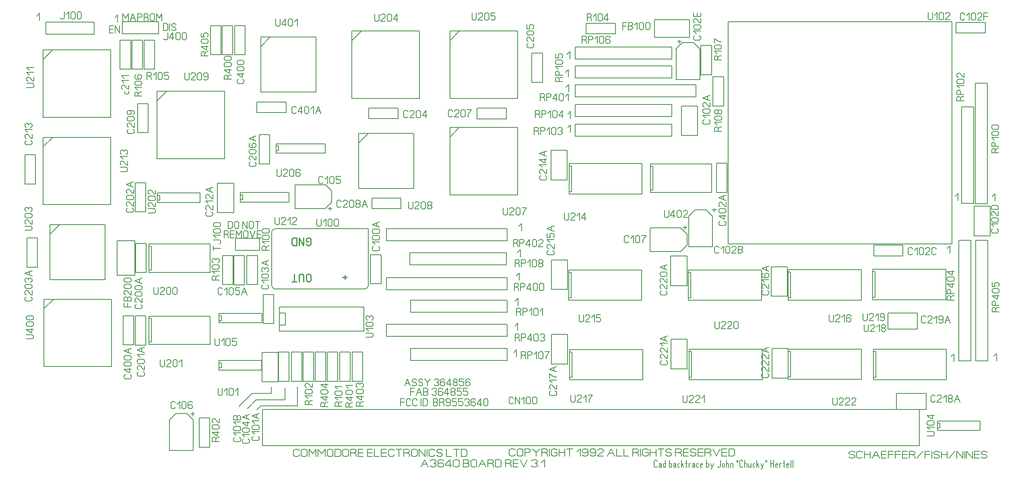
<source format=gbr>
%FSLAX34Y34*%
%MOMM*%
%LNSILK_TOP*%
G71*
G01*
%ADD10C, 0.150*%
%ADD11C, 0.200*%
%ADD12C, 0.290*%
%ADD13C, 0.189*%
%LPD*%
G54D10*
X-922775Y-126875D02*
X-922775Y15125D01*
X-1064775Y15125D01*
X-1064775Y-126875D01*
X-922775Y-126875D01*
G54D10*
X-1044775Y15125D02*
X-1064775Y-4875D01*
G54D10*
X-922775Y-311025D02*
X-922775Y-169025D01*
X-1064775Y-169025D01*
X-1064775Y-311025D01*
X-922775Y-311025D01*
G54D10*
X-1044775Y-169025D02*
X-1064775Y-189025D01*
G54D10*
X-921188Y-652338D02*
X-921188Y-510338D01*
X-1063188Y-510338D01*
X-1063188Y-652338D01*
X-921188Y-652338D01*
G54D10*
X-1043188Y-510338D02*
X-1063188Y-530338D01*
G54D10*
X-683062Y-214188D02*
X-683062Y-72188D01*
X-825062Y-72188D01*
X-825062Y-214188D01*
X-683062Y-214188D01*
G54D10*
X-805062Y-72188D02*
X-825062Y-92188D01*
G54D10*
X-273488Y-87188D02*
X-273488Y54812D01*
X-415488Y54812D01*
X-415488Y-87188D01*
X-273488Y-87188D01*
G54D10*
X-395488Y54812D02*
X-415488Y34812D01*
G54D10*
X-67112Y-87188D02*
X-67112Y54812D01*
X-209112Y54812D01*
X-209112Y-87188D01*
X-67112Y-87188D01*
G54D10*
X-189112Y54812D02*
X-209112Y34812D01*
G54D10*
X-67112Y-290388D02*
X-67112Y-148388D01*
X-209112Y-148388D01*
X-209112Y-290388D01*
X-67112Y-290388D01*
G54D10*
X-189112Y-148388D02*
X-209112Y-168388D01*
G54D10*
X-934188Y-469175D02*
X-934188Y-353175D01*
X-1050188Y-353175D01*
X-1050188Y-469175D01*
X-934188Y-469175D01*
G54D10*
X-1030188Y-353175D02*
X-1050188Y-373175D01*
G54D10*
X-491275Y-73888D02*
X-491275Y42112D01*
X-607275Y42112D01*
X-607275Y-73888D01*
X-491275Y-73888D01*
G54D10*
X-587275Y42112D02*
X-607275Y22112D01*
G54D10*
X-284900Y-277088D02*
X-284900Y-161088D01*
X-400900Y-161088D01*
X-400900Y-277088D01*
X-284900Y-277088D01*
G54D10*
X-380900Y-161088D02*
X-400900Y-181088D01*
G54D10*
X-1058712Y48425D02*
X-1058712Y73825D01*
X-957112Y73825D01*
X-957112Y48425D01*
X-1058712Y48425D01*
G54D10*
X-898525Y49338D02*
X-898525Y74738D01*
X-822325Y74738D01*
X-822325Y49338D01*
X-898525Y49338D01*
G54D10*
X53975Y-4638D02*
X53975Y20762D01*
X257175Y20762D01*
X257175Y-4638D01*
X53975Y-4638D01*
G54D10*
X53975Y-44325D02*
X53975Y-18925D01*
X257175Y-18925D01*
X257175Y-44325D01*
X53975Y-44325D01*
G54D10*
X53975Y-84012D02*
X53975Y-58612D01*
X307975Y-58612D01*
X307975Y-84012D01*
X53975Y-84012D01*
G54D10*
X53975Y-125288D02*
X53975Y-99888D01*
X257175Y-99888D01*
X257175Y-125288D01*
X53975Y-125288D01*
G54D10*
X53975Y-166562D02*
X53975Y-141162D01*
X257175Y-141162D01*
X257175Y-166562D01*
X53975Y-166562D01*
G54D10*
X-88900Y-361825D02*
X-88900Y-387225D01*
X-342900Y-387225D01*
X-342900Y-361825D01*
X-88900Y-361825D01*
G54D10*
X-88900Y-465012D02*
X-88900Y-490412D01*
X-342900Y-490412D01*
X-342900Y-465012D01*
X-88900Y-465012D01*
G54D10*
X-88900Y-563438D02*
X-88900Y-588838D01*
X-342900Y-588838D01*
X-342900Y-563438D01*
X-88900Y-563438D01*
G54D10*
X-90488Y-412625D02*
X-90488Y-438025D01*
X-293688Y-438025D01*
X-293688Y-412625D01*
X-90488Y-412625D01*
G54D10*
X-88900Y-512638D02*
X-88900Y-538038D01*
X-292100Y-538038D01*
X-292100Y-512638D01*
X-88900Y-512638D01*
G54D10*
X-88900Y-614238D02*
X-88900Y-639638D01*
X-292100Y-639638D01*
X-292100Y-614238D01*
X-88900Y-614238D01*
G54D11*
G75*
G01X-388400Y-488525D02*
G03X-380400Y-480525I0J8000D01*
G01*
G54D11*
G75*
G01X-584400Y-480625D02*
G03X-576400Y-488625I8000J0D01*
G01*
G54D11*
G75*
G01X-576500Y-361625D02*
G03X-584500Y-369625I0J-8000D01*
G01*
G54D11*
X-577500Y-361525D02*
X-483500Y-361525D01*
G54D11*
X-584500Y-481525D02*
X-584500Y-368525D01*
G54D11*
X-577500Y-488525D02*
X-387500Y-488525D01*
G54D11*
X-380500Y-480525D02*
X-380500Y-389525D01*
G54D11*
X-483500Y-361525D02*
X-380500Y-361525D01*
X-380500Y-389525D01*
G54D12*
X-506400Y-388825D02*
X-511200Y-388825D01*
X-511200Y-383825D01*
X-510000Y-381825D01*
X-507600Y-380825D01*
X-505200Y-380825D01*
X-502800Y-381825D01*
X-501600Y-383825D01*
X-501600Y-393825D01*
X-502800Y-395825D01*
X-505200Y-396825D01*
X-507600Y-396825D01*
X-510000Y-395825D01*
X-511200Y-393825D01*
G54D12*
X-516800Y-380825D02*
X-516800Y-396825D01*
X-526400Y-380825D01*
X-526400Y-396825D01*
G54D12*
X-532000Y-380825D02*
X-532000Y-396825D01*
X-538000Y-396825D01*
X-540400Y-395825D01*
X-541600Y-393825D01*
X-541600Y-383825D01*
X-540400Y-381825D01*
X-538000Y-380825D01*
X-532000Y-380825D01*
G54D12*
X-425400Y-464025D02*
X-435000Y-464025D01*
G54D12*
X-430200Y-468025D02*
X-430200Y-460025D01*
G54D12*
X-511200Y-470025D02*
X-511200Y-460025D01*
X-510000Y-458025D01*
X-507600Y-457025D01*
X-505200Y-457025D01*
X-502800Y-458025D01*
X-501600Y-460025D01*
X-501600Y-470025D01*
X-502800Y-472025D01*
X-505200Y-473025D01*
X-507600Y-473025D01*
X-510000Y-472025D01*
X-511200Y-470025D01*
G54D12*
X-516800Y-473025D02*
X-516800Y-460025D01*
X-518000Y-458025D01*
X-520400Y-457025D01*
X-522800Y-457025D01*
X-525200Y-458025D01*
X-526400Y-460025D01*
X-526400Y-473025D01*
G54D12*
X-536800Y-457025D02*
X-536800Y-473025D01*
G54D12*
X-532000Y-473025D02*
X-541600Y-473025D01*
G54D10*
X-568325Y-526925D02*
X-568325Y-577725D01*
X-390525Y-577725D01*
X-390525Y-526925D01*
X-568325Y-526925D01*
G54D10*
X-568325Y-539625D02*
X-568325Y-565025D01*
X-555625Y-565025D01*
X-555625Y-539625D01*
X-568325Y-539625D01*
G54D10*
X-824562Y-286338D02*
X-824562Y-306338D01*
X-734362Y-306338D01*
X-734362Y-286338D01*
X-824562Y-286338D01*
G54D10*
X-824562Y-291338D02*
X-824562Y-301338D01*
X-819562Y-301338D01*
X-819562Y-291338D01*
X-824562Y-291338D01*
G54D10*
X-842025Y-393700D02*
X-842025Y-453700D01*
X-713725Y-453700D01*
X-713725Y-393700D01*
X-842025Y-393700D01*
G54D10*
X-842025Y-398700D02*
X-842025Y-448700D01*
X-837025Y-448700D01*
X-837025Y-398700D01*
X-842025Y-398700D01*
G54D10*
X-650334Y-285272D02*
X-650334Y-305272D01*
X-547434Y-305272D01*
X-547434Y-285272D01*
X-650334Y-285272D01*
G54D10*
X-650334Y-290272D02*
X-650334Y-300272D01*
X-645334Y-300272D01*
X-645334Y-290272D01*
X-650334Y-290272D01*
G54D10*
X-842025Y-545703D02*
X-842025Y-605703D01*
X-713725Y-605703D01*
X-713725Y-545703D01*
X-842025Y-545703D01*
G54D10*
X-842025Y-550703D02*
X-842025Y-600703D01*
X-837025Y-600703D01*
X-837025Y-550703D01*
X-842025Y-550703D01*
G54D10*
X41419Y-224757D02*
X41419Y-288757D01*
X195119Y-288757D01*
X195119Y-224757D01*
X41419Y-224757D01*
G54D10*
X41419Y-229757D02*
X41419Y-283757D01*
X46419Y-283757D01*
X46419Y-229757D01*
X41419Y-229757D01*
G54D10*
X40625Y-448594D02*
X40625Y-512594D01*
X194325Y-512594D01*
X194325Y-448594D01*
X40625Y-448594D01*
G54D10*
X40625Y-453594D02*
X40625Y-507594D01*
X45625Y-507594D01*
X45625Y-453594D01*
X40625Y-453594D01*
G54D10*
X42609Y-616076D02*
X42609Y-680076D01*
X196309Y-680076D01*
X196309Y-616076D01*
X42609Y-616076D01*
G54D10*
X42609Y-621076D02*
X42609Y-675076D01*
X47609Y-675076D01*
X47609Y-621076D01*
X42609Y-621076D01*
G54D10*
X292244Y-448594D02*
X292244Y-512594D01*
X445944Y-512594D01*
X445944Y-448594D01*
X292244Y-448594D01*
G54D10*
X292244Y-453594D02*
X292244Y-507594D01*
X297244Y-507594D01*
X297244Y-453594D01*
X292244Y-453594D01*
G54D10*
X294228Y-615679D02*
X294228Y-679679D01*
X447928Y-679679D01*
X447928Y-615679D01*
X294228Y-615679D01*
G54D10*
X294228Y-620679D02*
X294228Y-674679D01*
X299228Y-674679D01*
X299228Y-620679D01*
X294228Y-620679D01*
G54D10*
X502588Y-448197D02*
X502588Y-512197D01*
X656288Y-512197D01*
X656288Y-448197D01*
X502588Y-448197D01*
G54D10*
X502588Y-453197D02*
X502588Y-507197D01*
X507588Y-507197D01*
X507588Y-453197D01*
X502588Y-453197D01*
G54D10*
X502588Y-615282D02*
X502588Y-679282D01*
X656288Y-679282D01*
X656288Y-615282D01*
X502588Y-615282D01*
G54D10*
X502588Y-620282D02*
X502588Y-674282D01*
X507588Y-674282D01*
X507588Y-620282D01*
X502588Y-620282D01*
G54D10*
X680388Y-447404D02*
X680388Y-511404D01*
X834088Y-511404D01*
X834088Y-447404D01*
X680388Y-447404D01*
G54D10*
X680388Y-452404D02*
X680388Y-506404D01*
X685388Y-506404D01*
X685388Y-452404D01*
X680388Y-452404D01*
G54D10*
X681578Y-615679D02*
X681578Y-679679D01*
X835278Y-679679D01*
X835278Y-615679D01*
X681578Y-615679D01*
G54D10*
X681578Y-620679D02*
X681578Y-674679D01*
X686578Y-674679D01*
X686578Y-620679D01*
X681578Y-620679D01*
G54D10*
X212869Y-225550D02*
X212869Y-285550D01*
X341169Y-285550D01*
X341169Y-225550D01*
X212869Y-225550D01*
G54D10*
X212869Y-230550D02*
X212869Y-280550D01*
X217869Y-280550D01*
X217869Y-230550D01*
X212869Y-230550D01*
G54D10*
X-694784Y-540066D02*
X-694784Y-560066D01*
X-604584Y-560066D01*
X-604584Y-540066D01*
X-694784Y-540066D01*
G54D10*
X-694784Y-545066D02*
X-694784Y-555066D01*
X-689784Y-555066D01*
X-689784Y-545066D01*
X-694784Y-545066D01*
G54D10*
X-695181Y-639285D02*
X-695181Y-659285D01*
X-604981Y-659285D01*
X-604981Y-639285D01*
X-695181Y-639285D01*
G54D10*
X-695181Y-644285D02*
X-695181Y-654285D01*
X-690181Y-654285D01*
X-690181Y-644285D01*
X-695181Y-644285D01*
G54D10*
X816119Y-766682D02*
X816119Y-786682D01*
X906319Y-786682D01*
X906319Y-766682D01*
X816119Y-766682D01*
G54D10*
X816119Y-771682D02*
X816119Y-781682D01*
X821119Y-781682D01*
X821119Y-771682D01*
X816119Y-771682D01*
G54D10*
X886619Y-639763D02*
X861219Y-639763D01*
X861219Y-385763D01*
X886619Y-385763D01*
X886619Y-639763D01*
G54D10*
X921941Y-640160D02*
X896541Y-640160D01*
X896541Y-386160D01*
X921941Y-386160D01*
X921941Y-640160D01*
G54D10*
X921147Y-308769D02*
X895747Y-308769D01*
X895747Y-54769D01*
X921147Y-54769D01*
X921147Y-308769D01*
G54D10*
X892572Y-307976D02*
X867172Y-307976D01*
X867172Y-104776D01*
X892572Y-104776D01*
X892572Y-307976D01*
G54D10*
X-660400Y-407591D02*
X-660400Y-382191D01*
X-609600Y-382191D01*
X-609600Y-407591D01*
X-660400Y-407591D01*
G54D10*
X-574531Y-182482D02*
X-574531Y-202482D01*
X-471631Y-202482D01*
X-471631Y-182482D01*
X-574531Y-182482D01*
G54D10*
X-574531Y-187482D02*
X-574531Y-197482D01*
X-569531Y-197482D01*
X-569531Y-187482D01*
X-574531Y-187482D01*
G54D10*
X342900Y-399257D02*
X293291Y-399257D01*
X293291Y-335757D01*
X292894Y-335360D01*
X292894Y-334963D01*
X306388Y-321469D01*
X329803Y-321469D01*
X343297Y-334963D01*
X343297Y-398860D01*
X342900Y-399257D01*
G54D10*
X316309Y-47626D02*
X266700Y-47626D01*
X266700Y15874D01*
X266303Y16271D01*
X266303Y16668D01*
X279797Y30162D01*
X303212Y30162D01*
X316706Y16668D01*
X316706Y-47229D01*
X316309Y-47626D01*
G54D10*
X3969Y-427435D02*
X38100Y-427435D01*
X38100Y-489744D01*
X3969Y-489744D01*
X3969Y-427435D01*
G54D10*
X255191Y-419100D02*
X289322Y-419100D01*
X289322Y-481410D01*
X255191Y-481410D01*
X255191Y-419100D01*
G54D10*
X255588Y-594519D02*
X289719Y-594519D01*
X289719Y-656829D01*
X255588Y-656829D01*
X255588Y-594519D01*
G54D10*
X3969Y-584597D02*
X38100Y-584597D01*
X38100Y-646907D01*
X3969Y-646907D01*
X3969Y-584597D01*
G54D10*
X3175Y-196454D02*
X37306Y-196454D01*
X37306Y-258763D01*
X3175Y-258763D01*
X3175Y-196454D01*
G54D10*
X466328Y-441722D02*
X500459Y-441722D01*
X500459Y-504032D01*
X466328Y-504032D01*
X466328Y-441722D01*
G54D10*
X467916Y-613966D02*
X502047Y-613966D01*
X502047Y-676276D01*
X467916Y-676276D01*
X467916Y-613966D01*
G54D10*
X774303Y-538957D02*
X774303Y-573088D01*
X711994Y-573088D01*
X711994Y-538957D01*
X774303Y-538957D01*
G54D10*
X927100Y-376635D02*
X892969Y-376635D01*
X892969Y-314326D01*
X927100Y-314326D01*
X927100Y-376635D01*
G54D10*
X-866378Y-98029D02*
X-844153Y-98029D01*
X-844153Y-159544D01*
X-866378Y-159544D01*
X-866378Y-98029D01*
G54D10*
X-902891Y35718D02*
X-880666Y35718D01*
X-880666Y-25797D01*
X-902891Y-25797D01*
X-902891Y35718D01*
G54D10*
X-1103312Y-205979D02*
X-1081088Y-205979D01*
X-1081088Y-267494D01*
X-1103312Y-267494D01*
X-1103312Y-205979D01*
G54D10*
X-1098947Y-381397D02*
X-1076722Y-381397D01*
X-1076722Y-442913D01*
X-1098947Y-442913D01*
X-1098947Y-381397D01*
G54D10*
X-896541Y-544910D02*
X-874316Y-544910D01*
X-874316Y-606426D01*
X-896541Y-606426D01*
X-896541Y-544910D01*
G54D10*
X-871141Y-545307D02*
X-848916Y-545307D01*
X-848916Y-606822D01*
X-871141Y-606822D01*
X-871141Y-545307D01*
G54D10*
X-601662Y-500063D02*
X-579438Y-500063D01*
X-579438Y-561579D01*
X-601662Y-561579D01*
X-601662Y-500063D01*
G54D10*
X-871141Y-264716D02*
X-848916Y-264716D01*
X-848916Y-326232D01*
X-871141Y-326232D01*
X-871141Y-264716D01*
G54D10*
X-661988Y66278D02*
X-639762Y66278D01*
X-639762Y4762D01*
X-661988Y4762D01*
X-661988Y66278D01*
G54D10*
X-610394Y-163513D02*
X-588169Y-163513D01*
X-588169Y-225029D01*
X-610394Y-225029D01*
X-610394Y-163513D01*
G54D10*
X-553641Y-94457D02*
X-553641Y-116682D01*
X-615156Y-116682D01*
X-615156Y-94457D01*
X-553641Y-94457D01*
G54D10*
X-318294Y-107157D02*
X-318294Y-129382D01*
X-379809Y-129382D01*
X-379809Y-107157D01*
X-318294Y-107157D01*
G54D10*
X-311944Y-297260D02*
X-311944Y-319485D01*
X-373459Y-319485D01*
X-373459Y-297260D01*
X-311944Y-297260D01*
G54D10*
X-90884Y-107950D02*
X-90884Y-130176D01*
X-152400Y-130176D01*
X-152400Y-107950D01*
X-90884Y-107950D01*
G54D10*
X-14684Y-53182D02*
X-36909Y-53182D01*
X-36909Y8334D01*
X-14684Y8334D01*
X-14684Y-53182D01*
G54D10*
X855662Y50403D02*
X855662Y72628D01*
X917178Y72628D01*
X917178Y50403D01*
X855662Y50403D01*
G54D10*
X-376238Y-416322D02*
X-354012Y-416322D01*
X-354012Y-477838D01*
X-376238Y-477838D01*
X-376238Y-416322D01*
G54D10*
X743744Y-396479D02*
X743744Y-418704D01*
X682228Y-418704D01*
X682228Y-396479D01*
X743744Y-396479D01*
G54D10*
X311547Y-165497D02*
X277416Y-165497D01*
X277416Y-103188D01*
X311547Y-103188D01*
X311547Y-165497D01*
G54D10*
X-570309Y-684213D02*
X-604441Y-684213D01*
X-604441Y-621904D01*
X-570309Y-621904D01*
X-570309Y-684213D01*
G54D10*
X-663972Y-327819D02*
X-698103Y-327819D01*
X-698103Y-265510D01*
X-663972Y-265510D01*
X-663972Y-327819D01*
G54D10*
X373459Y-285354D02*
X351234Y-285354D01*
X351234Y-223838D01*
X373459Y-223838D01*
X373459Y-285354D01*
G54D10*
X730250Y-742950D02*
X730250Y-708819D01*
X792559Y-708819D01*
X792559Y-742950D01*
X730250Y-742950D01*
G54D10*
X-613966Y-479425D02*
X-636191Y-479425D01*
X-636191Y-417910D01*
X-613966Y-417910D01*
X-613966Y-479425D01*
G54D10*
X-641350Y-479822D02*
X-663575Y-479822D01*
X-663575Y-418307D01*
X-641350Y-418307D01*
X-641350Y-479822D01*
G54D10*
X-665162Y-479425D02*
X-687388Y-479425D01*
X-687388Y-417910D01*
X-665162Y-417910D01*
X-665162Y-479425D01*
G54D10*
X-547291Y-683022D02*
X-569516Y-683022D01*
X-569516Y-621507D01*
X-547291Y-621507D01*
X-547291Y-683022D01*
G54D10*
X-520700Y-683022D02*
X-542925Y-683022D01*
X-542925Y-621507D01*
X-520700Y-621507D01*
X-520700Y-683022D01*
G54D10*
X-496094Y-683022D02*
X-518319Y-683022D01*
X-518319Y-621507D01*
X-496094Y-621507D01*
X-496094Y-683022D01*
G54D10*
X-470694Y-683022D02*
X-492919Y-683022D01*
X-492919Y-621507D01*
X-470694Y-621507D01*
X-470694Y-683022D01*
G54D10*
X-445294Y-683022D02*
X-467519Y-683022D01*
X-467519Y-621507D01*
X-445294Y-621507D01*
X-445294Y-683022D01*
G54D10*
X-418703Y-683022D02*
X-440928Y-683022D01*
X-440928Y-621507D01*
X-418703Y-621507D01*
X-418703Y-683022D01*
G54D10*
X-392509Y-683022D02*
X-414734Y-683022D01*
X-414734Y-621507D01*
X-392509Y-621507D01*
X-392509Y-683022D01*
G54D10*
X-855662Y-25797D02*
X-877888Y-25797D01*
X-877888Y35718D01*
X-855662Y35718D01*
X-855662Y-25797D01*
G54D10*
X-830262Y-25797D02*
X-852488Y-25797D01*
X-852488Y35718D01*
X-830262Y35718D01*
X-830262Y-25797D01*
G54D10*
X-688181Y66278D02*
X-665956Y66278D01*
X-665956Y4762D01*
X-688181Y4762D01*
X-688181Y66278D01*
G54D10*
X-713184Y66278D02*
X-690959Y66278D01*
X-690959Y4762D01*
X-713184Y4762D01*
X-713184Y66278D01*
G54D10*
X-736600Y-760413D02*
X-714375Y-760413D01*
X-714375Y-821929D01*
X-736600Y-821929D01*
X-736600Y-760413D01*
G54D10*
X344091Y-41672D02*
X366316Y-41672D01*
X366316Y-103188D01*
X344091Y-103188D01*
X344091Y-41672D01*
G54D10*
X318691Y24209D02*
X340916Y24209D01*
X340916Y-37307D01*
X318691Y-37307D01*
X318691Y24209D01*
G54D10*
X138906Y71040D02*
X138906Y48815D01*
X77391Y48815D01*
X77391Y71040D01*
X138906Y71040D01*
G54D10*
X-908844Y-386954D02*
X-871538Y-386954D01*
X-871538Y-459979D01*
X-908844Y-459979D01*
X-908844Y-386954D01*
G54D10*
X-870347Y-392510D02*
X-848122Y-392510D01*
X-848122Y-454026D01*
X-870347Y-454026D01*
X-870347Y-392510D01*
G54D10*
X294481Y78581D02*
X294481Y41274D01*
X221456Y41274D01*
X221456Y78581D01*
X294481Y78581D01*
G54D10*
X376238Y74612D02*
X846536Y74612D01*
X846536Y-394097D01*
X376238Y-394097D01*
X376238Y74612D01*
G54D10*
X-603647Y-742554D02*
X778272Y-742554D01*
X778272Y-819150D01*
X-603647Y-819150D01*
X-603647Y-742554D01*
G54D10*
X-535360Y-318640D02*
X-535360Y-269031D01*
X-471860Y-269031D01*
X-471463Y-268634D01*
X-471066Y-268634D01*
X-457572Y-282128D01*
X-457572Y-305544D01*
X-471066Y-319037D01*
X-534963Y-319037D01*
X-535360Y-318640D01*
G54D10*
X211640Y-409640D02*
X211640Y-360031D01*
X275140Y-360031D01*
X275537Y-359634D01*
X275934Y-359634D01*
X289428Y-373128D01*
X289428Y-396544D01*
X275934Y-410037D01*
X212037Y-410037D01*
X211640Y-409640D01*
G54D10*
X-749482Y-829169D02*
X-799091Y-829169D01*
X-799091Y-765668D01*
X-799488Y-765272D01*
X-799488Y-764875D01*
X-785994Y-751381D01*
X-762578Y-751381D01*
X-749085Y-764875D01*
X-749085Y-828772D01*
X-749482Y-829169D01*
G54D13*
X-1020427Y95280D02*
X-1020427Y83002D01*
X-1021560Y81113D01*
X-1023827Y80169D01*
X-1026094Y80169D01*
X-1028360Y81113D01*
X-1029494Y83002D01*
G54D13*
X-1016271Y89613D02*
X-1010604Y95280D01*
X-1010604Y80169D01*
G54D13*
X-997381Y92446D02*
X-997381Y83002D01*
X-998514Y81113D01*
X-1000781Y80169D01*
X-1003048Y80169D01*
X-1005314Y81113D01*
X-1006448Y83002D01*
X-1006448Y92446D01*
X-1005314Y94335D01*
X-1003048Y95280D01*
X-1000781Y95280D01*
X-998514Y94335D01*
X-997381Y92446D01*
G54D13*
X-984158Y92446D02*
X-984158Y83002D01*
X-985291Y81113D01*
X-987558Y80169D01*
X-989825Y80169D01*
X-992091Y81113D01*
X-993225Y83002D01*
X-993225Y92446D01*
X-992091Y94335D01*
X-989825Y95280D01*
X-987558Y95280D01*
X-985291Y94335D01*
X-984158Y92446D01*
G54D13*
X-1077912Y86438D02*
X-1072246Y92105D01*
X-1072246Y76994D01*
G54D13*
X-913606Y83263D02*
X-907940Y88930D01*
X-907940Y73819D01*
G54D13*
X-896938Y76200D02*
X-896938Y91311D01*
X-891271Y81867D01*
X-885604Y91311D01*
X-885604Y76200D01*
G54D13*
X-881448Y76200D02*
X-875782Y91311D01*
X-870115Y76200D01*
G54D13*
X-879182Y81867D02*
X-872382Y81867D01*
G54D13*
X-865960Y76200D02*
X-865960Y91311D01*
X-860293Y91311D01*
X-858026Y90367D01*
X-856893Y88478D01*
X-856893Y86589D01*
X-858026Y84700D01*
X-860293Y83756D01*
X-865960Y83756D01*
G54D13*
X-848203Y83756D02*
X-844803Y81867D01*
X-843670Y79978D01*
X-843670Y76200D01*
G54D13*
X-852736Y76200D02*
X-852736Y91311D01*
X-847070Y91311D01*
X-844803Y90367D01*
X-843670Y88478D01*
X-843670Y86589D01*
X-844803Y84700D01*
X-847070Y83756D01*
X-852736Y83756D01*
G54D13*
X-830447Y88478D02*
X-830447Y79033D01*
X-831580Y77144D01*
X-833847Y76200D01*
X-836114Y76200D01*
X-838380Y77144D01*
X-839514Y79033D01*
X-839514Y88478D01*
X-838380Y90367D01*
X-836114Y91311D01*
X-833847Y91311D01*
X-831580Y90367D01*
X-830447Y88478D01*
G54D13*
X-826290Y76200D02*
X-826290Y91311D01*
X-820624Y81867D01*
X-814957Y91311D01*
X-814957Y76200D01*
G54D13*
X-917579Y50800D02*
X-925512Y50800D01*
X-925512Y65911D01*
X-917579Y65911D01*
G54D13*
X-925512Y58356D02*
X-917579Y58356D01*
G54D13*
X-913424Y50800D02*
X-913424Y65911D01*
X-904357Y50800D01*
X-904357Y65911D01*
G54D13*
X-812006Y55562D02*
X-812006Y70674D01*
X-806340Y70674D01*
X-804073Y69729D01*
X-802940Y67840D01*
X-802940Y58396D01*
X-804073Y56507D01*
X-806340Y55562D01*
X-812006Y55562D01*
G54D13*
X-798783Y55562D02*
X-798783Y70674D01*
G54D13*
X-794627Y58396D02*
X-793494Y56507D01*
X-791227Y55562D01*
X-788961Y55562D01*
X-786694Y56507D01*
X-785561Y58396D01*
X-785561Y60285D01*
X-786694Y62174D01*
X-788961Y63118D01*
X-791227Y63118D01*
X-793494Y64062D01*
X-794627Y65951D01*
X-794627Y67840D01*
X-793494Y69729D01*
X-791227Y70674D01*
X-788961Y70674D01*
X-786694Y69729D01*
X-785561Y67840D01*
G54D13*
X-802940Y51624D02*
X-802940Y39346D01*
X-804073Y37457D01*
X-806340Y36512D01*
X-808606Y36512D01*
X-810873Y37457D01*
X-812006Y39346D01*
G54D13*
X-791983Y36512D02*
X-791983Y51624D01*
X-798783Y42179D01*
X-798783Y40290D01*
X-789717Y40290D01*
G54D13*
X-776494Y48790D02*
X-776494Y39346D01*
X-777627Y37457D01*
X-779894Y36512D01*
X-782160Y36512D01*
X-784427Y37457D01*
X-785560Y39346D01*
X-785560Y48790D01*
X-784427Y50679D01*
X-782160Y51624D01*
X-779894Y51624D01*
X-777627Y50679D01*
X-776494Y48790D01*
G54D13*
X-763271Y48790D02*
X-763271Y39346D01*
X-764404Y37457D01*
X-766671Y36512D01*
X-768937Y36512D01*
X-771204Y37457D01*
X-772337Y39346D01*
X-772337Y48790D01*
X-771204Y50679D01*
X-768937Y51624D01*
X-766671Y51624D01*
X-764404Y50679D01*
X-763271Y48790D01*
G54D13*
X-1099374Y-64294D02*
X-1087096Y-64294D01*
X-1085207Y-63160D01*
X-1084262Y-60894D01*
X-1084262Y-58627D01*
X-1085207Y-56360D01*
X-1087096Y-55227D01*
X-1099374Y-55227D01*
G54D13*
X-1084262Y-42004D02*
X-1084262Y-51071D01*
X-1085207Y-51071D01*
X-1087096Y-49937D01*
X-1092762Y-43137D01*
X-1094651Y-42004D01*
X-1096540Y-42004D01*
X-1098429Y-43137D01*
X-1099374Y-45404D01*
X-1099374Y-47671D01*
X-1098429Y-49937D01*
X-1096540Y-51071D01*
G54D13*
X-1093707Y-37848D02*
X-1099374Y-32181D01*
X-1084262Y-32181D01*
G54D13*
X-1093707Y-28025D02*
X-1099374Y-22358D01*
X-1084262Y-22358D01*
G54D13*
X-892965Y-72121D02*
X-893531Y-74388D01*
X-892965Y-76654D01*
X-891076Y-77788D01*
X-887298Y-77788D01*
X-885409Y-76654D01*
X-885031Y-74388D01*
X-885409Y-72121D01*
G54D13*
X-885031Y-58898D02*
X-885031Y-67964D01*
X-885976Y-67964D01*
X-887865Y-66831D01*
X-893531Y-60031D01*
X-895420Y-58898D01*
X-897309Y-58898D01*
X-899198Y-60031D01*
X-900142Y-62298D01*
X-900142Y-64564D01*
X-899198Y-66831D01*
X-897309Y-67964D01*
G54D13*
X-894476Y-54742D02*
X-900142Y-49075D01*
X-885031Y-49075D01*
G54D13*
X-894476Y-44918D02*
X-900142Y-39252D01*
X-885031Y-39252D01*
G54D13*
X-864806Y-78017D02*
X-862917Y-74617D01*
X-861028Y-73483D01*
X-857250Y-73483D01*
G54D13*
X-857250Y-82550D02*
X-872361Y-82550D01*
X-872361Y-76883D01*
X-871417Y-74617D01*
X-869528Y-73483D01*
X-867639Y-73483D01*
X-865750Y-74617D01*
X-864806Y-76883D01*
X-864806Y-82550D01*
G54D13*
X-866694Y-69327D02*
X-872361Y-63660D01*
X-857250Y-63660D01*
G54D13*
X-869528Y-50437D02*
X-860083Y-50437D01*
X-858194Y-51571D01*
X-857250Y-53837D01*
X-857250Y-56104D01*
X-858194Y-58371D01*
X-860083Y-59504D01*
X-869528Y-59504D01*
X-871417Y-58371D01*
X-872361Y-56104D01*
X-872361Y-53837D01*
X-871417Y-51571D01*
X-869528Y-50437D01*
G54D13*
X-869528Y-37214D02*
X-871417Y-38348D01*
X-872361Y-40614D01*
X-872361Y-42881D01*
X-871417Y-45148D01*
X-869528Y-46281D01*
X-864806Y-46281D01*
X-863861Y-46281D01*
X-865750Y-42881D01*
X-865750Y-40614D01*
X-864806Y-38348D01*
X-862917Y-37214D01*
X-860083Y-37214D01*
X-858194Y-38348D01*
X-857250Y-40614D01*
X-857250Y-42881D01*
X-858194Y-45148D01*
X-860083Y-46281D01*
X-864806Y-46281D01*
G54D13*
X-875958Y-152064D02*
X-874069Y-153198D01*
X-873125Y-155464D01*
X-873125Y-157731D01*
X-874069Y-159998D01*
X-875958Y-161131D01*
X-885403Y-161131D01*
X-887292Y-159998D01*
X-888236Y-157731D01*
X-888236Y-155464D01*
X-887292Y-153198D01*
X-885403Y-152064D01*
G54D13*
X-873125Y-138842D02*
X-873125Y-147908D01*
X-874069Y-147908D01*
X-875958Y-146775D01*
X-881625Y-139975D01*
X-883514Y-138842D01*
X-885403Y-138842D01*
X-887292Y-139975D01*
X-888236Y-142242D01*
X-888236Y-144508D01*
X-887292Y-146775D01*
X-885403Y-147908D01*
G54D13*
X-885403Y-125619D02*
X-875958Y-125619D01*
X-874069Y-126752D01*
X-873125Y-129019D01*
X-873125Y-131285D01*
X-874069Y-133552D01*
X-875958Y-134685D01*
X-885403Y-134685D01*
X-887292Y-133552D01*
X-888236Y-131285D01*
X-888236Y-129019D01*
X-887292Y-126752D01*
X-885403Y-125619D01*
G54D13*
X-875958Y-121462D02*
X-874069Y-120329D01*
X-873125Y-118062D01*
X-873125Y-115796D01*
X-874069Y-113529D01*
X-875958Y-112396D01*
X-880681Y-112396D01*
X-881625Y-112396D01*
X-879736Y-115796D01*
X-879736Y-118062D01*
X-880681Y-120329D01*
X-882569Y-121462D01*
X-885403Y-121462D01*
X-887292Y-120329D01*
X-888236Y-118062D01*
X-888236Y-115796D01*
X-887292Y-113529D01*
X-885403Y-112396D01*
X-880681Y-112396D01*
G54D13*
X-1091065Y-175877D02*
X-1089176Y-177010D01*
X-1088231Y-179277D01*
X-1088231Y-181544D01*
X-1089176Y-183810D01*
X-1091065Y-184944D01*
X-1100509Y-184944D01*
X-1102398Y-183810D01*
X-1103342Y-181544D01*
X-1103342Y-179277D01*
X-1102398Y-177010D01*
X-1100509Y-175877D01*
G54D13*
X-1088231Y-162654D02*
X-1088231Y-171721D01*
X-1089176Y-171721D01*
X-1091065Y-170588D01*
X-1096731Y-163788D01*
X-1098620Y-162654D01*
X-1100509Y-162654D01*
X-1102398Y-163788D01*
X-1103342Y-166054D01*
X-1103342Y-168321D01*
X-1102398Y-170588D01*
X-1100509Y-171721D01*
G54D13*
X-1097676Y-158498D02*
X-1103342Y-152831D01*
X-1088231Y-152831D01*
G54D13*
X-1100509Y-148675D02*
X-1102398Y-147542D01*
X-1103342Y-145275D01*
X-1103342Y-143008D01*
X-1102398Y-140742D01*
X-1100509Y-139608D01*
X-1098620Y-139608D01*
X-1096731Y-140742D01*
X-1095787Y-143008D01*
X-1094842Y-140742D01*
X-1092954Y-139608D01*
X-1091065Y-139608D01*
X-1089176Y-140742D01*
X-1088231Y-143008D01*
X-1088231Y-145275D01*
X-1089176Y-147542D01*
X-1091065Y-148675D01*
G54D13*
X-841604Y-40069D02*
X-838204Y-41958D01*
X-837071Y-43847D01*
X-837071Y-47625D01*
G54D13*
X-846138Y-47625D02*
X-846138Y-32514D01*
X-840471Y-32514D01*
X-838204Y-33458D01*
X-837071Y-35347D01*
X-837071Y-37236D01*
X-838204Y-39125D01*
X-840471Y-40069D01*
X-846138Y-40069D01*
G54D13*
X-832914Y-38181D02*
X-827248Y-32514D01*
X-827248Y-47625D01*
G54D13*
X-814025Y-35347D02*
X-814025Y-44792D01*
X-815158Y-46681D01*
X-817425Y-47625D01*
X-819692Y-47625D01*
X-821958Y-46681D01*
X-823092Y-44792D01*
X-823092Y-35347D01*
X-821958Y-33458D01*
X-819692Y-32514D01*
X-817425Y-32514D01*
X-815158Y-33458D01*
X-814025Y-35347D01*
G54D13*
X-800802Y-32514D02*
X-809868Y-32514D01*
X-809868Y-39125D01*
X-808735Y-39125D01*
X-806468Y-38181D01*
X-804202Y-38181D01*
X-801935Y-39125D01*
X-800802Y-41014D01*
X-800802Y-44792D01*
X-801935Y-46681D01*
X-804202Y-47625D01*
X-806468Y-47625D01*
X-808735Y-46681D01*
X-809868Y-44792D01*
G54D13*
X-766762Y-33308D02*
X-766762Y-45585D01*
X-765629Y-47474D01*
X-763362Y-48419D01*
X-761096Y-48419D01*
X-758829Y-47474D01*
X-757696Y-45585D01*
X-757696Y-33308D01*
G54D13*
X-744473Y-48419D02*
X-753540Y-48419D01*
X-753540Y-47474D01*
X-752406Y-45585D01*
X-745606Y-39919D01*
X-744473Y-38030D01*
X-744473Y-36141D01*
X-745606Y-34252D01*
X-747873Y-33308D01*
X-750140Y-33308D01*
X-752406Y-34252D01*
X-753540Y-36141D01*
G54D13*
X-731250Y-36141D02*
X-731250Y-45585D01*
X-732383Y-47474D01*
X-734650Y-48419D01*
X-736916Y-48419D01*
X-739183Y-47474D01*
X-740316Y-45585D01*
X-740316Y-36141D01*
X-739183Y-34252D01*
X-736916Y-33308D01*
X-734650Y-33308D01*
X-732383Y-34252D01*
X-731250Y-36141D01*
G54D13*
X-727094Y-45585D02*
X-725960Y-47474D01*
X-723694Y-48419D01*
X-721427Y-48419D01*
X-719160Y-47474D01*
X-718027Y-45585D01*
X-718027Y-40863D01*
X-718027Y-39919D01*
X-721427Y-41808D01*
X-723694Y-41808D01*
X-725960Y-40863D01*
X-727094Y-38974D01*
X-727094Y-36141D01*
X-725960Y-34252D01*
X-723694Y-33308D01*
X-721427Y-33308D01*
X-719160Y-34252D01*
X-718027Y-36141D01*
X-718027Y-40863D01*
G54D13*
X-725106Y6915D02*
X-723217Y10315D01*
X-721328Y11448D01*
X-717550Y11448D01*
G54D13*
X-717550Y2381D02*
X-732661Y2381D01*
X-732661Y8048D01*
X-731717Y10315D01*
X-729828Y11448D01*
X-727939Y11448D01*
X-726050Y10315D01*
X-725106Y8048D01*
X-725106Y2381D01*
G54D13*
X-717550Y22404D02*
X-732661Y22404D01*
X-723217Y15604D01*
X-721328Y15604D01*
X-721328Y24671D01*
G54D13*
X-729828Y37894D02*
X-720383Y37894D01*
X-718494Y36761D01*
X-717550Y34494D01*
X-717550Y32227D01*
X-718494Y29961D01*
X-720383Y28827D01*
X-729828Y28827D01*
X-731717Y29961D01*
X-732661Y32227D01*
X-732661Y34494D01*
X-731717Y36761D01*
X-729828Y37894D01*
G54D13*
X-732661Y51117D02*
X-732661Y42050D01*
X-726050Y42050D01*
X-726050Y43184D01*
X-726994Y45450D01*
X-726994Y47717D01*
X-726050Y49984D01*
X-724161Y51117D01*
X-720383Y51117D01*
X-718494Y49984D01*
X-717550Y47717D01*
X-717550Y45450D01*
X-718494Y43184D01*
X-720383Y42050D01*
G54D13*
X-676687Y-42298D02*
X-674798Y-38898D01*
X-672909Y-37765D01*
X-669131Y-37765D01*
G54D13*
X-669131Y-46831D02*
X-684242Y-46831D01*
X-684242Y-41165D01*
X-683298Y-38898D01*
X-681409Y-37765D01*
X-679520Y-37765D01*
X-677631Y-38898D01*
X-676687Y-41165D01*
X-676687Y-46831D01*
G54D13*
X-669131Y-26808D02*
X-684242Y-26808D01*
X-674798Y-33608D01*
X-672909Y-33608D01*
X-672909Y-24542D01*
G54D13*
X-681409Y-11319D02*
X-671965Y-11319D01*
X-670076Y-12452D01*
X-669131Y-14719D01*
X-669131Y-16985D01*
X-670076Y-19252D01*
X-671965Y-20385D01*
X-681409Y-20385D01*
X-683298Y-19252D01*
X-684242Y-16985D01*
X-684242Y-14719D01*
X-683298Y-12452D01*
X-681409Y-11319D01*
G54D13*
X-681409Y1904D02*
X-671965Y1904D01*
X-670076Y771D01*
X-669131Y-1496D01*
X-669131Y-3762D01*
X-670076Y-6029D01*
X-671965Y-7162D01*
X-681409Y-7162D01*
X-683298Y-6029D01*
X-684242Y-3762D01*
X-684242Y-1496D01*
X-683298Y771D01*
X-681409Y1904D01*
G54D13*
X-644977Y-46496D02*
X-643088Y-47629D01*
X-642144Y-49896D01*
X-642144Y-52162D01*
X-643088Y-54429D01*
X-644977Y-55562D01*
X-654422Y-55562D01*
X-656310Y-54429D01*
X-657255Y-52162D01*
X-657255Y-49896D01*
X-656310Y-47629D01*
X-654422Y-46496D01*
G54D13*
X-642144Y-35540D02*
X-657255Y-35540D01*
X-647810Y-42340D01*
X-645922Y-42340D01*
X-645922Y-33273D01*
G54D13*
X-654422Y-20050D02*
X-644977Y-20050D01*
X-643088Y-21183D01*
X-642144Y-23450D01*
X-642144Y-25716D01*
X-643088Y-27983D01*
X-644977Y-29116D01*
X-654422Y-29116D01*
X-656310Y-27983D01*
X-657255Y-25716D01*
X-657255Y-23450D01*
X-656310Y-21183D01*
X-654422Y-20050D01*
G54D13*
X-654422Y-6827D02*
X-644977Y-6827D01*
X-643088Y-7960D01*
X-642144Y-10227D01*
X-642144Y-12494D01*
X-643088Y-14760D01*
X-644977Y-15894D01*
X-654422Y-15894D01*
X-656310Y-14760D01*
X-657255Y-12494D01*
X-657255Y-10227D01*
X-656310Y-7960D01*
X-654422Y-6827D01*
G54D13*
X-902524Y-241300D02*
X-890246Y-241300D01*
X-888357Y-240167D01*
X-887412Y-237900D01*
X-887412Y-235633D01*
X-888357Y-233367D01*
X-890246Y-232233D01*
X-902524Y-232233D01*
G54D13*
X-887412Y-219010D02*
X-887412Y-228077D01*
X-888357Y-228077D01*
X-890246Y-226944D01*
X-895912Y-220144D01*
X-897801Y-219010D01*
X-899690Y-219010D01*
X-901579Y-220144D01*
X-902524Y-222410D01*
X-902524Y-224677D01*
X-901579Y-226944D01*
X-899690Y-228077D01*
G54D13*
X-896857Y-214854D02*
X-902524Y-209187D01*
X-887412Y-209187D01*
G54D13*
X-899690Y-205031D02*
X-901579Y-203898D01*
X-902524Y-201631D01*
X-902524Y-199364D01*
X-901579Y-197098D01*
X-899690Y-195964D01*
X-897801Y-195964D01*
X-895912Y-197098D01*
X-894968Y-199364D01*
X-894024Y-197098D01*
X-892135Y-195964D01*
X-890246Y-195964D01*
X-888357Y-197098D01*
X-887412Y-199364D01*
X-887412Y-201631D01*
X-888357Y-203898D01*
X-890246Y-205031D01*
G54D13*
X-619577Y-221121D02*
X-617688Y-222254D01*
X-616744Y-224521D01*
X-616744Y-226788D01*
X-617688Y-229054D01*
X-619577Y-230188D01*
X-629022Y-230188D01*
X-630910Y-229054D01*
X-631855Y-226788D01*
X-631855Y-224521D01*
X-630910Y-222254D01*
X-629022Y-221121D01*
G54D13*
X-616744Y-207898D02*
X-616744Y-216964D01*
X-617688Y-216964D01*
X-619577Y-215831D01*
X-625244Y-209031D01*
X-627133Y-207898D01*
X-629022Y-207898D01*
X-630910Y-209031D01*
X-631855Y-211298D01*
X-631855Y-213564D01*
X-630910Y-215831D01*
X-629022Y-216964D01*
G54D13*
X-629022Y-194675D02*
X-619577Y-194675D01*
X-617688Y-195808D01*
X-616744Y-198075D01*
X-616744Y-200342D01*
X-617688Y-202608D01*
X-619577Y-203742D01*
X-629022Y-203742D01*
X-630910Y-202608D01*
X-631855Y-200342D01*
X-631855Y-198075D01*
X-630910Y-195808D01*
X-629022Y-194675D01*
G54D13*
X-629022Y-181452D02*
X-630910Y-182585D01*
X-631855Y-184852D01*
X-631855Y-187118D01*
X-630910Y-189385D01*
X-629022Y-190518D01*
X-624299Y-190518D01*
X-623355Y-190518D01*
X-625244Y-187118D01*
X-625244Y-184852D01*
X-624299Y-182585D01*
X-622410Y-181452D01*
X-619577Y-181452D01*
X-617688Y-182585D01*
X-616744Y-184852D01*
X-616744Y-187118D01*
X-617688Y-189385D01*
X-619577Y-190518D01*
X-624299Y-190518D01*
G54D13*
X-616744Y-177296D02*
X-631855Y-171629D01*
X-616744Y-165962D01*
G54D13*
X-622410Y-175029D02*
X-622410Y-168229D01*
G54D13*
X-710858Y-325896D02*
X-708969Y-327029D01*
X-708025Y-329296D01*
X-708025Y-331562D01*
X-708969Y-333829D01*
X-710858Y-334962D01*
X-720303Y-334962D01*
X-722192Y-333829D01*
X-723136Y-331562D01*
X-723136Y-329296D01*
X-722192Y-327029D01*
X-720303Y-325896D01*
G54D13*
X-708025Y-312673D02*
X-708025Y-321740D01*
X-708969Y-321740D01*
X-710858Y-320606D01*
X-716525Y-313806D01*
X-718414Y-312673D01*
X-720303Y-312673D01*
X-722192Y-313806D01*
X-723136Y-316073D01*
X-723136Y-318340D01*
X-722192Y-320606D01*
X-720303Y-321740D01*
G54D13*
X-717469Y-308516D02*
X-723136Y-302850D01*
X-708025Y-302850D01*
G54D13*
X-708025Y-289627D02*
X-708025Y-298694D01*
X-708969Y-298694D01*
X-710858Y-297560D01*
X-716525Y-290760D01*
X-718414Y-289627D01*
X-720303Y-289627D01*
X-722192Y-290760D01*
X-723136Y-293027D01*
X-723136Y-295294D01*
X-722192Y-297560D01*
X-720303Y-298694D01*
G54D13*
X-708025Y-285470D02*
X-723136Y-279804D01*
X-708025Y-274137D01*
G54D13*
X-713692Y-283204D02*
X-713692Y-276404D01*
G54D13*
X-877546Y-317958D02*
X-875657Y-319092D01*
X-874712Y-321358D01*
X-874712Y-323625D01*
X-875657Y-325892D01*
X-877546Y-327025D01*
X-886990Y-327025D01*
X-888879Y-325892D01*
X-889824Y-323625D01*
X-889824Y-321358D01*
X-888879Y-319092D01*
X-886990Y-317958D01*
G54D13*
X-874712Y-304735D02*
X-874712Y-313802D01*
X-875657Y-313802D01*
X-877546Y-312669D01*
X-883212Y-305869D01*
X-885101Y-304735D01*
X-886990Y-304735D01*
X-888879Y-305869D01*
X-889824Y-308135D01*
X-889824Y-310402D01*
X-888879Y-312669D01*
X-886990Y-313802D01*
G54D13*
X-886990Y-291512D02*
X-877546Y-291512D01*
X-875657Y-292646D01*
X-874712Y-294912D01*
X-874712Y-297179D01*
X-875657Y-299446D01*
X-877546Y-300579D01*
X-886990Y-300579D01*
X-888879Y-299446D01*
X-889824Y-297179D01*
X-889824Y-294912D01*
X-888879Y-292646D01*
X-886990Y-291512D01*
G54D13*
X-874712Y-278289D02*
X-874712Y-287356D01*
X-875657Y-287356D01*
X-877546Y-286223D01*
X-883212Y-279423D01*
X-885101Y-278289D01*
X-886990Y-278289D01*
X-888879Y-279423D01*
X-889824Y-281689D01*
X-889824Y-283956D01*
X-888879Y-286223D01*
X-886990Y-287356D01*
G54D13*
X-874712Y-274133D02*
X-889824Y-268466D01*
X-874712Y-262800D01*
G54D13*
X-880379Y-271866D02*
X-880379Y-265066D01*
G54D13*
X-843786Y-328612D02*
X-831508Y-328612D01*
X-829619Y-327479D01*
X-828675Y-325212D01*
X-828675Y-322946D01*
X-829619Y-320679D01*
X-831508Y-319546D01*
X-843786Y-319546D01*
G54D13*
X-828675Y-306323D02*
X-828675Y-315390D01*
X-829619Y-315390D01*
X-831508Y-314256D01*
X-837175Y-307456D01*
X-839064Y-306323D01*
X-840953Y-306323D01*
X-842842Y-307456D01*
X-843786Y-309723D01*
X-843786Y-311990D01*
X-842842Y-314256D01*
X-840953Y-315390D01*
G54D13*
X-840953Y-293100D02*
X-831508Y-293100D01*
X-829619Y-294233D01*
X-828675Y-296500D01*
X-828675Y-298766D01*
X-829619Y-301033D01*
X-831508Y-302166D01*
X-840953Y-302166D01*
X-842842Y-301033D01*
X-843786Y-298766D01*
X-843786Y-296500D01*
X-842842Y-294233D01*
X-840953Y-293100D01*
G54D13*
X-828675Y-279877D02*
X-828675Y-288944D01*
X-829619Y-288944D01*
X-831508Y-287810D01*
X-837175Y-281010D01*
X-839064Y-279877D01*
X-840953Y-279877D01*
X-842842Y-281010D01*
X-843786Y-283277D01*
X-843786Y-285544D01*
X-842842Y-287810D01*
X-840953Y-288944D01*
G54D13*
X-532271Y-116229D02*
X-533404Y-118118D01*
X-535671Y-119062D01*
X-537938Y-119062D01*
X-540204Y-118118D01*
X-541338Y-116229D01*
X-541338Y-106785D01*
X-540204Y-104896D01*
X-537938Y-103951D01*
X-535671Y-103951D01*
X-533404Y-104896D01*
X-532271Y-106785D01*
G54D13*
X-521314Y-119062D02*
X-521314Y-103951D01*
X-528114Y-113396D01*
X-528114Y-115285D01*
X-519048Y-115285D01*
G54D13*
X-505825Y-106785D02*
X-505825Y-116229D01*
X-506958Y-118118D01*
X-509225Y-119062D01*
X-511492Y-119062D01*
X-513758Y-118118D01*
X-514892Y-116229D01*
X-514892Y-106785D01*
X-513758Y-104896D01*
X-511492Y-103951D01*
X-509225Y-103951D01*
X-506958Y-104896D01*
X-505825Y-106785D01*
G54D13*
X-501668Y-109618D02*
X-496002Y-103951D01*
X-496002Y-119062D01*
G54D13*
X-491846Y-119062D02*
X-486179Y-103951D01*
X-480512Y-119062D01*
G54D13*
X-489579Y-113396D02*
X-482779Y-113396D01*
G54D13*
X-573088Y-236508D02*
X-573088Y-248786D01*
X-571954Y-250674D01*
X-569688Y-251619D01*
X-567421Y-251619D01*
X-565154Y-250674D01*
X-564021Y-248786D01*
X-564021Y-236508D01*
G54D13*
X-550798Y-251619D02*
X-559864Y-251619D01*
X-559864Y-250674D01*
X-558731Y-248786D01*
X-551931Y-243119D01*
X-550798Y-241230D01*
X-550798Y-239341D01*
X-551931Y-237452D01*
X-554198Y-236508D01*
X-556464Y-236508D01*
X-558731Y-237452D01*
X-559864Y-239341D01*
G54D13*
X-537575Y-239341D02*
X-537575Y-248786D01*
X-538708Y-250674D01*
X-540975Y-251619D01*
X-543242Y-251619D01*
X-545508Y-250674D01*
X-546642Y-248786D01*
X-546642Y-239341D01*
X-545508Y-237452D01*
X-543242Y-236508D01*
X-540975Y-236508D01*
X-538708Y-237452D01*
X-537575Y-239341D01*
G54D13*
X-524352Y-239341D02*
X-525485Y-237452D01*
X-527752Y-236508D01*
X-530018Y-236508D01*
X-532285Y-237452D01*
X-533418Y-239341D01*
X-533418Y-244063D01*
X-533418Y-245008D01*
X-530018Y-243119D01*
X-527752Y-243119D01*
X-525485Y-244063D01*
X-524352Y-245952D01*
X-524352Y-248786D01*
X-525485Y-250674D01*
X-527752Y-251619D01*
X-530018Y-251619D01*
X-532285Y-250674D01*
X-533418Y-248786D01*
X-533418Y-244063D01*
G54D13*
X-475915Y-263867D02*
X-477048Y-265756D01*
X-479315Y-266700D01*
X-481581Y-266700D01*
X-483848Y-265756D01*
X-484981Y-263867D01*
X-484981Y-254422D01*
X-483848Y-252533D01*
X-481581Y-251589D01*
X-479315Y-251589D01*
X-477048Y-252533D01*
X-475915Y-254422D01*
G54D13*
X-471758Y-257256D02*
X-466092Y-251589D01*
X-466092Y-266700D01*
G54D13*
X-452869Y-254422D02*
X-452869Y-263867D01*
X-454002Y-265756D01*
X-456269Y-266700D01*
X-458535Y-266700D01*
X-460802Y-265756D01*
X-461935Y-263867D01*
X-461935Y-254422D01*
X-460802Y-252533D01*
X-458535Y-251589D01*
X-456269Y-251589D01*
X-454002Y-252533D01*
X-452869Y-254422D01*
G54D13*
X-439646Y-251589D02*
X-448712Y-251589D01*
X-448712Y-258200D01*
X-447579Y-258200D01*
X-445312Y-257256D01*
X-443046Y-257256D01*
X-440779Y-258200D01*
X-439646Y-260089D01*
X-439646Y-263867D01*
X-440779Y-265756D01*
X-443046Y-266700D01*
X-445312Y-266700D01*
X-447579Y-265756D01*
X-448712Y-263867D01*
G54D13*
X-465931Y-319620D02*
X-456865Y-319620D01*
G54D13*
X-461398Y-315842D02*
X-461398Y-323398D01*
G54D13*
X-577056Y-338108D02*
X-577056Y-350385D01*
X-575923Y-352274D01*
X-573656Y-353219D01*
X-571390Y-353219D01*
X-569123Y-352274D01*
X-567990Y-350385D01*
X-567990Y-338108D01*
G54D13*
X-554767Y-353219D02*
X-563833Y-353219D01*
X-563833Y-352274D01*
X-562700Y-350385D01*
X-555900Y-344719D01*
X-554767Y-342830D01*
X-554767Y-340941D01*
X-555900Y-339052D01*
X-558167Y-338108D01*
X-560433Y-338108D01*
X-562700Y-339052D01*
X-563833Y-340941D01*
G54D13*
X-550610Y-343774D02*
X-544944Y-338108D01*
X-544944Y-353219D01*
G54D13*
X-531721Y-353219D02*
X-540787Y-353219D01*
X-540787Y-352274D01*
X-539654Y-350385D01*
X-532854Y-344719D01*
X-531721Y-342830D01*
X-531721Y-340941D01*
X-532854Y-339052D01*
X-535121Y-338108D01*
X-537387Y-338108D01*
X-539654Y-339052D01*
X-540787Y-340941D01*
G54D13*
X-488950Y-341283D02*
X-488950Y-353560D01*
X-487817Y-355449D01*
X-485550Y-356394D01*
X-483283Y-356394D01*
X-481017Y-355449D01*
X-479883Y-353560D01*
X-479883Y-341283D01*
G54D13*
X-475727Y-346949D02*
X-470060Y-341283D01*
X-470060Y-356394D01*
G54D13*
X-456837Y-344116D02*
X-456837Y-353560D01*
X-457971Y-355449D01*
X-460237Y-356394D01*
X-462504Y-356394D01*
X-464771Y-355449D01*
X-465904Y-353560D01*
X-465904Y-344116D01*
X-464771Y-342227D01*
X-462504Y-341283D01*
X-460237Y-341283D01*
X-457971Y-342227D01*
X-456837Y-344116D01*
G54D13*
X-443614Y-344116D02*
X-443614Y-353560D01*
X-444748Y-355449D01*
X-447014Y-356394D01*
X-449281Y-356394D01*
X-451548Y-355449D01*
X-452681Y-353560D01*
X-452681Y-344116D01*
X-451548Y-342227D01*
X-449281Y-341283D01*
X-447014Y-341283D01*
X-444748Y-342227D01*
X-443614Y-344116D01*
G54D13*
X-437815Y-313873D02*
X-438948Y-315762D01*
X-441215Y-316706D01*
X-443481Y-316706D01*
X-445748Y-315762D01*
X-446881Y-313873D01*
X-446881Y-304428D01*
X-445748Y-302540D01*
X-443481Y-301595D01*
X-441215Y-301595D01*
X-438948Y-302540D01*
X-437815Y-304428D01*
G54D13*
X-424592Y-316706D02*
X-433658Y-316706D01*
X-433658Y-315762D01*
X-432525Y-313873D01*
X-425725Y-308206D01*
X-424592Y-306317D01*
X-424592Y-304428D01*
X-425725Y-302540D01*
X-427992Y-301595D01*
X-430258Y-301595D01*
X-432525Y-302540D01*
X-433658Y-304428D01*
G54D13*
X-411369Y-304428D02*
X-411369Y-313873D01*
X-412502Y-315762D01*
X-414769Y-316706D01*
X-417035Y-316706D01*
X-419302Y-315762D01*
X-420435Y-313873D01*
X-420435Y-304428D01*
X-419302Y-302540D01*
X-417035Y-301595D01*
X-414769Y-301595D01*
X-412502Y-302540D01*
X-411369Y-304428D01*
G54D13*
X-401546Y-309151D02*
X-403812Y-309151D01*
X-406079Y-308206D01*
X-407212Y-306317D01*
X-407212Y-304428D01*
X-406079Y-302540D01*
X-403812Y-301595D01*
X-401546Y-301595D01*
X-399279Y-302540D01*
X-398146Y-304428D01*
X-398146Y-306317D01*
X-399279Y-308206D01*
X-401546Y-309151D01*
X-399279Y-310095D01*
X-398146Y-311984D01*
X-398146Y-313873D01*
X-399279Y-315762D01*
X-401546Y-316706D01*
X-403812Y-316706D01*
X-406079Y-315762D01*
X-407212Y-313873D01*
X-407212Y-311984D01*
X-406079Y-310095D01*
X-403812Y-309151D01*
G54D13*
X-393989Y-316706D02*
X-388323Y-301595D01*
X-382656Y-316706D01*
G54D13*
X-391723Y-311040D02*
X-384923Y-311040D01*
G54D13*
X-675481Y-361156D02*
X-675481Y-346045D01*
X-669815Y-346045D01*
X-667548Y-346990D01*
X-666415Y-348878D01*
X-666415Y-358323D01*
X-667548Y-360212D01*
X-669815Y-361156D01*
X-675481Y-361156D01*
G54D13*
X-653192Y-348878D02*
X-653192Y-358323D01*
X-654325Y-360212D01*
X-656592Y-361156D01*
X-658858Y-361156D01*
X-661125Y-360212D01*
X-662258Y-358323D01*
X-662258Y-348878D01*
X-661125Y-346990D01*
X-658858Y-346045D01*
X-656592Y-346045D01*
X-654325Y-346990D01*
X-653192Y-348878D01*
G54D13*
X-644652Y-361156D02*
X-644652Y-346045D01*
X-635586Y-361156D01*
X-635586Y-346045D01*
G54D13*
X-622363Y-348878D02*
X-622363Y-358323D01*
X-623496Y-360212D01*
X-625763Y-361156D01*
X-628029Y-361156D01*
X-630296Y-360212D01*
X-631429Y-358323D01*
X-631429Y-348878D01*
X-630296Y-346990D01*
X-628029Y-346045D01*
X-625763Y-346045D01*
X-623496Y-346990D01*
X-622363Y-348878D01*
G54D13*
X-613673Y-361156D02*
X-613673Y-346045D01*
G54D13*
X-618206Y-346045D02*
X-609140Y-346045D01*
G54D13*
X-679679Y-373444D02*
X-676279Y-375333D01*
X-675146Y-377222D01*
X-675146Y-381000D01*
G54D13*
X-684212Y-381000D02*
X-684212Y-365889D01*
X-678546Y-365889D01*
X-676279Y-366833D01*
X-675146Y-368722D01*
X-675146Y-370611D01*
X-676279Y-372500D01*
X-678546Y-373444D01*
X-684212Y-373444D01*
G54D13*
X-663056Y-381000D02*
X-670990Y-381000D01*
X-670990Y-365889D01*
X-663056Y-365889D01*
G54D13*
X-670990Y-373444D02*
X-663056Y-373444D01*
G54D13*
X-658900Y-381000D02*
X-658900Y-365889D01*
X-653234Y-375333D01*
X-647567Y-365889D01*
X-647567Y-381000D01*
G54D13*
X-634345Y-368722D02*
X-634345Y-378167D01*
X-635478Y-380056D01*
X-637745Y-381000D01*
X-640012Y-381000D01*
X-642278Y-380056D01*
X-643412Y-378167D01*
X-643412Y-368722D01*
X-642278Y-366833D01*
X-640012Y-365889D01*
X-637745Y-365889D01*
X-635478Y-366833D01*
X-634345Y-368722D01*
G54D13*
X-630188Y-365889D02*
X-624522Y-381000D01*
X-618855Y-365889D01*
G54D13*
X-606766Y-381000D02*
X-614700Y-381000D01*
X-614700Y-365889D01*
X-606766Y-365889D01*
G54D13*
X-614700Y-373444D02*
X-606766Y-373444D01*
G54D13*
X-691356Y-402660D02*
X-706467Y-402660D01*
G54D13*
X-706467Y-407194D02*
X-706467Y-398127D01*
G54D13*
X-706467Y-384904D02*
X-694190Y-384904D01*
X-692301Y-386038D01*
X-691356Y-388304D01*
X-691356Y-390571D01*
X-692301Y-392838D01*
X-694190Y-393971D01*
G54D13*
X-700801Y-380748D02*
X-706467Y-375081D01*
X-691356Y-375081D01*
G54D13*
X-703634Y-361858D02*
X-694190Y-361858D01*
X-692301Y-362992D01*
X-691356Y-365258D01*
X-691356Y-367525D01*
X-692301Y-369792D01*
X-694190Y-370925D01*
X-703634Y-370925D01*
X-705523Y-369792D01*
X-706467Y-367525D01*
X-706467Y-365258D01*
X-705523Y-362992D01*
X-703634Y-361858D01*
G54D13*
X-703634Y-348635D02*
X-694190Y-348635D01*
X-692301Y-349768D01*
X-691356Y-352035D01*
X-691356Y-354302D01*
X-692301Y-356568D01*
X-694190Y-357702D01*
X-703634Y-357702D01*
X-705523Y-356568D01*
X-706467Y-354302D01*
X-706467Y-352035D01*
X-705523Y-349768D01*
X-703634Y-348635D01*
G54D13*
X-702087Y-465367D02*
X-700198Y-461967D01*
X-698309Y-460833D01*
X-694531Y-460833D01*
G54D13*
X-694531Y-469900D02*
X-709642Y-469900D01*
X-709642Y-464233D01*
X-708698Y-461967D01*
X-706809Y-460833D01*
X-704920Y-460833D01*
X-703031Y-461967D01*
X-702087Y-464233D01*
X-702087Y-469900D01*
G54D13*
X-703976Y-456677D02*
X-709642Y-451010D01*
X-694531Y-451010D01*
G54D13*
X-706809Y-437787D02*
X-697365Y-437787D01*
X-695476Y-438921D01*
X-694531Y-441187D01*
X-694531Y-443454D01*
X-695476Y-445721D01*
X-697365Y-446854D01*
X-706809Y-446854D01*
X-708698Y-445721D01*
X-709642Y-443454D01*
X-709642Y-441187D01*
X-708698Y-438921D01*
X-706809Y-437787D01*
G54D13*
X-706809Y-433631D02*
X-708698Y-432498D01*
X-709642Y-430231D01*
X-709642Y-427964D01*
X-708698Y-425698D01*
X-706809Y-424564D01*
X-704920Y-424564D01*
X-703031Y-425698D01*
X-702087Y-427964D01*
X-701142Y-425698D01*
X-699254Y-424564D01*
X-697365Y-424564D01*
X-695476Y-425698D01*
X-694531Y-427964D01*
X-694531Y-430231D01*
X-695476Y-432498D01*
X-697365Y-433631D01*
G54D13*
X-687846Y-498023D02*
X-688979Y-499912D01*
X-691246Y-500856D01*
X-693512Y-500856D01*
X-695779Y-499912D01*
X-696912Y-498023D01*
X-696912Y-488578D01*
X-695779Y-486690D01*
X-693512Y-485745D01*
X-691246Y-485745D01*
X-688979Y-486690D01*
X-687846Y-488578D01*
G54D13*
X-683690Y-491412D02*
X-678023Y-485745D01*
X-678023Y-500856D01*
G54D13*
X-664800Y-488578D02*
X-664800Y-498023D01*
X-665933Y-499912D01*
X-668200Y-500856D01*
X-670466Y-500856D01*
X-672733Y-499912D01*
X-673866Y-498023D01*
X-673866Y-488578D01*
X-672733Y-486690D01*
X-670466Y-485745D01*
X-668200Y-485745D01*
X-665933Y-486690D01*
X-664800Y-488578D01*
G54D13*
X-651577Y-485745D02*
X-660644Y-485745D01*
X-660644Y-492356D01*
X-659510Y-492356D01*
X-657244Y-491412D01*
X-654977Y-491412D01*
X-652710Y-492356D01*
X-651577Y-494245D01*
X-651577Y-498023D01*
X-652710Y-499912D01*
X-654977Y-500856D01*
X-657244Y-500856D01*
X-659510Y-499912D01*
X-660644Y-498023D01*
G54D13*
X-647420Y-500856D02*
X-641754Y-485745D01*
X-636087Y-500856D01*
G54D13*
X-645154Y-495190D02*
X-638354Y-495190D01*
G54D13*
X-593383Y-479883D02*
X-591494Y-481017D01*
X-590550Y-483283D01*
X-590550Y-485550D01*
X-591494Y-487817D01*
X-593383Y-488950D01*
X-602828Y-488950D01*
X-604717Y-487817D01*
X-605661Y-485550D01*
X-605661Y-483283D01*
X-604717Y-481017D01*
X-602828Y-479883D01*
G54D13*
X-599994Y-475727D02*
X-605661Y-470060D01*
X-590550Y-470060D01*
G54D13*
X-602828Y-456837D02*
X-593383Y-456837D01*
X-591494Y-457971D01*
X-590550Y-460237D01*
X-590550Y-462504D01*
X-591494Y-464771D01*
X-593383Y-465904D01*
X-602828Y-465904D01*
X-604717Y-464771D01*
X-605661Y-462504D01*
X-605661Y-460237D01*
X-604717Y-457971D01*
X-602828Y-456837D01*
G54D13*
X-602828Y-452681D02*
X-604717Y-451548D01*
X-605661Y-449281D01*
X-605661Y-447014D01*
X-604717Y-444748D01*
X-602828Y-443614D01*
X-600939Y-443614D01*
X-599050Y-444748D01*
X-598106Y-447014D01*
X-597161Y-444748D01*
X-595272Y-443614D01*
X-593383Y-443614D01*
X-591494Y-444748D01*
X-590550Y-447014D01*
X-590550Y-449281D01*
X-591494Y-451548D01*
X-593383Y-452681D01*
G54D13*
X-590550Y-439458D02*
X-605661Y-433791D01*
X-590550Y-428125D01*
G54D13*
X-596217Y-437191D02*
X-596217Y-430391D01*
G54D13*
X-596518Y-402660D02*
X-594629Y-399260D01*
X-592740Y-398127D01*
X-588962Y-398127D01*
G54D13*
X-588962Y-407194D02*
X-604074Y-407194D01*
X-604074Y-401527D01*
X-603129Y-399260D01*
X-601240Y-398127D01*
X-599351Y-398127D01*
X-597462Y-399260D01*
X-596518Y-401527D01*
X-596518Y-407194D01*
G54D13*
X-598407Y-393971D02*
X-604074Y-388304D01*
X-588962Y-388304D01*
G54D13*
X-601240Y-375081D02*
X-591796Y-375081D01*
X-589907Y-376214D01*
X-588962Y-378481D01*
X-588962Y-380748D01*
X-589907Y-383014D01*
X-591796Y-384148D01*
X-601240Y-384148D01*
X-603129Y-383014D01*
X-604074Y-380748D01*
X-604074Y-378481D01*
X-603129Y-376214D01*
X-601240Y-375081D01*
G54D13*
X-601240Y-361858D02*
X-591796Y-361858D01*
X-589907Y-362991D01*
X-588962Y-365258D01*
X-588962Y-367525D01*
X-589907Y-369791D01*
X-591796Y-370925D01*
X-601240Y-370925D01*
X-603129Y-369791D01*
X-604074Y-367525D01*
X-604074Y-365258D01*
X-603129Y-362991D01*
X-601240Y-361858D01*
G54D13*
X-1103342Y-365125D02*
X-1091065Y-365125D01*
X-1089176Y-363992D01*
X-1088231Y-361725D01*
X-1088231Y-359458D01*
X-1089176Y-357192D01*
X-1091065Y-356058D01*
X-1103342Y-356058D01*
G54D13*
X-1088231Y-342835D02*
X-1088231Y-351902D01*
X-1089176Y-351902D01*
X-1091065Y-350769D01*
X-1096731Y-343969D01*
X-1098620Y-342835D01*
X-1100509Y-342835D01*
X-1102398Y-343969D01*
X-1103342Y-346235D01*
X-1103342Y-348502D01*
X-1102398Y-350769D01*
X-1100509Y-351902D01*
G54D13*
X-1100509Y-329612D02*
X-1091065Y-329612D01*
X-1089176Y-330746D01*
X-1088231Y-333012D01*
X-1088231Y-335279D01*
X-1089176Y-337546D01*
X-1091065Y-338679D01*
X-1100509Y-338679D01*
X-1102398Y-337546D01*
X-1103342Y-335279D01*
X-1103342Y-333012D01*
X-1102398Y-330746D01*
X-1100509Y-329612D01*
G54D13*
X-1100509Y-325456D02*
X-1102398Y-324323D01*
X-1103342Y-322056D01*
X-1103342Y-319789D01*
X-1102398Y-317523D01*
X-1100509Y-316389D01*
X-1098620Y-316389D01*
X-1096731Y-317523D01*
X-1095787Y-319789D01*
X-1094842Y-317523D01*
X-1092954Y-316389D01*
X-1091065Y-316389D01*
X-1089176Y-317523D01*
X-1088231Y-319789D01*
X-1088231Y-322056D01*
X-1089176Y-324323D01*
X-1091065Y-325456D01*
G54D13*
X-1091065Y-505283D02*
X-1089176Y-506417D01*
X-1088231Y-508683D01*
X-1088231Y-510950D01*
X-1089176Y-513217D01*
X-1091065Y-514350D01*
X-1100509Y-514350D01*
X-1102398Y-513217D01*
X-1103342Y-510950D01*
X-1103342Y-508683D01*
X-1102398Y-506417D01*
X-1100509Y-505283D01*
G54D13*
X-1088231Y-492060D02*
X-1088231Y-501127D01*
X-1089176Y-501127D01*
X-1091065Y-499994D01*
X-1096731Y-493194D01*
X-1098620Y-492060D01*
X-1100509Y-492060D01*
X-1102398Y-493194D01*
X-1103342Y-495460D01*
X-1103342Y-497727D01*
X-1102398Y-499994D01*
X-1100509Y-501127D01*
G54D13*
X-1100509Y-478837D02*
X-1091065Y-478837D01*
X-1089176Y-479971D01*
X-1088231Y-482237D01*
X-1088231Y-484504D01*
X-1089176Y-486771D01*
X-1091065Y-487904D01*
X-1100509Y-487904D01*
X-1102398Y-486771D01*
X-1103342Y-484504D01*
X-1103342Y-482237D01*
X-1102398Y-479971D01*
X-1100509Y-478837D01*
G54D13*
X-1100509Y-474681D02*
X-1102398Y-473548D01*
X-1103342Y-471281D01*
X-1103342Y-469014D01*
X-1102398Y-466748D01*
X-1100509Y-465614D01*
X-1098620Y-465614D01*
X-1096731Y-466748D01*
X-1095787Y-469014D01*
X-1094842Y-466748D01*
X-1092954Y-465614D01*
X-1091065Y-465614D01*
X-1089176Y-466748D01*
X-1088231Y-469014D01*
X-1088231Y-471281D01*
X-1089176Y-473548D01*
X-1091065Y-474681D01*
G54D13*
X-1088231Y-461458D02*
X-1103342Y-455791D01*
X-1088231Y-450125D01*
G54D13*
X-1093898Y-459191D02*
X-1093898Y-452391D01*
G54D13*
X-1100167Y-593725D02*
X-1087890Y-593725D01*
X-1086001Y-592592D01*
X-1085056Y-590325D01*
X-1085056Y-588058D01*
X-1086001Y-585792D01*
X-1087890Y-584658D01*
X-1100167Y-584658D01*
G54D13*
X-1085056Y-573702D02*
X-1100167Y-573702D01*
X-1090723Y-580502D01*
X-1088834Y-580502D01*
X-1088834Y-571435D01*
G54D13*
X-1097334Y-558212D02*
X-1087890Y-558212D01*
X-1086001Y-559346D01*
X-1085056Y-561612D01*
X-1085056Y-563879D01*
X-1086001Y-566146D01*
X-1087890Y-567279D01*
X-1097334Y-567279D01*
X-1099223Y-566146D01*
X-1100167Y-563879D01*
X-1100167Y-561612D01*
X-1099223Y-559346D01*
X-1097334Y-558212D01*
G54D13*
X-1097334Y-544989D02*
X-1087890Y-544989D01*
X-1086001Y-546123D01*
X-1085056Y-548389D01*
X-1085056Y-550656D01*
X-1086001Y-552923D01*
X-1087890Y-554056D01*
X-1097334Y-554056D01*
X-1099223Y-552923D01*
X-1100167Y-550656D01*
X-1100167Y-548389D01*
X-1099223Y-546123D01*
X-1097334Y-544989D01*
G54D13*
X-879475Y-526256D02*
X-894586Y-526256D01*
X-894586Y-518323D01*
G54D13*
X-887031Y-526256D02*
X-887031Y-518323D01*
G54D13*
X-879475Y-514167D02*
X-894586Y-514167D01*
X-894586Y-508500D01*
X-893642Y-506234D01*
X-891753Y-505100D01*
X-889864Y-505100D01*
X-887975Y-506234D01*
X-887031Y-508500D01*
X-886086Y-506234D01*
X-884197Y-505100D01*
X-882308Y-505100D01*
X-880419Y-506234D01*
X-879475Y-508500D01*
X-879475Y-514167D01*
G54D13*
X-887031Y-514167D02*
X-887031Y-508500D01*
G54D13*
X-879475Y-491878D02*
X-879475Y-500944D01*
X-880419Y-500944D01*
X-882308Y-499811D01*
X-887975Y-493011D01*
X-889864Y-491878D01*
X-891753Y-491878D01*
X-893642Y-493011D01*
X-894586Y-495278D01*
X-894586Y-497544D01*
X-893642Y-499811D01*
X-891753Y-500944D01*
G54D13*
X-891753Y-478654D02*
X-882308Y-478654D01*
X-880419Y-479788D01*
X-879475Y-482054D01*
X-879475Y-484321D01*
X-880419Y-486588D01*
X-882308Y-487721D01*
X-891753Y-487721D01*
X-893642Y-486588D01*
X-894586Y-484321D01*
X-894586Y-482054D01*
X-893642Y-479788D01*
X-891753Y-478654D01*
G54D13*
X-891753Y-465432D02*
X-882308Y-465432D01*
X-880419Y-466565D01*
X-879475Y-468832D01*
X-879475Y-471098D01*
X-880419Y-473365D01*
X-882308Y-474498D01*
X-891753Y-474498D01*
X-893642Y-473365D01*
X-894586Y-471098D01*
X-894586Y-468832D01*
X-893642Y-466565D01*
X-891753Y-465432D01*
G54D13*
X-859290Y-521158D02*
X-857401Y-522292D01*
X-856456Y-524558D01*
X-856456Y-526825D01*
X-857401Y-529092D01*
X-859290Y-530225D01*
X-868734Y-530225D01*
X-870623Y-529092D01*
X-871567Y-526825D01*
X-871567Y-524558D01*
X-870623Y-522292D01*
X-868734Y-521158D01*
G54D13*
X-856456Y-507935D02*
X-856456Y-517002D01*
X-857401Y-517002D01*
X-859290Y-515869D01*
X-864956Y-509069D01*
X-866845Y-507935D01*
X-868734Y-507935D01*
X-870623Y-509069D01*
X-871567Y-511335D01*
X-871567Y-513602D01*
X-870623Y-515869D01*
X-868734Y-517002D01*
G54D13*
X-868734Y-494712D02*
X-859290Y-494712D01*
X-857401Y-495846D01*
X-856456Y-498112D01*
X-856456Y-500379D01*
X-857401Y-502646D01*
X-859290Y-503779D01*
X-868734Y-503779D01*
X-870623Y-502646D01*
X-871567Y-500379D01*
X-871567Y-498112D01*
X-870623Y-495846D01*
X-868734Y-494712D01*
G54D13*
X-868734Y-481489D02*
X-859290Y-481489D01*
X-857401Y-482623D01*
X-856456Y-484889D01*
X-856456Y-487156D01*
X-857401Y-489423D01*
X-859290Y-490556D01*
X-868734Y-490556D01*
X-870623Y-489423D01*
X-871567Y-487156D01*
X-871567Y-484889D01*
X-870623Y-482623D01*
X-868734Y-481489D01*
G54D13*
X-856456Y-477333D02*
X-871567Y-471666D01*
X-856456Y-466000D01*
G54D13*
X-862123Y-475066D02*
X-862123Y-468266D01*
G54D13*
X-882308Y-668796D02*
X-880419Y-669929D01*
X-879475Y-672196D01*
X-879475Y-674462D01*
X-880419Y-676729D01*
X-882308Y-677862D01*
X-891753Y-677862D01*
X-893642Y-676729D01*
X-894586Y-674462D01*
X-894586Y-672196D01*
X-893642Y-669929D01*
X-891753Y-668796D01*
G54D13*
X-879475Y-657840D02*
X-894586Y-657840D01*
X-885142Y-664640D01*
X-883253Y-664640D01*
X-883253Y-655573D01*
G54D13*
X-891753Y-642350D02*
X-882308Y-642350D01*
X-880419Y-643483D01*
X-879475Y-645750D01*
X-879475Y-648016D01*
X-880419Y-650283D01*
X-882308Y-651416D01*
X-891753Y-651416D01*
X-893642Y-650283D01*
X-894586Y-648016D01*
X-894586Y-645750D01*
X-893642Y-643483D01*
X-891753Y-642350D01*
G54D13*
X-891753Y-629127D02*
X-882308Y-629127D01*
X-880419Y-630260D01*
X-879475Y-632527D01*
X-879475Y-634794D01*
X-880419Y-637060D01*
X-882308Y-638194D01*
X-891753Y-638194D01*
X-893642Y-637060D01*
X-894586Y-634794D01*
X-894586Y-632527D01*
X-893642Y-630260D01*
X-891753Y-629127D01*
G54D13*
X-879475Y-624970D02*
X-894586Y-619304D01*
X-879475Y-613637D01*
G54D13*
X-885142Y-622704D02*
X-885142Y-615904D01*
G54D13*
X-854527Y-663240D02*
X-852638Y-664373D01*
X-851694Y-666640D01*
X-851694Y-668906D01*
X-852638Y-671173D01*
X-854527Y-672306D01*
X-863972Y-672306D01*
X-865860Y-671173D01*
X-866805Y-668906D01*
X-866805Y-666640D01*
X-865860Y-664373D01*
X-863972Y-663240D01*
G54D13*
X-851694Y-650016D02*
X-851694Y-659083D01*
X-852638Y-659083D01*
X-854527Y-657950D01*
X-860194Y-651150D01*
X-862083Y-650016D01*
X-863972Y-650016D01*
X-865860Y-651150D01*
X-866805Y-653416D01*
X-866805Y-655683D01*
X-865860Y-657950D01*
X-863972Y-659083D01*
G54D13*
X-863972Y-636794D02*
X-854527Y-636794D01*
X-852638Y-637927D01*
X-851694Y-640194D01*
X-851694Y-642460D01*
X-852638Y-644727D01*
X-854527Y-645860D01*
X-863972Y-645860D01*
X-865860Y-644727D01*
X-866805Y-642460D01*
X-866805Y-640194D01*
X-865860Y-637927D01*
X-863972Y-636794D01*
G54D13*
X-861138Y-632637D02*
X-866805Y-626970D01*
X-851694Y-626970D01*
G54D13*
X-851694Y-622814D02*
X-866805Y-617148D01*
X-851694Y-611481D01*
G54D13*
X-857360Y-620548D02*
X-857360Y-613748D01*
G54D13*
X-831850Y-484951D02*
X-831850Y-497229D01*
X-830717Y-499118D01*
X-828450Y-500062D01*
X-826183Y-500062D01*
X-823917Y-499118D01*
X-822783Y-497229D01*
X-822783Y-484951D01*
G54D13*
X-809560Y-500062D02*
X-818627Y-500062D01*
X-818627Y-499118D01*
X-817494Y-497229D01*
X-810694Y-491562D01*
X-809560Y-489674D01*
X-809560Y-487785D01*
X-810694Y-485896D01*
X-812960Y-484951D01*
X-815227Y-484951D01*
X-817494Y-485896D01*
X-818627Y-487785D01*
G54D13*
X-796337Y-487785D02*
X-796337Y-497229D01*
X-797471Y-499118D01*
X-799737Y-500062D01*
X-802004Y-500062D01*
X-804271Y-499118D01*
X-805404Y-497229D01*
X-805404Y-487785D01*
X-804271Y-485896D01*
X-802004Y-484951D01*
X-799737Y-484951D01*
X-797471Y-485896D01*
X-796337Y-487785D01*
G54D13*
X-783114Y-487785D02*
X-783114Y-497229D01*
X-784248Y-499118D01*
X-786514Y-500062D01*
X-788781Y-500062D01*
X-791048Y-499118D01*
X-792181Y-497229D01*
X-792181Y-487785D01*
X-791048Y-485896D01*
X-788781Y-484951D01*
X-786514Y-484951D01*
X-784248Y-485896D01*
X-783114Y-487785D01*
G54D13*
X-818356Y-637351D02*
X-818356Y-649629D01*
X-817223Y-651518D01*
X-814956Y-652462D01*
X-812690Y-652462D01*
X-810423Y-651518D01*
X-809290Y-649629D01*
X-809290Y-637351D01*
G54D13*
X-796067Y-652462D02*
X-805133Y-652462D01*
X-805133Y-651518D01*
X-804000Y-649629D01*
X-797200Y-643962D01*
X-796067Y-642074D01*
X-796067Y-640185D01*
X-797200Y-638296D01*
X-799467Y-637351D01*
X-801733Y-637351D01*
X-804000Y-638296D01*
X-805133Y-640185D01*
G54D13*
X-782844Y-640185D02*
X-782844Y-649629D01*
X-783977Y-651518D01*
X-786244Y-652462D01*
X-788510Y-652462D01*
X-790777Y-651518D01*
X-791910Y-649629D01*
X-791910Y-640185D01*
X-790777Y-638296D01*
X-788510Y-637351D01*
X-786244Y-637351D01*
X-783977Y-638296D01*
X-782844Y-640185D01*
G54D13*
X-778687Y-643018D02*
X-773021Y-637351D01*
X-773021Y-652462D01*
G54D13*
X-703262Y-592901D02*
X-703262Y-605179D01*
X-702129Y-607068D01*
X-699862Y-608012D01*
X-697596Y-608012D01*
X-695329Y-607068D01*
X-694196Y-605179D01*
X-694196Y-592901D01*
G54D13*
X-690040Y-598568D02*
X-684373Y-592901D01*
X-684373Y-608012D01*
G54D13*
X-671150Y-595735D02*
X-671150Y-605179D01*
X-672283Y-607068D01*
X-674550Y-608012D01*
X-676816Y-608012D01*
X-679083Y-607068D01*
X-680216Y-605179D01*
X-680216Y-595735D01*
X-679083Y-593846D01*
X-676816Y-592901D01*
X-674550Y-592901D01*
X-672283Y-593846D01*
X-671150Y-595735D01*
G54D13*
X-657927Y-592901D02*
X-666994Y-592901D01*
X-666994Y-599512D01*
X-665860Y-599512D01*
X-663594Y-598568D01*
X-661327Y-598568D01*
X-659060Y-599512D01*
X-657927Y-601401D01*
X-657927Y-605179D01*
X-659060Y-607068D01*
X-661327Y-608012D01*
X-663594Y-608012D01*
X-665860Y-607068D01*
X-666994Y-605179D01*
G54D13*
X-696912Y-697676D02*
X-696912Y-709954D01*
X-695779Y-711843D01*
X-693512Y-712788D01*
X-691246Y-712788D01*
X-688979Y-711843D01*
X-687846Y-709954D01*
X-687846Y-697676D01*
G54D13*
X-683690Y-703343D02*
X-678023Y-697676D01*
X-678023Y-712788D01*
G54D13*
X-664800Y-700510D02*
X-664800Y-709954D01*
X-665933Y-711843D01*
X-668200Y-712788D01*
X-670466Y-712788D01*
X-672733Y-711843D01*
X-673866Y-709954D01*
X-673866Y-700510D01*
X-672733Y-698621D01*
X-670466Y-697676D01*
X-668200Y-697676D01*
X-665933Y-698621D01*
X-664800Y-700510D01*
G54D13*
X-660644Y-703343D02*
X-654977Y-697676D01*
X-654977Y-712788D01*
G54D13*
X-787065Y-737736D02*
X-788198Y-739624D01*
X-790465Y-740569D01*
X-792731Y-740569D01*
X-794998Y-739624D01*
X-796131Y-737736D01*
X-796131Y-728291D01*
X-794998Y-726402D01*
X-792731Y-725458D01*
X-790465Y-725458D01*
X-788198Y-726402D01*
X-787065Y-728291D01*
G54D13*
X-782908Y-731124D02*
X-777242Y-725458D01*
X-777242Y-740569D01*
G54D13*
X-764019Y-728291D02*
X-764019Y-737736D01*
X-765152Y-739624D01*
X-767419Y-740569D01*
X-769685Y-740569D01*
X-771952Y-739624D01*
X-773085Y-737736D01*
X-773085Y-728291D01*
X-771952Y-726402D01*
X-769685Y-725458D01*
X-767419Y-725458D01*
X-765152Y-726402D01*
X-764019Y-728291D01*
G54D13*
X-750796Y-728291D02*
X-751929Y-726402D01*
X-754196Y-725458D01*
X-756462Y-725458D01*
X-758729Y-726402D01*
X-759862Y-728291D01*
X-759862Y-733013D01*
X-759862Y-733958D01*
X-756462Y-732069D01*
X-754196Y-732069D01*
X-751929Y-733013D01*
X-750796Y-734902D01*
X-750796Y-737736D01*
X-751929Y-739624D01*
X-754196Y-740569D01*
X-756462Y-740569D01*
X-758729Y-739624D01*
X-759862Y-737736D01*
X-759862Y-733013D01*
G54D13*
X-702087Y-805886D02*
X-700198Y-802486D01*
X-698309Y-801352D01*
X-694531Y-801352D01*
G54D13*
X-694531Y-810419D02*
X-709642Y-810419D01*
X-709642Y-804752D01*
X-708698Y-802486D01*
X-706809Y-801352D01*
X-704920Y-801352D01*
X-703031Y-802486D01*
X-702087Y-804752D01*
X-702087Y-810419D01*
G54D13*
X-694531Y-790396D02*
X-709642Y-790396D01*
X-700198Y-797196D01*
X-698309Y-797196D01*
X-698309Y-788129D01*
G54D13*
X-706809Y-774906D02*
X-697365Y-774906D01*
X-695476Y-776040D01*
X-694531Y-778306D01*
X-694531Y-780573D01*
X-695476Y-782840D01*
X-697365Y-783973D01*
X-706809Y-783973D01*
X-708698Y-782840D01*
X-709642Y-780573D01*
X-709642Y-778306D01*
X-708698Y-776040D01*
X-706809Y-774906D01*
G54D13*
X-694531Y-761683D02*
X-694531Y-770750D01*
X-695476Y-770750D01*
X-697365Y-769616D01*
X-703031Y-762816D01*
X-704920Y-761683D01*
X-706809Y-761683D01*
X-708698Y-762816D01*
X-709642Y-765083D01*
X-709642Y-767350D01*
X-708698Y-769616D01*
X-706809Y-770750D01*
G54D13*
X-652121Y-801352D02*
X-650232Y-802486D01*
X-649288Y-804752D01*
X-649288Y-807019D01*
X-650232Y-809286D01*
X-652121Y-810419D01*
X-661565Y-810419D01*
X-663454Y-809286D01*
X-664399Y-807019D01*
X-664399Y-804752D01*
X-663454Y-802486D01*
X-661565Y-801352D01*
G54D13*
X-658732Y-797196D02*
X-664399Y-791529D01*
X-649288Y-791529D01*
G54D13*
X-661565Y-778306D02*
X-652121Y-778306D01*
X-650232Y-779440D01*
X-649288Y-781706D01*
X-649288Y-783973D01*
X-650232Y-786240D01*
X-652121Y-787373D01*
X-661565Y-787373D01*
X-663454Y-786240D01*
X-664399Y-783973D01*
X-664399Y-781706D01*
X-663454Y-779440D01*
X-661565Y-778306D01*
G54D13*
X-658732Y-774150D02*
X-664399Y-768483D01*
X-649288Y-768483D01*
G54D13*
X-649288Y-764327D02*
X-664399Y-764327D01*
X-664399Y-758660D01*
X-663454Y-756394D01*
X-661565Y-755260D01*
X-659676Y-755260D01*
X-657788Y-756394D01*
X-656843Y-758660D01*
X-655899Y-756394D01*
X-654010Y-755260D01*
X-652121Y-755260D01*
X-650232Y-756394D01*
X-649288Y-758660D01*
X-649288Y-764327D01*
G54D13*
X-656843Y-764327D02*
X-656843Y-758660D01*
G54D13*
X-633865Y-804527D02*
X-631976Y-805660D01*
X-631031Y-807927D01*
X-631031Y-810194D01*
X-631976Y-812460D01*
X-633865Y-813594D01*
X-643309Y-813594D01*
X-645198Y-812460D01*
X-646142Y-810194D01*
X-646142Y-807927D01*
X-645198Y-805660D01*
X-643309Y-804527D01*
G54D13*
X-640476Y-800371D02*
X-646142Y-794704D01*
X-631031Y-794704D01*
G54D13*
X-643309Y-781481D02*
X-633865Y-781481D01*
X-631976Y-782614D01*
X-631031Y-784881D01*
X-631031Y-787148D01*
X-631976Y-789414D01*
X-633865Y-790548D01*
X-643309Y-790548D01*
X-645198Y-789414D01*
X-646142Y-787148D01*
X-646142Y-784881D01*
X-645198Y-782614D01*
X-643309Y-781481D01*
G54D13*
X-631031Y-770525D02*
X-646142Y-770525D01*
X-636698Y-777325D01*
X-634809Y-777325D01*
X-634809Y-768258D01*
G54D13*
X-631031Y-764102D02*
X-646142Y-758435D01*
X-631031Y-752768D01*
G54D13*
X-636698Y-761835D02*
X-636698Y-755035D01*
G54D13*
X-613227Y-798971D02*
X-611338Y-800104D01*
X-610394Y-802371D01*
X-610394Y-804638D01*
X-611338Y-806904D01*
X-613227Y-808038D01*
X-622672Y-808038D01*
X-624560Y-806904D01*
X-625505Y-804638D01*
X-625505Y-802371D01*
X-624560Y-800104D01*
X-622672Y-798971D01*
G54D13*
X-619838Y-794814D02*
X-625505Y-789148D01*
X-610394Y-789148D01*
G54D13*
X-622672Y-775925D02*
X-613227Y-775925D01*
X-611338Y-777058D01*
X-610394Y-779325D01*
X-610394Y-781592D01*
X-611338Y-783858D01*
X-613227Y-784992D01*
X-622672Y-784992D01*
X-624560Y-783858D01*
X-625505Y-781592D01*
X-625505Y-779325D01*
X-624560Y-777058D01*
X-622672Y-775925D01*
G54D13*
X-619838Y-771768D02*
X-625505Y-766102D01*
X-610394Y-766102D01*
G54D13*
X-610394Y-761946D02*
X-625505Y-756279D01*
X-610394Y-750612D01*
G54D13*
X-616060Y-759679D02*
X-616060Y-752879D01*
G54D10*
X-651669Y-736600D02*
X-651669Y-735012D01*
X-625475Y-708819D01*
X-584994Y-708819D01*
X-584994Y-695325D01*
G54D10*
X-635794Y-739775D02*
X-634206Y-739775D01*
X-616744Y-722312D01*
X-557212Y-722312D01*
X-556419Y-721519D01*
X-556419Y-696912D01*
G54D10*
X-615156Y-742156D02*
X-614362Y-742156D01*
X-607219Y-735012D01*
X-531019Y-735012D01*
X-530225Y-735806D01*
X-530225Y-696119D01*
X-531019Y-695325D01*
G54D13*
X-750355Y-756444D02*
X-750355Y-747377D01*
G54D13*
X-754133Y-751910D02*
X-746577Y-751910D01*
G54D13*
X-506031Y-728098D02*
X-504142Y-724698D01*
X-502253Y-723564D01*
X-498475Y-723564D01*
G54D13*
X-498475Y-732631D02*
X-513586Y-732631D01*
X-513586Y-726964D01*
X-512642Y-724698D01*
X-510753Y-723564D01*
X-508864Y-723564D01*
X-506975Y-724698D01*
X-506031Y-726964D01*
X-506031Y-732631D01*
G54D13*
X-507919Y-719408D02*
X-513586Y-713742D01*
X-498475Y-713742D01*
G54D13*
X-510753Y-700518D02*
X-501308Y-700518D01*
X-499419Y-701652D01*
X-498475Y-703918D01*
X-498475Y-706185D01*
X-499419Y-708452D01*
X-501308Y-709585D01*
X-510753Y-709585D01*
X-512642Y-708452D01*
X-513586Y-706185D01*
X-513586Y-703918D01*
X-512642Y-701652D01*
X-510753Y-700518D01*
G54D13*
X-498475Y-687296D02*
X-498475Y-696362D01*
X-499419Y-696362D01*
X-501308Y-695229D01*
X-506975Y-688429D01*
X-508864Y-687296D01*
X-510753Y-687296D01*
X-512642Y-688429D01*
X-513586Y-690696D01*
X-513586Y-692962D01*
X-512642Y-695229D01*
X-510753Y-696362D01*
G54D13*
X-473487Y-732067D02*
X-471598Y-728667D01*
X-469709Y-727533D01*
X-465931Y-727533D01*
G54D13*
X-465931Y-736600D02*
X-481042Y-736600D01*
X-481042Y-730933D01*
X-480098Y-728667D01*
X-478209Y-727533D01*
X-476320Y-727533D01*
X-474431Y-728667D01*
X-473487Y-730933D01*
X-473487Y-736600D01*
G54D13*
X-465931Y-716577D02*
X-481042Y-716577D01*
X-471598Y-723377D01*
X-469709Y-723377D01*
X-469709Y-714310D01*
G54D13*
X-478209Y-701087D02*
X-468765Y-701087D01*
X-466876Y-702221D01*
X-465931Y-704487D01*
X-465931Y-706754D01*
X-466876Y-709021D01*
X-468765Y-710154D01*
X-478209Y-710154D01*
X-480098Y-709021D01*
X-481042Y-706754D01*
X-481042Y-704487D01*
X-480098Y-702221D01*
X-478209Y-701087D01*
G54D13*
X-465931Y-690131D02*
X-481042Y-690131D01*
X-471598Y-696931D01*
X-469709Y-696931D01*
X-469709Y-687864D01*
G54D13*
X-443324Y-731273D02*
X-441435Y-727873D01*
X-439546Y-726740D01*
X-435769Y-726740D01*
G54D13*
X-435769Y-735806D02*
X-450880Y-735806D01*
X-450880Y-730140D01*
X-449935Y-727873D01*
X-448046Y-726740D01*
X-446158Y-726740D01*
X-444269Y-727873D01*
X-443324Y-730140D01*
X-443324Y-735806D01*
G54D13*
X-445213Y-722583D02*
X-450880Y-716916D01*
X-435769Y-716916D01*
G54D13*
X-448046Y-703694D02*
X-438602Y-703694D01*
X-436713Y-704827D01*
X-435769Y-707094D01*
X-435769Y-709360D01*
X-436713Y-711627D01*
X-438602Y-712760D01*
X-448046Y-712760D01*
X-449935Y-711627D01*
X-450880Y-709360D01*
X-450880Y-707094D01*
X-449935Y-704827D01*
X-448046Y-703694D01*
G54D13*
X-445213Y-699537D02*
X-450880Y-693870D01*
X-435769Y-693870D01*
G54D13*
X-421099Y-732860D02*
X-419210Y-729460D01*
X-417322Y-728327D01*
X-413544Y-728327D01*
G54D13*
X-413544Y-737394D02*
X-428655Y-737394D01*
X-428655Y-731727D01*
X-427710Y-729460D01*
X-425822Y-728327D01*
X-423933Y-728327D01*
X-422044Y-729460D01*
X-421099Y-731727D01*
X-421099Y-737394D01*
G54D13*
X-413544Y-717371D02*
X-428655Y-717371D01*
X-419210Y-724171D01*
X-417322Y-724171D01*
X-417322Y-715104D01*
G54D13*
X-425822Y-701881D02*
X-416377Y-701881D01*
X-414488Y-703014D01*
X-413544Y-705281D01*
X-413544Y-707548D01*
X-414488Y-709814D01*
X-416377Y-710948D01*
X-425822Y-710948D01*
X-427710Y-709814D01*
X-428655Y-707548D01*
X-428655Y-705281D01*
X-427710Y-703014D01*
X-425822Y-701881D01*
G54D13*
X-422988Y-697725D02*
X-428655Y-692058D01*
X-413544Y-692058D01*
G54D13*
X-398874Y-731273D02*
X-396985Y-727873D01*
X-395096Y-726740D01*
X-391319Y-726740D01*
G54D13*
X-391319Y-735806D02*
X-406430Y-735806D01*
X-406430Y-730140D01*
X-405485Y-727873D01*
X-403596Y-726740D01*
X-401708Y-726740D01*
X-399819Y-727873D01*
X-398874Y-730140D01*
X-398874Y-735806D01*
G54D13*
X-391319Y-715783D02*
X-406430Y-715783D01*
X-396985Y-722583D01*
X-395096Y-722583D01*
X-395096Y-713516D01*
G54D13*
X-403596Y-700294D02*
X-394152Y-700294D01*
X-392263Y-701427D01*
X-391319Y-703694D01*
X-391319Y-705960D01*
X-392263Y-708227D01*
X-394152Y-709360D01*
X-403596Y-709360D01*
X-405485Y-708227D01*
X-406430Y-705960D01*
X-406430Y-703694D01*
X-405485Y-701427D01*
X-403596Y-700294D01*
G54D13*
X-403596Y-696137D02*
X-405485Y-695004D01*
X-406430Y-692737D01*
X-406430Y-690470D01*
X-405485Y-688204D01*
X-403596Y-687070D01*
X-401708Y-687070D01*
X-399819Y-688204D01*
X-398874Y-690470D01*
X-397930Y-688204D01*
X-396041Y-687070D01*
X-394152Y-687070D01*
X-392263Y-688204D01*
X-391319Y-690470D01*
X-391319Y-692737D01*
X-392263Y-695004D01*
X-394152Y-696137D01*
G54D13*
X-385792Y-590550D02*
X-373515Y-590550D01*
X-371626Y-589417D01*
X-370681Y-587150D01*
X-370681Y-584883D01*
X-371626Y-582617D01*
X-373515Y-581483D01*
X-385792Y-581483D01*
G54D13*
X-380126Y-577327D02*
X-385792Y-571660D01*
X-370681Y-571660D01*
G54D13*
X-382959Y-558437D02*
X-373515Y-558437D01*
X-371626Y-559571D01*
X-370681Y-561837D01*
X-370681Y-564104D01*
X-371626Y-566371D01*
X-373515Y-567504D01*
X-382959Y-567504D01*
X-384848Y-566371D01*
X-385792Y-564104D01*
X-385792Y-561837D01*
X-384848Y-559571D01*
X-382959Y-558437D01*
G54D13*
X-382959Y-554281D02*
X-384848Y-553148D01*
X-385792Y-550881D01*
X-385792Y-548614D01*
X-384848Y-546348D01*
X-382959Y-545214D01*
X-381070Y-545214D01*
X-379181Y-546348D01*
X-378237Y-548614D01*
X-377292Y-546348D01*
X-375404Y-545214D01*
X-373515Y-545214D01*
X-371626Y-546348D01*
X-370681Y-548614D01*
X-370681Y-550881D01*
X-371626Y-553148D01*
X-373515Y-554281D01*
G54D13*
X-360021Y-398921D02*
X-358132Y-400054D01*
X-357188Y-402321D01*
X-357188Y-404588D01*
X-358132Y-406854D01*
X-360021Y-407988D01*
X-369465Y-407988D01*
X-371354Y-406854D01*
X-372299Y-404588D01*
X-372299Y-402321D01*
X-371354Y-400054D01*
X-369465Y-398921D01*
G54D13*
X-366632Y-394764D02*
X-372299Y-389098D01*
X-357188Y-389098D01*
G54D13*
X-369465Y-375875D02*
X-360021Y-375875D01*
X-358132Y-377008D01*
X-357188Y-379275D01*
X-357188Y-381542D01*
X-358132Y-383808D01*
X-360021Y-384942D01*
X-369465Y-384942D01*
X-371354Y-383808D01*
X-372299Y-381542D01*
X-372299Y-379275D01*
X-371354Y-377008D01*
X-369465Y-375875D01*
G54D13*
X-369465Y-362652D02*
X-360021Y-362652D01*
X-358132Y-363785D01*
X-357188Y-366052D01*
X-357188Y-368318D01*
X-358132Y-370585D01*
X-360021Y-371718D01*
X-369465Y-371718D01*
X-371354Y-370585D01*
X-372299Y-368318D01*
X-372299Y-366052D01*
X-371354Y-363785D01*
X-369465Y-362652D01*
G54D13*
X-357188Y-358496D02*
X-372299Y-352829D01*
X-357188Y-347162D01*
G54D13*
X-362854Y-356229D02*
X-362854Y-349429D01*
G54D13*
X-575469Y80199D02*
X-575469Y67921D01*
X-574335Y66032D01*
X-572069Y65088D01*
X-569802Y65088D01*
X-567535Y66032D01*
X-566402Y67921D01*
X-566402Y80199D01*
G54D13*
X-555446Y65088D02*
X-555446Y80199D01*
X-562246Y70754D01*
X-562246Y68865D01*
X-553179Y68865D01*
G54D13*
X-539956Y77365D02*
X-539956Y67921D01*
X-541089Y66032D01*
X-543356Y65088D01*
X-545623Y65088D01*
X-547889Y66032D01*
X-549023Y67921D01*
X-549023Y77365D01*
X-547889Y79254D01*
X-545623Y80199D01*
X-543356Y80199D01*
X-541089Y79254D01*
X-539956Y77365D01*
G54D13*
X-535800Y74532D02*
X-530133Y80199D01*
X-530133Y65088D01*
G54D13*
X-367506Y90517D02*
X-367506Y78240D01*
X-366373Y76351D01*
X-364106Y75406D01*
X-361840Y75406D01*
X-359573Y76351D01*
X-358440Y78240D01*
X-358440Y90517D01*
G54D13*
X-345217Y75406D02*
X-354283Y75406D01*
X-354283Y76351D01*
X-353150Y78240D01*
X-346350Y83906D01*
X-345217Y85795D01*
X-345217Y87684D01*
X-346350Y89573D01*
X-348617Y90517D01*
X-350883Y90517D01*
X-353150Y89573D01*
X-354283Y87684D01*
G54D13*
X-331994Y87684D02*
X-331994Y78240D01*
X-333127Y76351D01*
X-335394Y75406D01*
X-337660Y75406D01*
X-339927Y76351D01*
X-341060Y78240D01*
X-341060Y87684D01*
X-339927Y89573D01*
X-337660Y90517D01*
X-335394Y90517D01*
X-333127Y89573D01*
X-331994Y87684D01*
G54D13*
X-321037Y75406D02*
X-321037Y90517D01*
X-327837Y81073D01*
X-327837Y79184D01*
X-318771Y79184D01*
G54D13*
X-162719Y92899D02*
X-162719Y80621D01*
X-161585Y78732D01*
X-159319Y77788D01*
X-157052Y77788D01*
X-154785Y78732D01*
X-153652Y80621D01*
X-153652Y92899D01*
G54D13*
X-140429Y77788D02*
X-149496Y77788D01*
X-149496Y78732D01*
X-148362Y80621D01*
X-141562Y86288D01*
X-140429Y88176D01*
X-140429Y90065D01*
X-141562Y91954D01*
X-143829Y92899D01*
X-146096Y92899D01*
X-148362Y91954D01*
X-149496Y90065D01*
G54D13*
X-127206Y90065D02*
X-127206Y80621D01*
X-128339Y78732D01*
X-130606Y77788D01*
X-132873Y77788D01*
X-135139Y78732D01*
X-136273Y80621D01*
X-136273Y90065D01*
X-135139Y91954D01*
X-132873Y92899D01*
X-130606Y92899D01*
X-128339Y91954D01*
X-127206Y90065D01*
G54D13*
X-113983Y92899D02*
X-123050Y92899D01*
X-123050Y86288D01*
X-121916Y86288D01*
X-119650Y87232D01*
X-117383Y87232D01*
X-115116Y86288D01*
X-113983Y84399D01*
X-113983Y80621D01*
X-115116Y78732D01*
X-117383Y77788D01*
X-119650Y77788D01*
X-121916Y78732D01*
X-123050Y80621D01*
G54D13*
X-297321Y-124960D02*
X-298454Y-126849D01*
X-300721Y-127794D01*
X-302988Y-127794D01*
X-305254Y-126849D01*
X-306388Y-124960D01*
X-306388Y-115516D01*
X-305254Y-113627D01*
X-302988Y-112683D01*
X-300721Y-112683D01*
X-298454Y-113627D01*
X-297321Y-115516D01*
G54D13*
X-284098Y-127794D02*
X-293164Y-127794D01*
X-293164Y-126849D01*
X-292031Y-124960D01*
X-285231Y-119294D01*
X-284098Y-117405D01*
X-284098Y-115516D01*
X-285231Y-113627D01*
X-287498Y-112683D01*
X-289764Y-112683D01*
X-292031Y-113627D01*
X-293164Y-115516D01*
G54D13*
X-270875Y-115516D02*
X-270875Y-124960D01*
X-272008Y-126849D01*
X-274275Y-127794D01*
X-276542Y-127794D01*
X-278808Y-126849D01*
X-279942Y-124960D01*
X-279942Y-115516D01*
X-278808Y-113627D01*
X-276542Y-112683D01*
X-274275Y-112683D01*
X-272008Y-113627D01*
X-270875Y-115516D01*
G54D13*
X-259918Y-127794D02*
X-259918Y-112683D01*
X-266718Y-122127D01*
X-266718Y-124016D01*
X-257652Y-124016D01*
G54D13*
X-203658Y-123373D02*
X-204792Y-125262D01*
X-207058Y-126206D01*
X-209325Y-126206D01*
X-211592Y-125262D01*
X-212725Y-123373D01*
X-212725Y-113928D01*
X-211592Y-112040D01*
X-209325Y-111095D01*
X-207058Y-111095D01*
X-204792Y-112040D01*
X-203658Y-113928D01*
G54D13*
X-190435Y-126206D02*
X-199502Y-126206D01*
X-199502Y-125262D01*
X-198369Y-123373D01*
X-191569Y-117706D01*
X-190435Y-115817D01*
X-190435Y-113928D01*
X-191569Y-112040D01*
X-193835Y-111095D01*
X-196102Y-111095D01*
X-198369Y-112040D01*
X-199502Y-113928D01*
G54D13*
X-177212Y-113928D02*
X-177212Y-123373D01*
X-178346Y-125262D01*
X-180612Y-126206D01*
X-182879Y-126206D01*
X-185146Y-125262D01*
X-186279Y-123373D01*
X-186279Y-113928D01*
X-185146Y-112040D01*
X-182879Y-111095D01*
X-180612Y-111095D01*
X-178346Y-112040D01*
X-177212Y-113928D01*
G54D13*
X-173056Y-111095D02*
X-163989Y-111095D01*
X-165123Y-112984D01*
X-167389Y-115817D01*
X-169656Y-119595D01*
X-170789Y-122428D01*
X-170789Y-126206D01*
G54D13*
X-296069Y-304770D02*
X-296069Y-317048D01*
X-294935Y-318937D01*
X-292669Y-319881D01*
X-290402Y-319881D01*
X-288135Y-318937D01*
X-287002Y-317048D01*
X-287002Y-304770D01*
G54D13*
X-273779Y-319881D02*
X-282846Y-319881D01*
X-282846Y-318937D01*
X-281712Y-317048D01*
X-274912Y-311381D01*
X-273779Y-309492D01*
X-273779Y-307604D01*
X-274912Y-305714D01*
X-277179Y-304770D01*
X-279446Y-304770D01*
X-281712Y-305714D01*
X-282846Y-307604D01*
G54D13*
X-260556Y-307604D02*
X-260556Y-317048D01*
X-261689Y-318937D01*
X-263956Y-319881D01*
X-266223Y-319881D01*
X-268489Y-318937D01*
X-269623Y-317048D01*
X-269623Y-307604D01*
X-268489Y-305714D01*
X-266223Y-304770D01*
X-263956Y-304770D01*
X-261689Y-305714D01*
X-260556Y-307604D01*
G54D13*
X-250733Y-312326D02*
X-253000Y-312326D01*
X-255266Y-311381D01*
X-256400Y-309492D01*
X-256400Y-307604D01*
X-255266Y-305714D01*
X-253000Y-304770D01*
X-250733Y-304770D01*
X-248466Y-305714D01*
X-247333Y-307604D01*
X-247333Y-309492D01*
X-248466Y-311381D01*
X-250733Y-312326D01*
X-248466Y-313270D01*
X-247333Y-315159D01*
X-247333Y-317048D01*
X-248466Y-318937D01*
X-250733Y-319881D01*
X-253000Y-319881D01*
X-255266Y-318937D01*
X-256400Y-317048D01*
X-256400Y-315159D01*
X-255266Y-313270D01*
X-253000Y-312326D01*
G54D13*
X-96838Y-317470D02*
X-96838Y-329748D01*
X-95704Y-331637D01*
X-93438Y-332581D01*
X-91171Y-332581D01*
X-88904Y-331637D01*
X-87771Y-329748D01*
X-87771Y-317470D01*
G54D13*
X-74548Y-332581D02*
X-83614Y-332581D01*
X-83614Y-331637D01*
X-82481Y-329748D01*
X-75681Y-324081D01*
X-74548Y-322192D01*
X-74548Y-320304D01*
X-75681Y-318415D01*
X-77948Y-317470D01*
X-80214Y-317470D01*
X-82481Y-318415D01*
X-83614Y-320304D01*
G54D13*
X-61325Y-320304D02*
X-61325Y-329748D01*
X-62458Y-331637D01*
X-64725Y-332581D01*
X-66992Y-332581D01*
X-69258Y-331637D01*
X-70392Y-329748D01*
X-70392Y-320304D01*
X-69258Y-318415D01*
X-66992Y-317470D01*
X-64725Y-317470D01*
X-62458Y-318415D01*
X-61325Y-320304D01*
G54D13*
X-57168Y-317470D02*
X-48102Y-317470D01*
X-49235Y-319359D01*
X-51502Y-322192D01*
X-53768Y-325970D01*
X-54902Y-328804D01*
X-54902Y-332581D01*
G54D13*
X-64294Y-356474D02*
X-58627Y-350808D01*
X-58627Y-365919D01*
G54D13*
X-66675Y-411243D02*
X-61008Y-405576D01*
X-61008Y-420688D01*
G54D13*
X-69056Y-460456D02*
X-63390Y-454789D01*
X-63390Y-469900D01*
G54D13*
X-70873Y-391701D02*
X-67473Y-393590D01*
X-66340Y-395478D01*
X-66340Y-399256D01*
G54D13*
X-75406Y-399256D02*
X-75406Y-384145D01*
X-69740Y-384145D01*
X-67473Y-385090D01*
X-66340Y-386978D01*
X-66340Y-388867D01*
X-67473Y-390756D01*
X-69740Y-391701D01*
X-75406Y-391701D01*
G54D13*
X-62183Y-399256D02*
X-62183Y-384145D01*
X-56516Y-384145D01*
X-54250Y-385090D01*
X-53116Y-386978D01*
X-53116Y-388867D01*
X-54250Y-390756D01*
X-56516Y-391701D01*
X-62183Y-391701D01*
G54D13*
X-42160Y-399256D02*
X-42160Y-384145D01*
X-48960Y-393590D01*
X-48960Y-395478D01*
X-39894Y-395478D01*
G54D13*
X-26670Y-386978D02*
X-26670Y-396423D01*
X-27804Y-398312D01*
X-30070Y-399256D01*
X-32337Y-399256D01*
X-34604Y-398312D01*
X-35737Y-396423D01*
X-35737Y-386978D01*
X-34604Y-385090D01*
X-32337Y-384145D01*
X-30070Y-384145D01*
X-27804Y-385090D01*
X-26670Y-386978D01*
G54D13*
X-13448Y-399256D02*
X-22514Y-399256D01*
X-22514Y-398312D01*
X-21381Y-396423D01*
X-14581Y-390756D01*
X-13448Y-388867D01*
X-13448Y-386978D01*
X-14581Y-385090D01*
X-16848Y-384145D01*
X-19114Y-384145D01*
X-21381Y-385090D01*
X-22514Y-386978D01*
G54D13*
X-67698Y-434563D02*
X-64298Y-436452D01*
X-63165Y-438341D01*
X-63165Y-442119D01*
G54D13*
X-72231Y-442119D02*
X-72231Y-427008D01*
X-66565Y-427008D01*
X-64298Y-427952D01*
X-63165Y-429841D01*
X-63165Y-431730D01*
X-64298Y-433619D01*
X-66565Y-434563D01*
X-72231Y-434563D01*
G54D13*
X-59008Y-442119D02*
X-59008Y-427008D01*
X-53342Y-427008D01*
X-51075Y-427952D01*
X-49942Y-429841D01*
X-49942Y-431730D01*
X-51075Y-433619D01*
X-53342Y-434563D01*
X-59008Y-434563D01*
G54D13*
X-45785Y-432674D02*
X-40119Y-427008D01*
X-40119Y-442119D01*
G54D13*
X-26896Y-429841D02*
X-26896Y-439285D01*
X-28029Y-441174D01*
X-30296Y-442119D01*
X-32562Y-442119D01*
X-34829Y-441174D01*
X-35962Y-439285D01*
X-35962Y-429841D01*
X-34829Y-427952D01*
X-32562Y-427008D01*
X-30296Y-427008D01*
X-28029Y-427952D01*
X-26896Y-429841D01*
G54D13*
X-17073Y-434563D02*
X-19339Y-434563D01*
X-21606Y-433619D01*
X-22739Y-431730D01*
X-22739Y-429841D01*
X-21606Y-427952D01*
X-19339Y-427008D01*
X-17073Y-427008D01*
X-14806Y-427952D01*
X-13673Y-429841D01*
X-13673Y-431730D01*
X-14806Y-433619D01*
X-17073Y-434563D01*
X-14806Y-435508D01*
X-13673Y-437396D01*
X-13673Y-439285D01*
X-14806Y-441174D01*
X-17073Y-442119D01*
X-19339Y-442119D01*
X-21606Y-441174D01*
X-22739Y-439285D01*
X-22739Y-437396D01*
X-21606Y-435508D01*
X-19339Y-434563D01*
G54D13*
X-69285Y-484570D02*
X-65885Y-486458D01*
X-64752Y-488347D01*
X-64752Y-492125D01*
G54D13*
X-73819Y-492125D02*
X-73819Y-477014D01*
X-68152Y-477014D01*
X-65885Y-477958D01*
X-64752Y-479847D01*
X-64752Y-481736D01*
X-65885Y-483625D01*
X-68152Y-484570D01*
X-73819Y-484570D01*
G54D13*
X-60596Y-492125D02*
X-60596Y-477014D01*
X-54929Y-477014D01*
X-52662Y-477958D01*
X-51529Y-479847D01*
X-51529Y-481736D01*
X-52662Y-483625D01*
X-54929Y-484570D01*
X-60596Y-484570D01*
G54D13*
X-40573Y-492125D02*
X-40573Y-477014D01*
X-47373Y-486458D01*
X-47373Y-488347D01*
X-38306Y-488347D01*
G54D13*
X-25083Y-479847D02*
X-25083Y-489292D01*
X-26216Y-491180D01*
X-28483Y-492125D01*
X-30750Y-492125D01*
X-33016Y-491180D01*
X-34150Y-489292D01*
X-34150Y-479847D01*
X-33016Y-477958D01*
X-30750Y-477014D01*
X-28483Y-477014D01*
X-26216Y-477958D01*
X-25083Y-479847D01*
G54D13*
X-11860Y-479847D02*
X-11860Y-489292D01*
X-12993Y-491180D01*
X-15260Y-492125D01*
X-17527Y-492125D01*
X-19793Y-491180D01*
X-20927Y-489292D01*
X-20927Y-479847D01*
X-19793Y-477958D01*
X-17527Y-477014D01*
X-15260Y-477014D01*
X-12993Y-477958D01*
X-11860Y-479847D01*
G54D13*
X7486Y-407652D02*
X9374Y-408785D01*
X10319Y-411052D01*
X10319Y-413319D01*
X9374Y-415585D01*
X7486Y-416719D01*
X-1959Y-416719D01*
X-3848Y-415585D01*
X-4792Y-413319D01*
X-4792Y-411052D01*
X-3848Y-408785D01*
X-1959Y-407652D01*
G54D13*
X10319Y-394429D02*
X10319Y-403496D01*
X9374Y-403496D01*
X7486Y-402362D01*
X1819Y-395562D01*
X-70Y-394429D01*
X-1959Y-394429D01*
X-3848Y-395562D01*
X-4792Y-397829D01*
X-4792Y-400096D01*
X-3848Y-402362D01*
X-1959Y-403496D01*
G54D13*
X874Y-390273D02*
X-4792Y-384606D01*
X10319Y-384606D01*
G54D13*
X-4792Y-371383D02*
X-4792Y-380450D01*
X1819Y-380450D01*
X1819Y-379316D01*
X874Y-377050D01*
X874Y-374783D01*
X1819Y-372516D01*
X3708Y-371383D01*
X7486Y-371383D01*
X9374Y-372516D01*
X10319Y-374783D01*
X10319Y-377050D01*
X9374Y-379316D01*
X7486Y-380450D01*
G54D13*
X10319Y-367227D02*
X-4792Y-361560D01*
X10319Y-355893D01*
G54D13*
X4652Y-364960D02*
X4652Y-358160D01*
G54D13*
X-8390Y-249696D02*
X-6501Y-250829D01*
X-5556Y-253096D01*
X-5556Y-255362D01*
X-6501Y-257629D01*
X-8390Y-258762D01*
X-17834Y-258762D01*
X-19723Y-257629D01*
X-20667Y-255362D01*
X-20667Y-253096D01*
X-19723Y-250829D01*
X-17834Y-249696D01*
G54D13*
X-5556Y-236473D02*
X-5556Y-245540D01*
X-6501Y-245540D01*
X-8390Y-244406D01*
X-14056Y-237606D01*
X-15945Y-236473D01*
X-17834Y-236473D01*
X-19723Y-237606D01*
X-20667Y-239873D01*
X-20667Y-242140D01*
X-19723Y-244406D01*
X-17834Y-245540D01*
G54D13*
X-15001Y-232316D02*
X-20667Y-226650D01*
X-5556Y-226650D01*
G54D13*
X-5556Y-215694D02*
X-20667Y-215694D01*
X-11223Y-222494D01*
X-9334Y-222494D01*
X-9334Y-213427D01*
G54D13*
X-5556Y-209270D02*
X-20667Y-203604D01*
X-5556Y-197937D01*
G54D13*
X-11223Y-207004D02*
X-11223Y-200204D01*
G54D13*
X-35377Y28910D02*
X-33488Y27777D01*
X-32544Y25510D01*
X-32544Y23244D01*
X-33488Y20977D01*
X-35377Y19844D01*
X-44822Y19844D01*
X-46710Y20977D01*
X-47655Y23244D01*
X-47655Y25510D01*
X-46710Y27777D01*
X-44822Y28910D01*
G54D13*
X-32544Y42133D02*
X-32544Y33067D01*
X-33488Y33067D01*
X-35377Y34200D01*
X-41044Y41000D01*
X-42933Y42133D01*
X-44822Y42133D01*
X-46710Y41000D01*
X-47655Y38733D01*
X-47655Y36467D01*
X-46710Y34200D01*
X-44822Y33067D01*
G54D13*
X-44822Y55356D02*
X-35377Y55356D01*
X-33488Y54223D01*
X-32544Y51956D01*
X-32544Y49690D01*
X-33488Y47423D01*
X-35377Y46290D01*
X-44822Y46290D01*
X-46710Y47423D01*
X-47655Y49690D01*
X-47655Y51956D01*
X-46710Y54223D01*
X-44822Y55356D01*
G54D13*
X-47655Y68579D02*
X-47655Y59513D01*
X-41044Y59513D01*
X-41044Y60646D01*
X-41988Y62913D01*
X-41988Y65179D01*
X-41044Y67446D01*
X-39155Y68579D01*
X-35377Y68579D01*
X-33488Y67446D01*
X-32544Y65179D01*
X-32544Y62913D01*
X-33488Y60646D01*
X-35377Y59513D01*
G54D13*
X20226Y-47060D02*
X22115Y-43660D01*
X24004Y-42527D01*
X27781Y-42527D01*
G54D13*
X27781Y-51594D02*
X12670Y-51594D01*
X12670Y-45927D01*
X13615Y-43660D01*
X15504Y-42527D01*
X17392Y-42527D01*
X19281Y-43660D01*
X20226Y-45927D01*
X20226Y-51594D01*
G54D13*
X27781Y-38371D02*
X12670Y-38371D01*
X12670Y-32704D01*
X13615Y-30437D01*
X15504Y-29304D01*
X17392Y-29304D01*
X19281Y-30437D01*
X20226Y-32704D01*
X20226Y-38371D01*
G54D13*
X18337Y-25148D02*
X12670Y-19481D01*
X27781Y-19481D01*
G54D13*
X15504Y-6258D02*
X24948Y-6258D01*
X26837Y-7391D01*
X27781Y-9658D01*
X27781Y-11925D01*
X26837Y-14191D01*
X24948Y-15325D01*
X15504Y-15325D01*
X13615Y-14191D01*
X12670Y-11925D01*
X12670Y-9658D01*
X13615Y-7391D01*
X15504Y-6258D01*
G54D13*
X12670Y6965D02*
X12670Y-2102D01*
X19281Y-2102D01*
X19281Y-968D01*
X18337Y1298D01*
X18337Y3565D01*
X19281Y5832D01*
X21170Y6965D01*
X24948Y6965D01*
X26837Y5832D01*
X27781Y3565D01*
X27781Y1298D01*
X26837Y-968D01*
X24948Y-2102D01*
G54D13*
X37306Y6269D02*
X42973Y11936D01*
X42973Y-3175D01*
G54D13*
X34131Y-31831D02*
X39798Y-26164D01*
X39798Y-41275D01*
G54D13*
X34925Y-63581D02*
X40592Y-57914D01*
X40592Y-73025D01*
G54D13*
X-14517Y-84520D02*
X-11117Y-86408D01*
X-9983Y-88297D01*
X-9983Y-92075D01*
G54D13*
X-19050Y-92075D02*
X-19050Y-76964D01*
X-13383Y-76964D01*
X-11117Y-77908D01*
X-9983Y-79797D01*
X-9983Y-81686D01*
X-11117Y-83575D01*
X-13383Y-84520D01*
X-19050Y-84520D01*
G54D13*
X-5827Y-92075D02*
X-5827Y-76964D01*
X-160Y-76964D01*
X2106Y-77908D01*
X3240Y-79797D01*
X3240Y-81686D01*
X2106Y-83575D01*
X-160Y-84520D01*
X-5827Y-84520D01*
G54D13*
X14196Y-92075D02*
X14196Y-76964D01*
X7396Y-86408D01*
X7396Y-88297D01*
X16463Y-88297D01*
G54D13*
X29686Y-79797D02*
X29686Y-89242D01*
X28552Y-91130D01*
X26286Y-92075D01*
X24019Y-92075D01*
X21752Y-91130D01*
X20619Y-89242D01*
X20619Y-79797D01*
X21752Y-77908D01*
X24019Y-76964D01*
X26286Y-76964D01*
X28552Y-77908D01*
X29686Y-79797D01*
G54D13*
X33842Y-82630D02*
X39509Y-76964D01*
X39509Y-92075D01*
G54D13*
X-24836Y-120238D02*
X-21436Y-122127D01*
X-20302Y-124016D01*
X-20302Y-127794D01*
G54D13*
X-29369Y-127794D02*
X-29369Y-112683D01*
X-23702Y-112683D01*
X-21436Y-113627D01*
X-20302Y-115516D01*
X-20302Y-117405D01*
X-21436Y-119294D01*
X-23702Y-120238D01*
X-29369Y-120238D01*
G54D13*
X-16146Y-127794D02*
X-16146Y-112683D01*
X-10479Y-112683D01*
X-8212Y-113627D01*
X-7079Y-115516D01*
X-7079Y-117405D01*
X-8212Y-119294D01*
X-10479Y-120238D01*
X-16146Y-120238D01*
G54D13*
X-2923Y-118349D02*
X2744Y-112683D01*
X2744Y-127794D01*
G54D13*
X15967Y-115516D02*
X15967Y-124960D01*
X14834Y-126849D01*
X12567Y-127794D01*
X10300Y-127794D01*
X8034Y-126849D01*
X6900Y-124960D01*
X6900Y-115516D01*
X8034Y-113627D01*
X10300Y-112683D01*
X12567Y-112683D01*
X14834Y-113627D01*
X15967Y-115516D01*
G54D13*
X26923Y-127794D02*
X26923Y-112683D01*
X20123Y-122127D01*
X20123Y-124016D01*
X29190Y-124016D01*
G54D13*
X-27217Y-155957D02*
X-23817Y-157846D01*
X-22683Y-159735D01*
X-22683Y-163512D01*
G54D13*
X-31750Y-163512D02*
X-31750Y-148401D01*
X-26083Y-148401D01*
X-23817Y-149346D01*
X-22683Y-151235D01*
X-22683Y-153124D01*
X-23817Y-155012D01*
X-26083Y-155957D01*
X-31750Y-155957D01*
G54D13*
X-18527Y-163512D02*
X-18527Y-148401D01*
X-12860Y-148401D01*
X-10594Y-149346D01*
X-9460Y-151235D01*
X-9460Y-153124D01*
X-10594Y-155012D01*
X-12860Y-155957D01*
X-18527Y-155957D01*
G54D13*
X-5304Y-154068D02*
X363Y-148401D01*
X363Y-163512D01*
G54D13*
X13586Y-151235D02*
X13586Y-160679D01*
X12452Y-162568D01*
X10186Y-163512D01*
X7919Y-163512D01*
X5652Y-162568D01*
X4519Y-160679D01*
X4519Y-151235D01*
X5652Y-149346D01*
X7919Y-148401D01*
X10186Y-148401D01*
X12452Y-149346D01*
X13586Y-151235D01*
G54D13*
X17742Y-151235D02*
X18875Y-149346D01*
X21142Y-148401D01*
X23409Y-148401D01*
X25675Y-149346D01*
X26809Y-151235D01*
X26809Y-153124D01*
X25675Y-155012D01*
X23409Y-155957D01*
X25675Y-156901D01*
X26809Y-158790D01*
X26809Y-160679D01*
X25675Y-162568D01*
X23409Y-163512D01*
X21142Y-163512D01*
X18875Y-162568D01*
X17742Y-160679D01*
G54D13*
X38894Y-119937D02*
X44560Y-114270D01*
X44560Y-129381D01*
G54D13*
X38894Y-148512D02*
X44560Y-142845D01*
X44560Y-157956D01*
G54D13*
X83908Y83756D02*
X87308Y81867D01*
X88442Y79978D01*
X88442Y76200D01*
G54D13*
X79375Y76200D02*
X79375Y91311D01*
X85042Y91311D01*
X87308Y90367D01*
X88442Y88478D01*
X88442Y86589D01*
X87308Y84700D01*
X85042Y83756D01*
X79375Y83756D01*
G54D13*
X92598Y85644D02*
X98265Y91311D01*
X98265Y76200D01*
G54D13*
X111488Y88478D02*
X111488Y79033D01*
X110354Y77144D01*
X108088Y76200D01*
X105821Y76200D01*
X103554Y77144D01*
X102421Y79033D01*
X102421Y88478D01*
X103554Y90367D01*
X105821Y91311D01*
X108088Y91311D01*
X110354Y90367D01*
X111488Y88478D01*
G54D13*
X122444Y76200D02*
X122444Y91311D01*
X115644Y81867D01*
X115644Y79978D01*
X124711Y79978D01*
G54D13*
X153988Y57944D02*
X153988Y73055D01*
X161921Y73055D01*
G54D13*
X153988Y65499D02*
X161921Y65499D01*
G54D13*
X166076Y57944D02*
X166076Y73055D01*
X171743Y73055D01*
X174010Y72110D01*
X175143Y70222D01*
X175143Y68333D01*
X174010Y66444D01*
X171743Y65499D01*
X174010Y64555D01*
X175143Y62666D01*
X175143Y60777D01*
X174010Y58888D01*
X171743Y57944D01*
X166076Y57944D01*
G54D13*
X166076Y65499D02*
X171743Y65499D01*
G54D13*
X179300Y67388D02*
X184966Y73055D01*
X184966Y57944D01*
G54D13*
X198189Y70222D02*
X198189Y60777D01*
X197056Y58888D01*
X194789Y57944D01*
X192522Y57944D01*
X190256Y58888D01*
X189122Y60777D01*
X189122Y70222D01*
X190256Y72110D01*
X192522Y73055D01*
X194789Y73055D01*
X197056Y72110D01*
X198189Y70222D01*
G54D13*
X211412Y70222D02*
X211412Y60777D01*
X210279Y58888D01*
X208012Y57944D01*
X205746Y57944D01*
X203479Y58888D01*
X202346Y60777D01*
X202346Y70222D01*
X203479Y72110D01*
X205746Y73055D01*
X208012Y73055D01*
X210279Y72110D01*
X211412Y70222D01*
G54D13*
X73590Y36131D02*
X76990Y34242D01*
X78123Y32353D01*
X78123Y28575D01*
G54D13*
X69056Y28575D02*
X69056Y43686D01*
X74723Y43686D01*
X76990Y42742D01*
X78123Y40853D01*
X78123Y38964D01*
X76990Y37075D01*
X74723Y36131D01*
X69056Y36131D01*
G54D13*
X82279Y28575D02*
X82279Y43686D01*
X87946Y43686D01*
X90213Y42742D01*
X91346Y40853D01*
X91346Y38964D01*
X90213Y37075D01*
X87946Y36131D01*
X82279Y36131D01*
G54D13*
X95502Y38019D02*
X101169Y43686D01*
X101169Y28575D01*
G54D13*
X114392Y40853D02*
X114392Y31408D01*
X113259Y29519D01*
X110992Y28575D01*
X108725Y28575D01*
X106459Y29519D01*
X105325Y31408D01*
X105325Y40853D01*
X106459Y42742D01*
X108725Y43686D01*
X110992Y43686D01*
X113259Y42742D01*
X114392Y40853D01*
G54D13*
X127615Y40853D02*
X126482Y42742D01*
X124215Y43686D01*
X121948Y43686D01*
X119682Y42742D01*
X118548Y40853D01*
X118548Y36131D01*
X118548Y35186D01*
X121948Y37075D01*
X124215Y37075D01*
X126482Y36131D01*
X127615Y34242D01*
X127615Y31408D01*
X126482Y29519D01*
X124215Y28575D01*
X121948Y28575D01*
X119682Y29519D01*
X118548Y31408D01*
X118548Y36131D01*
G54D13*
X269081Y32805D02*
X278148Y32805D01*
G54D13*
X273615Y36583D02*
X273615Y29027D01*
G54D13*
X315460Y44785D02*
X317349Y43652D01*
X318294Y41385D01*
X318294Y39119D01*
X317349Y36852D01*
X315460Y35719D01*
X306016Y35719D01*
X304127Y36852D01*
X303183Y39119D01*
X303183Y41385D01*
X304127Y43652D01*
X306016Y44785D01*
G54D13*
X308849Y48942D02*
X303183Y54608D01*
X318294Y54608D01*
G54D13*
X306016Y67831D02*
X315460Y67831D01*
X317349Y66698D01*
X318294Y64431D01*
X318294Y62165D01*
X317349Y59898D01*
X315460Y58765D01*
X306016Y58765D01*
X304127Y59898D01*
X303183Y62165D01*
X303183Y64431D01*
X304127Y66698D01*
X306016Y67831D01*
G54D13*
X318294Y81054D02*
X318294Y71988D01*
X317349Y71988D01*
X315460Y73121D01*
X309794Y79921D01*
X307905Y81054D01*
X306016Y81054D01*
X304127Y79921D01*
X303183Y77654D01*
X303183Y75388D01*
X304127Y73121D01*
X306016Y71988D01*
G54D13*
X318294Y93144D02*
X318294Y85211D01*
X303183Y85211D01*
X303183Y93144D01*
G54D13*
X310738Y85211D02*
X310738Y93144D01*
G54D13*
X354394Y-1817D02*
X356283Y1583D01*
X358172Y2717D01*
X361950Y2717D01*
G54D13*
X361950Y-6350D02*
X346839Y-6350D01*
X346839Y-683D01*
X347783Y1583D01*
X349672Y2717D01*
X351561Y2717D01*
X353450Y1583D01*
X354394Y-683D01*
X354394Y-6350D01*
G54D13*
X352506Y6873D02*
X346839Y12540D01*
X361950Y12540D01*
G54D13*
X349672Y25763D02*
X359117Y25763D01*
X361006Y24629D01*
X361950Y22363D01*
X361950Y20096D01*
X361006Y17829D01*
X359117Y16696D01*
X349672Y16696D01*
X347783Y17829D01*
X346839Y20096D01*
X346839Y22363D01*
X347783Y24629D01*
X349672Y25763D01*
G54D13*
X346839Y29919D02*
X346839Y38986D01*
X348728Y37852D01*
X351561Y35586D01*
X355339Y33319D01*
X358172Y32186D01*
X361950Y32186D01*
G54D13*
X335304Y-132221D02*
X337193Y-133354D01*
X338138Y-135621D01*
X338138Y-137888D01*
X337193Y-140154D01*
X335304Y-141288D01*
X325860Y-141288D01*
X323971Y-140154D01*
X323026Y-137888D01*
X323026Y-135621D01*
X323971Y-133354D01*
X325860Y-132221D01*
G54D13*
X328693Y-128064D02*
X323026Y-122398D01*
X338138Y-122398D01*
G54D13*
X325860Y-109175D02*
X335304Y-109175D01*
X337193Y-110308D01*
X338138Y-112575D01*
X338138Y-114842D01*
X337193Y-117108D01*
X335304Y-118242D01*
X325860Y-118242D01*
X323971Y-117108D01*
X323026Y-114842D01*
X323026Y-112575D01*
X323971Y-110308D01*
X325860Y-109175D01*
G54D13*
X338138Y-95952D02*
X338138Y-105018D01*
X337193Y-105018D01*
X335304Y-103885D01*
X329638Y-97085D01*
X327749Y-95952D01*
X325860Y-95952D01*
X323971Y-97085D01*
X323026Y-99352D01*
X323026Y-101618D01*
X323971Y-103885D01*
X325860Y-105018D01*
G54D13*
X338138Y-91796D02*
X323026Y-86129D01*
X338138Y-80462D01*
G54D13*
X332471Y-89529D02*
X332471Y-82729D01*
G54D13*
X355188Y-151836D02*
X357077Y-148436D01*
X358966Y-147302D01*
X362744Y-147302D01*
G54D13*
X362744Y-156369D02*
X347633Y-156369D01*
X347633Y-150702D01*
X348577Y-148436D01*
X350466Y-147302D01*
X352355Y-147302D01*
X354244Y-148436D01*
X355188Y-150702D01*
X355188Y-156369D01*
G54D13*
X353299Y-143146D02*
X347633Y-137479D01*
X362744Y-137479D01*
G54D13*
X350466Y-124256D02*
X359910Y-124256D01*
X361799Y-125389D01*
X362744Y-127656D01*
X362744Y-129923D01*
X361799Y-132189D01*
X359910Y-133323D01*
X350466Y-133323D01*
X348577Y-132189D01*
X347633Y-129923D01*
X347633Y-127656D01*
X348577Y-125389D01*
X350466Y-124256D01*
G54D13*
X355188Y-114433D02*
X355188Y-116700D01*
X354244Y-118966D01*
X352355Y-120100D01*
X350466Y-120100D01*
X348577Y-118966D01*
X347633Y-116700D01*
X347633Y-114433D01*
X348577Y-112166D01*
X350466Y-111033D01*
X352355Y-111033D01*
X354244Y-112166D01*
X355188Y-114433D01*
X356133Y-112166D01*
X358022Y-111033D01*
X359910Y-111033D01*
X361799Y-112166D01*
X362744Y-114433D01*
X362744Y-116700D01*
X361799Y-118966D01*
X359910Y-120100D01*
X358022Y-120100D01*
X356133Y-118966D01*
X355188Y-116700D01*
G54D13*
X31750Y-328583D02*
X31750Y-340860D01*
X32883Y-342749D01*
X35150Y-343694D01*
X37417Y-343694D01*
X39683Y-342749D01*
X40817Y-340860D01*
X40817Y-328583D01*
G54D13*
X54040Y-343694D02*
X44973Y-343694D01*
X44973Y-342749D01*
X46106Y-340860D01*
X52906Y-335194D01*
X54040Y-333305D01*
X54040Y-331416D01*
X52906Y-329527D01*
X50640Y-328583D01*
X48373Y-328583D01*
X46106Y-329527D01*
X44973Y-331416D01*
G54D13*
X58196Y-334249D02*
X63863Y-328583D01*
X63863Y-343694D01*
G54D13*
X74819Y-343694D02*
X74819Y-328583D01*
X68019Y-338027D01*
X68019Y-339916D01*
X77086Y-339916D01*
G54D13*
X167023Y-388485D02*
X165890Y-390374D01*
X163623Y-391319D01*
X161356Y-391319D01*
X159090Y-390374D01*
X157956Y-388485D01*
X157956Y-379041D01*
X159090Y-377152D01*
X161356Y-376208D01*
X163623Y-376208D01*
X165890Y-377152D01*
X167023Y-379041D01*
G54D13*
X171179Y-381874D02*
X176846Y-376208D01*
X176846Y-391319D01*
G54D13*
X190069Y-379041D02*
X190069Y-388485D01*
X188936Y-390374D01*
X186669Y-391319D01*
X184402Y-391319D01*
X182136Y-390374D01*
X181002Y-388485D01*
X181002Y-379041D01*
X182136Y-377152D01*
X184402Y-376208D01*
X186669Y-376208D01*
X188936Y-377152D01*
X190069Y-379041D01*
G54D13*
X194225Y-376208D02*
X203292Y-376208D01*
X202159Y-378096D01*
X199892Y-380930D01*
X197625Y-384708D01*
X196492Y-387541D01*
X196492Y-391319D01*
G54D13*
X280988Y-359308D02*
X290054Y-359308D01*
G54D13*
X285521Y-355530D02*
X285521Y-363085D01*
G54D13*
X342106Y-322001D02*
X351173Y-322001D01*
G54D13*
X346640Y-318224D02*
X346640Y-325779D01*
G54D13*
X242094Y-323026D02*
X242094Y-335304D01*
X243227Y-337193D01*
X245494Y-338138D01*
X247760Y-338138D01*
X250027Y-337193D01*
X251160Y-335304D01*
X251160Y-323026D01*
G54D13*
X262117Y-338138D02*
X262117Y-323026D01*
X255317Y-332471D01*
X255317Y-334360D01*
X264383Y-334360D01*
G54D13*
X277606Y-325860D02*
X277606Y-335304D01*
X276473Y-337193D01*
X274206Y-338138D01*
X271940Y-338138D01*
X269673Y-337193D01*
X268540Y-335304D01*
X268540Y-325860D01*
X269673Y-323971D01*
X271940Y-323026D01*
X274206Y-323026D01*
X276473Y-323971D01*
X277606Y-325860D01*
G54D13*
X290829Y-338138D02*
X281763Y-338138D01*
X281763Y-337193D01*
X282896Y-335304D01*
X289696Y-329638D01*
X290829Y-327749D01*
X290829Y-325860D01*
X289696Y-323971D01*
X287429Y-323026D01*
X285163Y-323026D01*
X282896Y-323971D01*
X281763Y-325860D01*
G54D13*
X368642Y-345740D02*
X370530Y-346873D01*
X371475Y-349140D01*
X371475Y-351406D01*
X370530Y-353673D01*
X368642Y-354806D01*
X359197Y-354806D01*
X357308Y-353673D01*
X356364Y-351406D01*
X356364Y-349140D01*
X357308Y-346873D01*
X359197Y-345740D01*
G54D13*
X371475Y-334783D02*
X356364Y-334783D01*
X365808Y-341583D01*
X367697Y-341583D01*
X367697Y-332516D01*
G54D13*
X359197Y-319294D02*
X368642Y-319294D01*
X370530Y-320427D01*
X371475Y-322694D01*
X371475Y-324960D01*
X370530Y-327227D01*
X368642Y-328360D01*
X359197Y-328360D01*
X357308Y-327227D01*
X356364Y-324960D01*
X356364Y-322694D01*
X357308Y-320427D01*
X359197Y-319294D01*
G54D13*
X371475Y-306071D02*
X371475Y-315137D01*
X370530Y-315137D01*
X368642Y-314004D01*
X362975Y-307204D01*
X361086Y-306071D01*
X359197Y-306071D01*
X357308Y-307204D01*
X356364Y-309471D01*
X356364Y-311737D01*
X357308Y-314004D01*
X359197Y-315137D01*
G54D13*
X371475Y-301914D02*
X356364Y-296248D01*
X371475Y-290581D01*
G54D13*
X365808Y-299648D02*
X365808Y-292848D01*
G54D13*
X244817Y-492583D02*
X246706Y-493717D01*
X247650Y-495983D01*
X247650Y-498250D01*
X246706Y-500517D01*
X244817Y-501650D01*
X235372Y-501650D01*
X233483Y-500517D01*
X232539Y-498250D01*
X232539Y-495983D01*
X233483Y-493717D01*
X235372Y-492583D01*
G54D13*
X247650Y-479360D02*
X247650Y-488427D01*
X246706Y-488427D01*
X244817Y-487294D01*
X239150Y-480494D01*
X237261Y-479360D01*
X235372Y-479360D01*
X233483Y-480494D01*
X232539Y-482760D01*
X232539Y-485027D01*
X233483Y-487294D01*
X235372Y-488427D01*
G54D13*
X247650Y-466137D02*
X247650Y-475204D01*
X246706Y-475204D01*
X244817Y-474071D01*
X239150Y-467271D01*
X237261Y-466137D01*
X235372Y-466137D01*
X233483Y-467271D01*
X232539Y-469537D01*
X232539Y-471804D01*
X233483Y-474071D01*
X235372Y-475204D01*
G54D13*
X235372Y-452914D02*
X244817Y-452914D01*
X246706Y-454048D01*
X247650Y-456314D01*
X247650Y-458581D01*
X246706Y-460848D01*
X244817Y-461981D01*
X235372Y-461981D01*
X233483Y-460848D01*
X232539Y-458581D01*
X232539Y-456314D01*
X233483Y-454048D01*
X235372Y-452914D01*
G54D13*
X247650Y-448758D02*
X232539Y-443091D01*
X247650Y-437425D01*
G54D13*
X241983Y-446491D02*
X241983Y-439691D01*
G54D13*
X459129Y-491790D02*
X461018Y-492923D01*
X461962Y-495190D01*
X461962Y-497456D01*
X461018Y-499723D01*
X459129Y-500856D01*
X449685Y-500856D01*
X447796Y-499723D01*
X446851Y-497456D01*
X446851Y-495190D01*
X447796Y-492923D01*
X449685Y-491790D01*
G54D13*
X461962Y-478566D02*
X461962Y-487633D01*
X461018Y-487633D01*
X459129Y-486500D01*
X453462Y-479700D01*
X451574Y-478566D01*
X449685Y-478566D01*
X447796Y-479700D01*
X446851Y-481966D01*
X446851Y-484233D01*
X447796Y-486500D01*
X449685Y-487633D01*
G54D13*
X452518Y-474410D02*
X446851Y-468744D01*
X461962Y-468744D01*
G54D13*
X449685Y-455520D02*
X447796Y-456654D01*
X446851Y-458920D01*
X446851Y-461187D01*
X447796Y-463454D01*
X449685Y-464587D01*
X454407Y-464587D01*
X455351Y-464587D01*
X453462Y-461187D01*
X453462Y-458920D01*
X454407Y-456654D01*
X456296Y-455520D01*
X459129Y-455520D01*
X461018Y-456654D01*
X461962Y-458920D01*
X461962Y-461187D01*
X461018Y-463454D01*
X459129Y-464587D01*
X454407Y-464587D01*
G54D13*
X461962Y-451364D02*
X446851Y-445698D01*
X461962Y-440031D01*
G54D13*
X456296Y-449098D02*
X456296Y-442298D01*
G54D13*
X356729Y-410710D02*
X355596Y-412599D01*
X353329Y-413544D01*
X351062Y-413544D01*
X348796Y-412599D01*
X347662Y-410710D01*
X347662Y-401266D01*
X348796Y-399377D01*
X351062Y-398433D01*
X353329Y-398433D01*
X355596Y-399377D01*
X356729Y-401266D01*
G54D13*
X360886Y-404099D02*
X366552Y-398433D01*
X366552Y-413544D01*
G54D13*
X379775Y-401266D02*
X379775Y-410710D01*
X378642Y-412599D01*
X376375Y-413544D01*
X374108Y-413544D01*
X371842Y-412599D01*
X370708Y-410710D01*
X370708Y-401266D01*
X371842Y-399377D01*
X374108Y-398433D01*
X376375Y-398433D01*
X378642Y-399377D01*
X379775Y-401266D01*
G54D13*
X392998Y-413544D02*
X383932Y-413544D01*
X383932Y-412599D01*
X385065Y-410710D01*
X391865Y-405044D01*
X392998Y-403155D01*
X392998Y-401266D01*
X391865Y-399377D01*
X389598Y-398433D01*
X387332Y-398433D01*
X385065Y-399377D01*
X383932Y-401266D01*
G54D13*
X397154Y-413544D02*
X397154Y-398433D01*
X402821Y-398433D01*
X405088Y-399377D01*
X406221Y-401266D01*
X406221Y-403155D01*
X405088Y-405044D01*
X402821Y-405988D01*
X405088Y-406933D01*
X406221Y-408822D01*
X406221Y-410710D01*
X405088Y-412599D01*
X402821Y-413544D01*
X397154Y-413544D01*
G54D13*
X397154Y-405988D02*
X402821Y-405988D01*
G54D13*
X348456Y-557183D02*
X348456Y-569460D01*
X349590Y-571349D01*
X351856Y-572294D01*
X354123Y-572294D01*
X356390Y-571349D01*
X357523Y-569460D01*
X357523Y-557183D01*
G54D13*
X370746Y-572294D02*
X361679Y-572294D01*
X361679Y-571349D01*
X362813Y-569460D01*
X369613Y-563794D01*
X370746Y-561905D01*
X370746Y-560016D01*
X369613Y-558127D01*
X367346Y-557183D01*
X365079Y-557183D01*
X362813Y-558127D01*
X361679Y-560016D01*
G54D13*
X383969Y-572294D02*
X374902Y-572294D01*
X374902Y-571349D01*
X376036Y-569460D01*
X382836Y-563794D01*
X383969Y-561905D01*
X383969Y-560016D01*
X382836Y-558127D01*
X380569Y-557183D01*
X378302Y-557183D01*
X376036Y-558127D01*
X374902Y-560016D01*
G54D13*
X397192Y-560016D02*
X397192Y-569460D01*
X396059Y-571349D01*
X393792Y-572294D01*
X391525Y-572294D01*
X389259Y-571349D01*
X388125Y-569460D01*
X388125Y-560016D01*
X389259Y-558127D01*
X391525Y-557183D01*
X393792Y-557183D01*
X396059Y-558127D01*
X397192Y-560016D01*
G54D13*
X62706Y-542895D02*
X62706Y-555173D01*
X63840Y-557062D01*
X66106Y-558006D01*
X68373Y-558006D01*
X70640Y-557062D01*
X71773Y-555173D01*
X71773Y-542895D01*
G54D13*
X84996Y-558006D02*
X75929Y-558006D01*
X75929Y-557062D01*
X77063Y-555173D01*
X83863Y-549506D01*
X84996Y-547617D01*
X84996Y-545728D01*
X83863Y-543840D01*
X81596Y-542895D01*
X79329Y-542895D01*
X77063Y-543840D01*
X75929Y-545728D01*
G54D13*
X89152Y-548562D02*
X94819Y-542895D01*
X94819Y-558006D01*
G54D13*
X108042Y-542895D02*
X98975Y-542895D01*
X98975Y-549506D01*
X100109Y-549506D01*
X102375Y-548562D01*
X104642Y-548562D01*
X106909Y-549506D01*
X108042Y-551395D01*
X108042Y-555173D01*
X106909Y-557062D01*
X104642Y-558006D01*
X102375Y-558006D01*
X100109Y-557062D01*
X98975Y-555173D01*
G54D13*
X-64523Y-536957D02*
X-61123Y-538846D01*
X-59990Y-540735D01*
X-59990Y-544512D01*
G54D13*
X-69056Y-544512D02*
X-69056Y-529401D01*
X-63390Y-529401D01*
X-61123Y-530346D01*
X-59990Y-532235D01*
X-59990Y-534124D01*
X-61123Y-536012D01*
X-63390Y-536957D01*
X-69056Y-536957D01*
G54D13*
X-55833Y-544512D02*
X-55833Y-529401D01*
X-50167Y-529401D01*
X-47900Y-530346D01*
X-46767Y-532235D01*
X-46767Y-534124D01*
X-47900Y-536012D01*
X-50167Y-536957D01*
X-55833Y-536957D01*
G54D13*
X-42610Y-535068D02*
X-36944Y-529401D01*
X-36944Y-544512D01*
G54D13*
X-23721Y-532235D02*
X-23721Y-541679D01*
X-24854Y-543568D01*
X-27121Y-544512D01*
X-29387Y-544512D01*
X-31654Y-543568D01*
X-32787Y-541679D01*
X-32787Y-532235D01*
X-31654Y-530346D01*
X-29387Y-529401D01*
X-27121Y-529401D01*
X-24854Y-530346D01*
X-23721Y-532235D01*
G54D13*
X-19564Y-535068D02*
X-13898Y-529401D01*
X-13898Y-544512D01*
G54D13*
X-67698Y-590932D02*
X-64298Y-592821D01*
X-63165Y-594710D01*
X-63165Y-598488D01*
G54D13*
X-72231Y-598488D02*
X-72231Y-583376D01*
X-66565Y-583376D01*
X-64298Y-584321D01*
X-63165Y-586210D01*
X-63165Y-588099D01*
X-64298Y-589988D01*
X-66565Y-590932D01*
X-72231Y-590932D01*
G54D13*
X-59008Y-598488D02*
X-59008Y-583376D01*
X-53342Y-583376D01*
X-51075Y-584321D01*
X-49942Y-586210D01*
X-49942Y-588099D01*
X-51075Y-589988D01*
X-53342Y-590932D01*
X-59008Y-590932D01*
G54D13*
X-38985Y-598488D02*
X-38985Y-583376D01*
X-45785Y-592821D01*
X-45785Y-594710D01*
X-36719Y-594710D01*
G54D13*
X-23496Y-586210D02*
X-23496Y-595654D01*
X-24629Y-597543D01*
X-26896Y-598488D01*
X-29162Y-598488D01*
X-31429Y-597543D01*
X-32562Y-595654D01*
X-32562Y-586210D01*
X-31429Y-584321D01*
X-29162Y-583376D01*
X-26896Y-583376D01*
X-24629Y-584321D01*
X-23496Y-586210D01*
G54D13*
X-19339Y-586210D02*
X-18206Y-584321D01*
X-15939Y-583376D01*
X-13673Y-583376D01*
X-11406Y-584321D01*
X-10273Y-586210D01*
X-10273Y-588099D01*
X-11406Y-589988D01*
X-13673Y-590932D01*
X-11406Y-591876D01*
X-10273Y-593765D01*
X-10273Y-595654D01*
X-11406Y-597543D01*
X-13673Y-598488D01*
X-15939Y-598488D01*
X-18206Y-597543D01*
X-19339Y-595654D01*
G54D13*
X-71438Y-513637D02*
X-65771Y-507970D01*
X-65771Y-523081D01*
G54D13*
X-72231Y-566024D02*
X-66565Y-560358D01*
X-66565Y-575469D01*
G54D13*
X-54204Y-628238D02*
X-50804Y-630127D01*
X-49671Y-632016D01*
X-49671Y-635794D01*
G54D13*
X-58738Y-635794D02*
X-58738Y-620683D01*
X-53071Y-620683D01*
X-50804Y-621627D01*
X-49671Y-623516D01*
X-49671Y-625405D01*
X-50804Y-627294D01*
X-53071Y-628238D01*
X-58738Y-628238D01*
G54D13*
X-45514Y-635794D02*
X-45514Y-620683D01*
X-39848Y-620683D01*
X-37581Y-621627D01*
X-36448Y-623516D01*
X-36448Y-625405D01*
X-37581Y-627294D01*
X-39848Y-628238D01*
X-45514Y-628238D01*
G54D13*
X-32292Y-626349D02*
X-26625Y-620683D01*
X-26625Y-635794D01*
G54D13*
X-13402Y-623516D02*
X-13402Y-632960D01*
X-14535Y-634849D01*
X-16802Y-635794D01*
X-19068Y-635794D01*
X-21335Y-634849D01*
X-22468Y-632960D01*
X-22468Y-623516D01*
X-21335Y-621627D01*
X-19068Y-620683D01*
X-16802Y-620683D01*
X-14535Y-621627D01*
X-13402Y-623516D01*
G54D13*
X-9246Y-620683D02*
X-179Y-620683D01*
X-1312Y-622572D01*
X-3579Y-625405D01*
X-5846Y-629183D01*
X-6979Y-632016D01*
X-6979Y-635794D01*
G54D13*
X-74612Y-622380D02*
X-68946Y-616714D01*
X-68946Y-631825D01*
G54D13*
X-75864Y-728210D02*
X-76998Y-730099D01*
X-79264Y-731044D01*
X-81531Y-731044D01*
X-83798Y-730099D01*
X-84931Y-728210D01*
X-84931Y-718766D01*
X-83798Y-716877D01*
X-81531Y-715933D01*
X-79264Y-715933D01*
X-76998Y-716877D01*
X-75864Y-718766D01*
G54D13*
X-71708Y-731044D02*
X-71708Y-715933D01*
X-62642Y-731044D01*
X-62642Y-715933D01*
G54D13*
X-58485Y-721599D02*
X-52818Y-715933D01*
X-52818Y-731044D01*
G54D13*
X-39596Y-718766D02*
X-39596Y-728210D01*
X-40729Y-730099D01*
X-42996Y-731044D01*
X-45262Y-731044D01*
X-47529Y-730099D01*
X-48662Y-728210D01*
X-48662Y-718766D01*
X-47529Y-716877D01*
X-45262Y-715933D01*
X-42996Y-715933D01*
X-40729Y-716877D01*
X-39596Y-718766D01*
G54D13*
X-26372Y-718766D02*
X-26372Y-728210D01*
X-27506Y-730099D01*
X-29772Y-731044D01*
X-32039Y-731044D01*
X-34306Y-730099D01*
X-35439Y-728210D01*
X-35439Y-718766D01*
X-34306Y-716877D01*
X-32039Y-715933D01*
X-29772Y-715933D01*
X-27506Y-716877D01*
X-26372Y-718766D01*
G54D13*
X45244Y-711964D02*
X45244Y-724242D01*
X46377Y-726130D01*
X48644Y-727075D01*
X50910Y-727075D01*
X53177Y-726130D01*
X54310Y-724242D01*
X54310Y-711964D01*
G54D13*
X67534Y-727075D02*
X58467Y-727075D01*
X58467Y-726130D01*
X59600Y-724242D01*
X66400Y-718575D01*
X67534Y-716686D01*
X67534Y-714797D01*
X66400Y-712908D01*
X64134Y-711964D01*
X61867Y-711964D01*
X59600Y-712908D01*
X58467Y-714797D01*
G54D13*
X71690Y-717630D02*
X77356Y-711964D01*
X77356Y-727075D01*
G54D13*
X81513Y-711964D02*
X90579Y-711964D01*
X89446Y-713853D01*
X87179Y-716686D01*
X84913Y-720464D01*
X83779Y-723297D01*
X83779Y-727075D01*
G54D13*
X12248Y-703721D02*
X14137Y-704854D01*
X15081Y-707121D01*
X15081Y-709388D01*
X14137Y-711654D01*
X12248Y-712788D01*
X2804Y-712788D01*
X914Y-711654D01*
X-30Y-709388D01*
X-30Y-707121D01*
X914Y-704854D01*
X2804Y-703721D01*
G54D13*
X15081Y-690498D02*
X15081Y-699564D01*
X14137Y-699564D01*
X12248Y-698431D01*
X6581Y-691631D01*
X4692Y-690498D01*
X2804Y-690498D01*
X914Y-691631D01*
X-30Y-693898D01*
X-30Y-696164D01*
X914Y-698431D01*
X2804Y-699564D01*
G54D13*
X5637Y-686342D02*
X-30Y-680675D01*
X15081Y-680675D01*
G54D13*
X-30Y-676518D02*
X-30Y-667452D01*
X1859Y-668585D01*
X4692Y-670852D01*
X8470Y-673118D01*
X11304Y-674252D01*
X15081Y-674252D01*
G54D13*
X15081Y-663296D02*
X-30Y-657629D01*
X15081Y-651962D01*
G54D13*
X9414Y-661029D02*
X9414Y-654229D01*
G54D13*
X245610Y-639427D02*
X247499Y-640560D01*
X248444Y-642827D01*
X248444Y-645094D01*
X247499Y-647360D01*
X245610Y-648494D01*
X236166Y-648494D01*
X234277Y-647360D01*
X233333Y-645094D01*
X233333Y-642827D01*
X234277Y-640560D01*
X236166Y-639427D01*
G54D13*
X248444Y-626204D02*
X248444Y-635271D01*
X247499Y-635271D01*
X245610Y-634138D01*
X239944Y-627338D01*
X238055Y-626204D01*
X236166Y-626204D01*
X234277Y-627338D01*
X233333Y-629604D01*
X233333Y-631871D01*
X234277Y-634138D01*
X236166Y-635271D01*
G54D13*
X248444Y-612981D02*
X248444Y-622048D01*
X247499Y-622048D01*
X245610Y-620914D01*
X239944Y-614114D01*
X238055Y-612981D01*
X236166Y-612981D01*
X234277Y-614114D01*
X233333Y-616381D01*
X233333Y-618648D01*
X234277Y-620914D01*
X236166Y-622048D01*
G54D13*
X238999Y-608825D02*
X233333Y-603158D01*
X248444Y-603158D01*
G54D13*
X248444Y-599002D02*
X233333Y-593335D01*
X248444Y-587668D01*
G54D13*
X242777Y-596735D02*
X242777Y-589935D01*
G54D13*
X458335Y-666414D02*
X460224Y-667548D01*
X461169Y-669814D01*
X461169Y-672081D01*
X460224Y-674348D01*
X458335Y-675481D01*
X448891Y-675481D01*
X447002Y-674348D01*
X446058Y-672081D01*
X446058Y-669814D01*
X447002Y-667548D01*
X448891Y-666414D01*
G54D13*
X461169Y-653192D02*
X461169Y-662258D01*
X460224Y-662258D01*
X458335Y-661125D01*
X452669Y-654325D01*
X450780Y-653192D01*
X448891Y-653192D01*
X447002Y-654325D01*
X446058Y-656592D01*
X446058Y-658858D01*
X447002Y-661125D01*
X448891Y-662258D01*
G54D13*
X461169Y-639968D02*
X461169Y-649035D01*
X460224Y-649035D01*
X458335Y-647902D01*
X452669Y-641102D01*
X450780Y-639968D01*
X448891Y-639968D01*
X447002Y-641102D01*
X446058Y-643368D01*
X446058Y-645635D01*
X447002Y-647902D01*
X448891Y-649035D01*
G54D13*
X461169Y-626746D02*
X461169Y-635812D01*
X460224Y-635812D01*
X458335Y-634679D01*
X452669Y-627879D01*
X450780Y-626746D01*
X448891Y-626746D01*
X447002Y-627879D01*
X446058Y-630146D01*
X446058Y-632412D01*
X447002Y-634679D01*
X448891Y-635812D01*
G54D13*
X461169Y-622589D02*
X446058Y-616922D01*
X461169Y-611256D01*
G54D13*
X455502Y-620322D02*
X455502Y-613522D01*
G54D13*
X280988Y-712758D02*
X280988Y-725036D01*
X282121Y-726924D01*
X284388Y-727869D01*
X286654Y-727869D01*
X288921Y-726924D01*
X290054Y-725036D01*
X290054Y-712758D01*
G54D13*
X303277Y-727869D02*
X294210Y-727869D01*
X294210Y-726924D01*
X295344Y-725036D01*
X302144Y-719369D01*
X303277Y-717480D01*
X303277Y-715591D01*
X302144Y-713702D01*
X299877Y-712758D01*
X297610Y-712758D01*
X295344Y-713702D01*
X294210Y-715591D01*
G54D13*
X316500Y-727869D02*
X307434Y-727869D01*
X307434Y-726924D01*
X308567Y-725036D01*
X315367Y-719369D01*
X316500Y-717480D01*
X316500Y-715591D01*
X315367Y-713702D01*
X313100Y-712758D01*
X310834Y-712758D01*
X308567Y-713702D01*
X307434Y-715591D01*
G54D13*
X320656Y-718424D02*
X326323Y-712758D01*
X326323Y-727869D01*
G54D13*
X596106Y-718314D02*
X596106Y-730592D01*
X597240Y-732480D01*
X599506Y-733425D01*
X601773Y-733425D01*
X604040Y-732480D01*
X605173Y-730592D01*
X605173Y-718314D01*
G54D13*
X618396Y-733425D02*
X609329Y-733425D01*
X609329Y-732480D01*
X610463Y-730592D01*
X617263Y-724925D01*
X618396Y-723036D01*
X618396Y-721147D01*
X617263Y-719258D01*
X614996Y-718314D01*
X612729Y-718314D01*
X610463Y-719258D01*
X609329Y-721147D01*
G54D13*
X631619Y-733425D02*
X622552Y-733425D01*
X622552Y-732480D01*
X623686Y-730592D01*
X630486Y-724925D01*
X631619Y-723036D01*
X631619Y-721147D01*
X630486Y-719258D01*
X628219Y-718314D01*
X625952Y-718314D01*
X623686Y-719258D01*
X622552Y-721147D01*
G54D13*
X644842Y-733425D02*
X635775Y-733425D01*
X635775Y-732480D01*
X636909Y-730592D01*
X643709Y-724925D01*
X644842Y-723036D01*
X644842Y-721147D01*
X643709Y-719258D01*
X641442Y-718314D01*
X639175Y-718314D01*
X636909Y-719258D01*
X635775Y-721147D01*
G54D13*
X588962Y-542895D02*
X588962Y-555173D01*
X590096Y-557062D01*
X592362Y-558006D01*
X594629Y-558006D01*
X596896Y-557062D01*
X598029Y-555173D01*
X598029Y-542895D01*
G54D13*
X611252Y-558006D02*
X602186Y-558006D01*
X602186Y-557062D01*
X603319Y-555173D01*
X610119Y-549506D01*
X611252Y-547617D01*
X611252Y-545728D01*
X610119Y-543840D01*
X607852Y-542895D01*
X605586Y-542895D01*
X603319Y-543840D01*
X602186Y-545728D01*
G54D13*
X615408Y-548562D02*
X621075Y-542895D01*
X621075Y-558006D01*
G54D13*
X634298Y-545728D02*
X633165Y-543840D01*
X630898Y-542895D01*
X628632Y-542895D01*
X626365Y-543840D01*
X625232Y-545728D01*
X625232Y-550451D01*
X625232Y-551395D01*
X628632Y-549506D01*
X630898Y-549506D01*
X633165Y-550451D01*
X634298Y-552340D01*
X634298Y-555173D01*
X633165Y-557062D01*
X630898Y-558006D01*
X628632Y-558006D01*
X626365Y-557062D01*
X625232Y-555173D01*
X625232Y-550451D01*
G54D13*
X659606Y-540514D02*
X659606Y-552792D01*
X660740Y-554680D01*
X663006Y-555625D01*
X665273Y-555625D01*
X667540Y-554680D01*
X668673Y-552792D01*
X668673Y-540514D01*
G54D13*
X681896Y-555625D02*
X672829Y-555625D01*
X672829Y-554680D01*
X673963Y-552792D01*
X680763Y-547125D01*
X681896Y-545236D01*
X681896Y-543347D01*
X680763Y-541458D01*
X678496Y-540514D01*
X676229Y-540514D01*
X673963Y-541458D01*
X672829Y-543347D01*
G54D13*
X686052Y-546180D02*
X691719Y-540514D01*
X691719Y-555625D01*
G54D13*
X695875Y-552792D02*
X697009Y-554680D01*
X699275Y-555625D01*
X701542Y-555625D01*
X703809Y-554680D01*
X704942Y-552792D01*
X704942Y-548070D01*
X704942Y-547125D01*
X701542Y-549014D01*
X699275Y-549014D01*
X697009Y-548070D01*
X695875Y-546180D01*
X695875Y-543347D01*
X697009Y-541458D01*
X699275Y-540514D01*
X701542Y-540514D01*
X703809Y-541458D01*
X704942Y-543347D01*
X704942Y-548070D01*
G54D13*
X661988Y-563533D02*
X661988Y-575810D01*
X663121Y-577699D01*
X665388Y-578644D01*
X667654Y-578644D01*
X669921Y-577699D01*
X671054Y-575810D01*
X671054Y-563533D01*
G54D13*
X684277Y-578644D02*
X675210Y-578644D01*
X675210Y-577699D01*
X676344Y-575810D01*
X683144Y-570144D01*
X684277Y-568255D01*
X684277Y-566366D01*
X683144Y-564477D01*
X680877Y-563533D01*
X678610Y-563533D01*
X676344Y-564477D01*
X675210Y-566366D01*
G54D13*
X688434Y-569199D02*
X694100Y-563533D01*
X694100Y-578644D01*
G54D13*
X703923Y-571088D02*
X701656Y-571088D01*
X699390Y-570144D01*
X698256Y-568255D01*
X698256Y-566366D01*
X699390Y-564477D01*
X701656Y-563533D01*
X703923Y-563533D01*
X706190Y-564477D01*
X707323Y-566366D01*
X707323Y-568255D01*
X706190Y-570144D01*
X703923Y-571088D01*
X706190Y-572033D01*
X707323Y-573922D01*
X707323Y-575810D01*
X706190Y-577699D01*
X703923Y-578644D01*
X701656Y-578644D01*
X699390Y-577699D01*
X698256Y-575810D01*
X698256Y-573922D01*
X699390Y-572033D01*
X701656Y-571088D01*
G54D13*
X791704Y-557554D02*
X790571Y-559443D01*
X788304Y-560388D01*
X786038Y-560388D01*
X783771Y-559443D01*
X782638Y-557554D01*
X782638Y-548110D01*
X783771Y-546221D01*
X786038Y-545276D01*
X788304Y-545276D01*
X790571Y-546221D01*
X791704Y-548110D01*
G54D13*
X804927Y-560388D02*
X795860Y-560388D01*
X795860Y-559443D01*
X796994Y-557554D01*
X803794Y-551888D01*
X804927Y-549999D01*
X804927Y-548110D01*
X803794Y-546221D01*
X801527Y-545276D01*
X799260Y-545276D01*
X796994Y-546221D01*
X795860Y-548110D01*
G54D13*
X809084Y-550943D02*
X814750Y-545276D01*
X814750Y-560388D01*
G54D13*
X818906Y-557554D02*
X820040Y-559443D01*
X822306Y-560388D01*
X824573Y-560388D01*
X826840Y-559443D01*
X827973Y-557554D01*
X827973Y-552832D01*
X827973Y-551888D01*
X824573Y-553776D01*
X822306Y-553776D01*
X820040Y-552832D01*
X818906Y-550943D01*
X818906Y-548110D01*
X820040Y-546221D01*
X822306Y-545276D01*
X824573Y-545276D01*
X826840Y-546221D01*
X827973Y-548110D01*
X827973Y-552832D01*
G54D13*
X832130Y-560388D02*
X837796Y-545276D01*
X843463Y-560388D01*
G54D13*
X834396Y-554721D02*
X841196Y-554721D01*
G54D13*
X845344Y-631112D02*
X851010Y-625445D01*
X851010Y-640556D01*
G54D13*
X935038Y-630318D02*
X940704Y-624651D01*
X940704Y-639762D01*
G54D13*
X811548Y-724242D02*
X810415Y-726130D01*
X808148Y-727075D01*
X805881Y-727075D01*
X803615Y-726130D01*
X802481Y-724242D01*
X802481Y-714797D01*
X803615Y-712908D01*
X805881Y-711964D01*
X808148Y-711964D01*
X810415Y-712908D01*
X811548Y-714797D01*
G54D13*
X824771Y-727075D02*
X815704Y-727075D01*
X815704Y-726130D01*
X816838Y-724242D01*
X823638Y-718575D01*
X824771Y-716686D01*
X824771Y-714797D01*
X823638Y-712908D01*
X821371Y-711964D01*
X819104Y-711964D01*
X816838Y-712908D01*
X815704Y-714797D01*
G54D13*
X828927Y-717630D02*
X834594Y-711964D01*
X834594Y-727075D01*
G54D13*
X844417Y-719520D02*
X842150Y-719520D01*
X839884Y-718575D01*
X838750Y-716686D01*
X838750Y-714797D01*
X839884Y-712908D01*
X842150Y-711964D01*
X844417Y-711964D01*
X846684Y-712908D01*
X847817Y-714797D01*
X847817Y-716686D01*
X846684Y-718575D01*
X844417Y-719520D01*
X846684Y-720464D01*
X847817Y-722353D01*
X847817Y-724242D01*
X846684Y-726130D01*
X844417Y-727075D01*
X842150Y-727075D01*
X839884Y-726130D01*
X838750Y-724242D01*
X838750Y-722353D01*
X839884Y-720464D01*
X842150Y-719520D01*
G54D13*
X851973Y-727075D02*
X857640Y-711964D01*
X863307Y-727075D01*
G54D13*
X854240Y-721408D02*
X861040Y-721408D01*
G54D13*
X794514Y-798512D02*
X806792Y-798512D01*
X808680Y-797379D01*
X809625Y-795112D01*
X809625Y-792846D01*
X808680Y-790579D01*
X806792Y-789446D01*
X794514Y-789446D01*
G54D13*
X800180Y-785290D02*
X794514Y-779623D01*
X809625Y-779623D01*
G54D13*
X797347Y-766400D02*
X806792Y-766400D01*
X808680Y-767533D01*
X809625Y-769800D01*
X809625Y-772066D01*
X808680Y-774333D01*
X806792Y-775466D01*
X797347Y-775466D01*
X795458Y-774333D01*
X794514Y-772066D01*
X794514Y-769800D01*
X795458Y-767533D01*
X797347Y-766400D01*
G54D13*
X809625Y-755444D02*
X794514Y-755444D01*
X803958Y-762244D01*
X805847Y-762244D01*
X805847Y-753177D01*
G54D13*
X844138Y-507436D02*
X846027Y-504036D01*
X847916Y-502902D01*
X851694Y-502902D01*
G54D13*
X851694Y-511969D02*
X836583Y-511969D01*
X836583Y-506302D01*
X837527Y-504036D01*
X839416Y-502902D01*
X841305Y-502902D01*
X843194Y-504036D01*
X844138Y-506302D01*
X844138Y-511969D01*
G54D13*
X851694Y-498746D02*
X836583Y-498746D01*
X836583Y-493079D01*
X837527Y-490812D01*
X839416Y-489679D01*
X841305Y-489679D01*
X843194Y-490812D01*
X844138Y-493079D01*
X844138Y-498746D01*
G54D13*
X851694Y-478723D02*
X836583Y-478723D01*
X846027Y-485523D01*
X847916Y-485523D01*
X847916Y-476456D01*
G54D13*
X839416Y-463233D02*
X848860Y-463233D01*
X850749Y-464366D01*
X851694Y-466633D01*
X851694Y-468900D01*
X850749Y-471166D01*
X848860Y-472300D01*
X839416Y-472300D01*
X837527Y-471166D01*
X836583Y-468900D01*
X836583Y-466633D01*
X837527Y-464366D01*
X839416Y-463233D01*
G54D13*
X851694Y-452277D02*
X836583Y-452277D01*
X846027Y-459077D01*
X847916Y-459077D01*
X847916Y-450010D01*
G54D13*
X938594Y-532042D02*
X940483Y-528642D01*
X942372Y-527508D01*
X946150Y-527508D01*
G54D13*
X946150Y-536575D02*
X931039Y-536575D01*
X931039Y-530908D01*
X931983Y-528642D01*
X933872Y-527508D01*
X935761Y-527508D01*
X937650Y-528642D01*
X938594Y-530908D01*
X938594Y-536575D01*
G54D13*
X946150Y-523352D02*
X931039Y-523352D01*
X931039Y-517685D01*
X931983Y-515419D01*
X933872Y-514285D01*
X935761Y-514285D01*
X937650Y-515419D01*
X938594Y-517685D01*
X938594Y-523352D01*
G54D13*
X946150Y-503329D02*
X931039Y-503329D01*
X940483Y-510129D01*
X942372Y-510129D01*
X942372Y-501062D01*
G54D13*
X933872Y-487839D02*
X943317Y-487839D01*
X945206Y-488973D01*
X946150Y-491239D01*
X946150Y-493506D01*
X945206Y-495773D01*
X943317Y-496906D01*
X933872Y-496906D01*
X931983Y-495773D01*
X931039Y-493506D01*
X931039Y-491239D01*
X931983Y-488973D01*
X933872Y-487839D01*
G54D13*
X931039Y-474616D02*
X931039Y-483683D01*
X937650Y-483683D01*
X937650Y-482550D01*
X936706Y-480283D01*
X936706Y-478016D01*
X937650Y-475750D01*
X939539Y-474616D01*
X943317Y-474616D01*
X945206Y-475750D01*
X946150Y-478016D01*
X946150Y-480283D01*
X945206Y-482550D01*
X943317Y-483683D01*
G54D13*
X763923Y-413886D02*
X762790Y-415774D01*
X760523Y-416719D01*
X758256Y-416719D01*
X755990Y-415774D01*
X754856Y-413886D01*
X754856Y-404441D01*
X755990Y-402552D01*
X758256Y-401608D01*
X760523Y-401608D01*
X762790Y-402552D01*
X763923Y-404441D01*
G54D13*
X768079Y-407274D02*
X773746Y-401608D01*
X773746Y-416719D01*
G54D13*
X786969Y-404441D02*
X786969Y-413886D01*
X785836Y-415774D01*
X783569Y-416719D01*
X781302Y-416719D01*
X779036Y-415774D01*
X777902Y-413886D01*
X777902Y-404441D01*
X779036Y-402552D01*
X781302Y-401608D01*
X783569Y-401608D01*
X785836Y-402552D01*
X786969Y-404441D01*
G54D13*
X800192Y-416719D02*
X791125Y-416719D01*
X791125Y-415774D01*
X792259Y-413886D01*
X799059Y-408219D01*
X800192Y-406330D01*
X800192Y-404441D01*
X799059Y-402552D01*
X796792Y-401608D01*
X794525Y-401608D01*
X792259Y-402552D01*
X791125Y-404441D01*
G54D13*
X813415Y-413886D02*
X812282Y-415774D01*
X810015Y-416719D01*
X807748Y-416719D01*
X805482Y-415774D01*
X804348Y-413886D01*
X804348Y-404441D01*
X805482Y-402552D01*
X807748Y-401608D01*
X810015Y-401608D01*
X812282Y-402552D01*
X813415Y-404441D01*
G54D13*
X836612Y-403306D02*
X842279Y-397639D01*
X842279Y-412750D01*
G54D13*
X941729Y-361615D02*
X943618Y-362748D01*
X944562Y-365015D01*
X944562Y-367281D01*
X943618Y-369548D01*
X941729Y-370681D01*
X932285Y-370681D01*
X930396Y-369548D01*
X929451Y-367281D01*
X929451Y-365015D01*
X930396Y-362748D01*
X932285Y-361615D01*
G54D13*
X935118Y-357458D02*
X929451Y-351792D01*
X944562Y-351792D01*
G54D13*
X932285Y-338569D02*
X941729Y-338569D01*
X943618Y-339702D01*
X944562Y-341969D01*
X944562Y-344235D01*
X943618Y-346502D01*
X941729Y-347635D01*
X932285Y-347635D01*
X930396Y-346502D01*
X929451Y-344235D01*
X929451Y-341969D01*
X930396Y-339702D01*
X932285Y-338569D01*
G54D13*
X944562Y-325346D02*
X944562Y-334412D01*
X943618Y-334412D01*
X941729Y-333279D01*
X936062Y-326479D01*
X934174Y-325346D01*
X932285Y-325346D01*
X930396Y-326479D01*
X929451Y-328746D01*
X929451Y-331012D01*
X930396Y-333279D01*
X932285Y-334412D01*
G54D13*
X944562Y-321189D02*
X929451Y-321189D01*
X929451Y-315523D01*
X930396Y-313256D01*
X932285Y-312123D01*
X941729Y-312123D01*
X943618Y-313256D01*
X944562Y-315523D01*
X944562Y-321189D01*
G54D13*
X937801Y-197079D02*
X939690Y-193679D01*
X941578Y-192546D01*
X945356Y-192546D01*
G54D13*
X945356Y-201612D02*
X930245Y-201612D01*
X930245Y-195946D01*
X931190Y-193679D01*
X933078Y-192546D01*
X934967Y-192546D01*
X936856Y-193679D01*
X937801Y-195946D01*
X937801Y-201612D01*
G54D13*
X945356Y-188390D02*
X930245Y-188390D01*
X930245Y-182723D01*
X931190Y-180456D01*
X933078Y-179323D01*
X934967Y-179323D01*
X936856Y-180456D01*
X937801Y-182723D01*
X937801Y-188390D01*
G54D13*
X935912Y-175166D02*
X930245Y-169500D01*
X945356Y-169500D01*
G54D13*
X933078Y-156277D02*
X942523Y-156277D01*
X944412Y-157410D01*
X945356Y-159677D01*
X945356Y-161944D01*
X944412Y-164210D01*
X942523Y-165344D01*
X933078Y-165344D01*
X931190Y-164210D01*
X930245Y-161944D01*
X930245Y-159677D01*
X931190Y-157410D01*
X933078Y-156277D01*
G54D13*
X933078Y-143054D02*
X942523Y-143054D01*
X944412Y-144187D01*
X945356Y-146454D01*
X945356Y-148720D01*
X944412Y-150987D01*
X942523Y-152120D01*
X933078Y-152120D01*
X931190Y-150987D01*
X930245Y-148720D01*
X930245Y-146454D01*
X931190Y-144187D01*
X933078Y-143054D01*
G54D13*
X864776Y-87542D02*
X866665Y-84142D01*
X868554Y-83008D01*
X872331Y-83008D01*
G54D13*
X872331Y-92075D02*
X857220Y-92075D01*
X857220Y-86408D01*
X858165Y-84142D01*
X860054Y-83008D01*
X861942Y-83008D01*
X863831Y-84142D01*
X864776Y-86408D01*
X864776Y-92075D01*
G54D13*
X872331Y-78852D02*
X857220Y-78852D01*
X857220Y-73185D01*
X858165Y-70919D01*
X860054Y-69785D01*
X861942Y-69785D01*
X863831Y-70919D01*
X864776Y-73185D01*
X864776Y-78852D01*
G54D13*
X862887Y-65629D02*
X857220Y-59962D01*
X872331Y-59962D01*
G54D13*
X860054Y-46739D02*
X869498Y-46739D01*
X871387Y-47873D01*
X872331Y-50139D01*
X872331Y-52406D01*
X871387Y-54673D01*
X869498Y-55806D01*
X860054Y-55806D01*
X858165Y-54673D01*
X857220Y-52406D01*
X857220Y-50139D01*
X858165Y-47873D01*
X860054Y-46739D01*
G54D13*
X872331Y-33516D02*
X872331Y-42583D01*
X871387Y-42583D01*
X869498Y-41450D01*
X863831Y-34650D01*
X861942Y-33516D01*
X860054Y-33516D01*
X858165Y-34650D01*
X857220Y-36916D01*
X857220Y-39183D01*
X858165Y-41450D01*
X860054Y-42583D01*
G54D13*
X854075Y-292974D02*
X859742Y-287308D01*
X859742Y-302419D01*
G54D13*
X931862Y-293768D02*
X937529Y-288101D01*
X937529Y-303212D01*
G54D13*
X796925Y93692D02*
X796925Y81415D01*
X798058Y79526D01*
X800325Y78581D01*
X802592Y78581D01*
X804858Y79526D01*
X805992Y81415D01*
X805992Y93692D01*
G54D13*
X810148Y88026D02*
X815815Y93692D01*
X815815Y78581D01*
G54D13*
X829038Y90859D02*
X829038Y81415D01*
X827904Y79526D01*
X825638Y78581D01*
X823371Y78581D01*
X821104Y79526D01*
X819971Y81415D01*
X819971Y90859D01*
X821104Y92748D01*
X823371Y93692D01*
X825638Y93692D01*
X827904Y92748D01*
X829038Y90859D01*
G54D13*
X842261Y78581D02*
X833194Y78581D01*
X833194Y79526D01*
X834327Y81415D01*
X841127Y87081D01*
X842261Y88970D01*
X842261Y90859D01*
X841127Y92748D01*
X838861Y93692D01*
X836594Y93692D01*
X834327Y92748D01*
X833194Y90859D01*
G54D13*
X873460Y80621D02*
X872327Y78732D01*
X870060Y77788D01*
X867794Y77788D01*
X865527Y78732D01*
X864394Y80621D01*
X864394Y90065D01*
X865527Y91954D01*
X867794Y92899D01*
X870060Y92899D01*
X872327Y91954D01*
X873460Y90065D01*
G54D13*
X877617Y87232D02*
X883283Y92899D01*
X883283Y77788D01*
G54D13*
X896506Y90065D02*
X896506Y80621D01*
X895373Y78732D01*
X893106Y77788D01*
X890840Y77788D01*
X888573Y78732D01*
X887440Y80621D01*
X887440Y90065D01*
X888573Y91954D01*
X890840Y92899D01*
X893106Y92899D01*
X895373Y91954D01*
X896506Y90065D01*
G54D13*
X909729Y77788D02*
X900663Y77788D01*
X900663Y78732D01*
X901796Y80621D01*
X908596Y86288D01*
X909729Y88176D01*
X909729Y90065D01*
X908596Y91954D01*
X906329Y92899D01*
X904063Y92899D01*
X901796Y91954D01*
X900663Y90065D01*
G54D13*
X913886Y77788D02*
X913886Y92899D01*
X921819Y92899D01*
G54D13*
X913886Y85343D02*
X921819Y85343D01*
G54D13*
X-304006Y-692944D02*
X-298340Y-677833D01*
X-292673Y-692944D01*
G54D13*
X-301740Y-687277D02*
X-294940Y-687277D01*
G54D13*
X-288517Y-690110D02*
X-287384Y-691999D01*
X-285117Y-692944D01*
X-282851Y-692944D01*
X-280584Y-691999D01*
X-279451Y-690110D01*
X-279451Y-688222D01*
X-280584Y-686333D01*
X-282851Y-685388D01*
X-285117Y-685388D01*
X-287384Y-684444D01*
X-288517Y-682555D01*
X-288517Y-680666D01*
X-287384Y-678777D01*
X-285117Y-677833D01*
X-282851Y-677833D01*
X-280584Y-678777D01*
X-279451Y-680666D01*
G54D13*
X-275294Y-690110D02*
X-274161Y-691999D01*
X-271894Y-692944D01*
X-269628Y-692944D01*
X-267361Y-691999D01*
X-266228Y-690110D01*
X-266228Y-688222D01*
X-267361Y-686333D01*
X-269628Y-685388D01*
X-271894Y-685388D01*
X-274161Y-684444D01*
X-275294Y-682555D01*
X-275294Y-680666D01*
X-274161Y-678777D01*
X-271894Y-677833D01*
X-269628Y-677833D01*
X-267361Y-678777D01*
X-266228Y-680666D01*
G54D13*
X-262071Y-677833D02*
X-256405Y-685388D01*
X-256405Y-692944D01*
G54D13*
X-256405Y-685388D02*
X-250738Y-677833D01*
G54D13*
X-242199Y-680666D02*
X-241066Y-678777D01*
X-238799Y-677833D01*
X-236532Y-677833D01*
X-234266Y-678777D01*
X-233132Y-680666D01*
X-233132Y-682555D01*
X-234266Y-684444D01*
X-236532Y-685388D01*
X-234266Y-686333D01*
X-233132Y-688222D01*
X-233132Y-690110D01*
X-234266Y-691999D01*
X-236532Y-692944D01*
X-238799Y-692944D01*
X-241066Y-691999D01*
X-242199Y-690110D01*
G54D13*
X-219910Y-680666D02*
X-221043Y-678777D01*
X-223310Y-677833D01*
X-225576Y-677833D01*
X-227843Y-678777D01*
X-228976Y-680666D01*
X-228976Y-685388D01*
X-228976Y-686333D01*
X-225576Y-684444D01*
X-223310Y-684444D01*
X-221043Y-685388D01*
X-219910Y-687277D01*
X-219910Y-690110D01*
X-221043Y-691999D01*
X-223310Y-692944D01*
X-225576Y-692944D01*
X-227843Y-691999D01*
X-228976Y-690110D01*
X-228976Y-685388D01*
G54D13*
X-208953Y-692944D02*
X-208953Y-677833D01*
X-215753Y-687277D01*
X-215753Y-689166D01*
X-206686Y-689166D01*
G54D13*
X-196864Y-685388D02*
X-199130Y-685388D01*
X-201397Y-684444D01*
X-202530Y-682555D01*
X-202530Y-680666D01*
X-201397Y-678777D01*
X-199130Y-677833D01*
X-196864Y-677833D01*
X-194597Y-678777D01*
X-193464Y-680666D01*
X-193464Y-682555D01*
X-194597Y-684444D01*
X-196864Y-685388D01*
X-194597Y-686333D01*
X-193464Y-688222D01*
X-193464Y-690110D01*
X-194597Y-691999D01*
X-196864Y-692944D01*
X-199130Y-692944D01*
X-201397Y-691999D01*
X-202530Y-690110D01*
X-202530Y-688222D01*
X-201397Y-686333D01*
X-199130Y-685388D01*
G54D13*
X-180240Y-677833D02*
X-189307Y-677833D01*
X-189307Y-684444D01*
X-188174Y-684444D01*
X-185907Y-683499D01*
X-183640Y-683499D01*
X-181374Y-684444D01*
X-180240Y-686333D01*
X-180240Y-690110D01*
X-181374Y-691999D01*
X-183640Y-692944D01*
X-185907Y-692944D01*
X-188174Y-691999D01*
X-189307Y-690110D01*
G54D13*
X-167018Y-680666D02*
X-168151Y-678777D01*
X-170418Y-677833D01*
X-172684Y-677833D01*
X-174951Y-678777D01*
X-176084Y-680666D01*
X-176084Y-685388D01*
X-176084Y-686333D01*
X-172684Y-684444D01*
X-170418Y-684444D01*
X-168151Y-685388D01*
X-167018Y-687277D01*
X-167018Y-690110D01*
X-168151Y-691999D01*
X-170418Y-692944D01*
X-172684Y-692944D01*
X-174951Y-691999D01*
X-176084Y-690110D01*
X-176084Y-685388D01*
G54D13*
X-292100Y-712788D02*
X-292100Y-697676D01*
X-284167Y-697676D01*
G54D13*
X-292100Y-705232D02*
X-284167Y-705232D01*
G54D13*
X-280011Y-712788D02*
X-274344Y-697676D01*
X-268678Y-712788D01*
G54D13*
X-277744Y-707121D02*
X-270944Y-707121D01*
G54D13*
X-264522Y-712788D02*
X-264522Y-697676D01*
X-258855Y-697676D01*
X-256589Y-698621D01*
X-255455Y-700510D01*
X-255455Y-702399D01*
X-256589Y-704288D01*
X-258855Y-705232D01*
X-256589Y-706176D01*
X-255455Y-708065D01*
X-255455Y-709954D01*
X-256589Y-711843D01*
X-258855Y-712788D01*
X-264522Y-712788D01*
G54D13*
X-264522Y-705232D02*
X-258855Y-705232D01*
G54D13*
X-246916Y-700510D02*
X-245783Y-698621D01*
X-243516Y-697676D01*
X-241249Y-697676D01*
X-238983Y-698621D01*
X-237849Y-700510D01*
X-237849Y-702399D01*
X-238983Y-704288D01*
X-241249Y-705232D01*
X-238983Y-706176D01*
X-237849Y-708065D01*
X-237849Y-709954D01*
X-238983Y-711843D01*
X-241249Y-712788D01*
X-243516Y-712788D01*
X-245783Y-711843D01*
X-246916Y-709954D01*
G54D13*
X-224626Y-700510D02*
X-225760Y-698621D01*
X-228026Y-697676D01*
X-230293Y-697676D01*
X-232560Y-698621D01*
X-233693Y-700510D01*
X-233693Y-705232D01*
X-233693Y-706176D01*
X-230293Y-704288D01*
X-228026Y-704288D01*
X-225760Y-705232D01*
X-224626Y-707121D01*
X-224626Y-709954D01*
X-225760Y-711843D01*
X-228026Y-712788D01*
X-230293Y-712788D01*
X-232560Y-711843D01*
X-233693Y-709954D01*
X-233693Y-705232D01*
G54D13*
X-213670Y-712788D02*
X-213670Y-697676D01*
X-220470Y-707121D01*
X-220470Y-709010D01*
X-211403Y-709010D01*
G54D13*
X-201580Y-705232D02*
X-203847Y-705232D01*
X-206114Y-704288D01*
X-207247Y-702399D01*
X-207247Y-700510D01*
X-206114Y-698621D01*
X-203847Y-697676D01*
X-201580Y-697676D01*
X-199314Y-698621D01*
X-198180Y-700510D01*
X-198180Y-702399D01*
X-199314Y-704288D01*
X-201580Y-705232D01*
X-199314Y-706176D01*
X-198180Y-708065D01*
X-198180Y-709954D01*
X-199314Y-711843D01*
X-201580Y-712788D01*
X-203847Y-712788D01*
X-206114Y-711843D01*
X-207247Y-709954D01*
X-207247Y-708065D01*
X-206114Y-706176D01*
X-203847Y-705232D01*
G54D13*
X-184957Y-697676D02*
X-194024Y-697676D01*
X-194024Y-704288D01*
X-192891Y-704288D01*
X-190624Y-703343D01*
X-188357Y-703343D01*
X-186091Y-704288D01*
X-184957Y-706176D01*
X-184957Y-709954D01*
X-186091Y-711843D01*
X-188357Y-712788D01*
X-190624Y-712788D01*
X-192891Y-711843D01*
X-194024Y-709954D01*
G54D13*
X-171734Y-697676D02*
X-180801Y-697676D01*
X-180801Y-704288D01*
X-179668Y-704288D01*
X-177401Y-703343D01*
X-175134Y-703343D01*
X-172868Y-704288D01*
X-171734Y-706176D01*
X-171734Y-709954D01*
X-172868Y-711843D01*
X-175134Y-712788D01*
X-177401Y-712788D01*
X-179668Y-711843D01*
X-180801Y-709954D01*
G54D13*
X-312738Y-735012D02*
X-312738Y-719901D01*
X-304804Y-719901D01*
G54D13*
X-312738Y-727457D02*
X-304804Y-727457D01*
G54D13*
X-291582Y-732179D02*
X-292715Y-734068D01*
X-294982Y-735012D01*
X-297248Y-735012D01*
X-299515Y-734068D01*
X-300648Y-732179D01*
X-300648Y-722735D01*
X-299515Y-720846D01*
X-297248Y-719901D01*
X-294982Y-719901D01*
X-292715Y-720846D01*
X-291582Y-722735D01*
G54D13*
X-278359Y-732179D02*
X-279492Y-734068D01*
X-281759Y-735012D01*
X-284026Y-735012D01*
X-286292Y-734068D01*
X-287426Y-732179D01*
X-287426Y-722735D01*
X-286292Y-720846D01*
X-284026Y-719901D01*
X-281759Y-719901D01*
X-279492Y-720846D01*
X-278359Y-722735D01*
G54D13*
X-269820Y-735012D02*
X-269820Y-719901D01*
G54D13*
X-265664Y-735012D02*
X-265664Y-719901D01*
X-259997Y-719901D01*
X-257730Y-720846D01*
X-256597Y-722735D01*
X-256597Y-732179D01*
X-257730Y-734068D01*
X-259997Y-735012D01*
X-265664Y-735012D01*
G54D13*
X-252440Y-735012D02*
X-252440Y-735012D01*
G54D13*
X-252440Y-726512D02*
X-252440Y-726512D01*
G54D13*
X-243902Y-735012D02*
X-243902Y-719901D01*
X-238235Y-719901D01*
X-235968Y-720846D01*
X-234835Y-722735D01*
X-234835Y-724624D01*
X-235968Y-726512D01*
X-238235Y-727457D01*
X-235968Y-728401D01*
X-234835Y-730290D01*
X-234835Y-732179D01*
X-235968Y-734068D01*
X-238235Y-735012D01*
X-243902Y-735012D01*
G54D13*
X-243902Y-727457D02*
X-238235Y-727457D01*
G54D13*
X-226145Y-727457D02*
X-222745Y-729346D01*
X-221612Y-731235D01*
X-221612Y-735012D01*
G54D13*
X-230678Y-735012D02*
X-230678Y-719901D01*
X-225012Y-719901D01*
X-222745Y-720846D01*
X-221612Y-722735D01*
X-221612Y-724624D01*
X-222745Y-726512D01*
X-225012Y-727457D01*
X-230678Y-727457D01*
G54D13*
X-217456Y-732179D02*
X-216322Y-734068D01*
X-214056Y-735012D01*
X-211789Y-735012D01*
X-209522Y-734068D01*
X-208389Y-732179D01*
X-208389Y-727457D01*
X-208389Y-726512D01*
X-211789Y-728401D01*
X-214056Y-728401D01*
X-216322Y-727457D01*
X-217456Y-725568D01*
X-217456Y-722735D01*
X-216322Y-720846D01*
X-214056Y-719901D01*
X-211789Y-719901D01*
X-209522Y-720846D01*
X-208389Y-722735D01*
X-208389Y-727457D01*
G54D13*
X-195166Y-719901D02*
X-204232Y-719901D01*
X-204232Y-726512D01*
X-203099Y-726512D01*
X-200832Y-725568D01*
X-198566Y-725568D01*
X-196299Y-726512D01*
X-195166Y-728401D01*
X-195166Y-732179D01*
X-196299Y-734068D01*
X-198566Y-735012D01*
X-200832Y-735012D01*
X-203099Y-734068D01*
X-204232Y-732179D01*
G54D13*
X-181943Y-719901D02*
X-191010Y-719901D01*
X-191010Y-726512D01*
X-189876Y-726512D01*
X-187610Y-725568D01*
X-185343Y-725568D01*
X-183076Y-726512D01*
X-181943Y-728401D01*
X-181943Y-732179D01*
X-183076Y-734068D01*
X-185343Y-735012D01*
X-187610Y-735012D01*
X-189876Y-734068D01*
X-191010Y-732179D01*
G54D13*
X-177786Y-722735D02*
X-176653Y-720846D01*
X-174386Y-719901D01*
X-172120Y-719901D01*
X-169853Y-720846D01*
X-168720Y-722735D01*
X-168720Y-724624D01*
X-169853Y-726512D01*
X-172120Y-727457D01*
X-169853Y-728401D01*
X-168720Y-730290D01*
X-168720Y-732179D01*
X-169853Y-734068D01*
X-172120Y-735012D01*
X-174386Y-735012D01*
X-176653Y-734068D01*
X-177786Y-732179D01*
G54D13*
X-155497Y-722735D02*
X-156630Y-720846D01*
X-158897Y-719901D01*
X-161164Y-719901D01*
X-163430Y-720846D01*
X-164564Y-722735D01*
X-164564Y-727457D01*
X-164564Y-728401D01*
X-161164Y-726512D01*
X-158897Y-726512D01*
X-156630Y-727457D01*
X-155497Y-729346D01*
X-155497Y-732179D01*
X-156630Y-734068D01*
X-158897Y-735012D01*
X-161164Y-735012D01*
X-163430Y-734068D01*
X-164564Y-732179D01*
X-164564Y-727457D01*
G54D13*
X-144540Y-735012D02*
X-144540Y-719901D01*
X-151340Y-729346D01*
X-151340Y-731235D01*
X-142274Y-731235D01*
G54D13*
X-129051Y-722735D02*
X-129051Y-732179D01*
X-130184Y-734068D01*
X-132451Y-735012D01*
X-134718Y-735012D01*
X-136984Y-734068D01*
X-138118Y-732179D01*
X-138118Y-722735D01*
X-136984Y-720846D01*
X-134718Y-719901D01*
X-132451Y-719901D01*
X-130184Y-720846D01*
X-129051Y-722735D01*
G54D13*
X-526074Y-838542D02*
X-527585Y-840430D01*
X-530607Y-841375D01*
X-533629Y-841375D01*
X-536651Y-840430D01*
X-538162Y-838542D01*
X-538162Y-829097D01*
X-536651Y-827208D01*
X-533629Y-826264D01*
X-530607Y-826264D01*
X-527585Y-827208D01*
X-526074Y-829097D01*
G54D13*
X-509829Y-829097D02*
X-509829Y-838542D01*
X-511340Y-840430D01*
X-514362Y-841375D01*
X-517384Y-841375D01*
X-520406Y-840430D01*
X-521918Y-838542D01*
X-521918Y-829097D01*
X-520406Y-827208D01*
X-517384Y-826264D01*
X-514362Y-826264D01*
X-511340Y-827208D01*
X-509829Y-829097D01*
G54D13*
X-505672Y-841375D02*
X-505672Y-826264D01*
X-498117Y-835708D01*
X-490561Y-826264D01*
X-490561Y-841375D01*
G54D13*
X-486406Y-841375D02*
X-486406Y-826264D01*
X-478850Y-835708D01*
X-471294Y-826264D01*
X-471294Y-841375D01*
G54D13*
X-455050Y-829097D02*
X-455050Y-838542D01*
X-456561Y-840430D01*
X-459583Y-841375D01*
X-462605Y-841375D01*
X-465627Y-840430D01*
X-467138Y-838542D01*
X-467138Y-829097D01*
X-465627Y-827208D01*
X-462605Y-826264D01*
X-459583Y-826264D01*
X-456561Y-827208D01*
X-455050Y-829097D01*
G54D13*
X-450894Y-841375D02*
X-450894Y-826264D01*
X-443338Y-826264D01*
X-440316Y-827208D01*
X-438805Y-829097D01*
X-438805Y-838542D01*
X-440316Y-840430D01*
X-443338Y-841375D01*
X-450894Y-841375D01*
G54D13*
X-422560Y-829097D02*
X-422560Y-838542D01*
X-424071Y-840430D01*
X-427093Y-841375D01*
X-430115Y-841375D01*
X-433137Y-840430D01*
X-434648Y-838542D01*
X-434648Y-829097D01*
X-433137Y-827208D01*
X-430115Y-826264D01*
X-427093Y-826264D01*
X-424071Y-827208D01*
X-422560Y-829097D01*
G54D13*
X-412359Y-833820D02*
X-407826Y-835708D01*
X-406315Y-837597D01*
X-406315Y-841375D01*
G54D13*
X-418404Y-841375D02*
X-418404Y-826264D01*
X-410848Y-826264D01*
X-407826Y-827208D01*
X-406315Y-829097D01*
X-406315Y-830986D01*
X-407826Y-832875D01*
X-410848Y-833820D01*
X-418404Y-833820D01*
G54D13*
X-391581Y-841375D02*
X-402158Y-841375D01*
X-402158Y-826264D01*
X-391581Y-826264D01*
G54D13*
X-402158Y-833820D02*
X-391581Y-833820D01*
G54D13*
X-372389Y-841375D02*
X-382966Y-841375D01*
X-382966Y-826264D01*
X-372389Y-826264D01*
G54D13*
X-382966Y-833820D02*
X-372389Y-833820D01*
G54D13*
X-368232Y-826264D02*
X-368232Y-841375D01*
X-357655Y-841375D01*
G54D13*
X-342921Y-841375D02*
X-353498Y-841375D01*
X-353498Y-826264D01*
X-342921Y-826264D01*
G54D13*
X-353498Y-833820D02*
X-342921Y-833820D01*
G54D13*
X-326676Y-838542D02*
X-328187Y-840430D01*
X-331209Y-841375D01*
X-334231Y-841375D01*
X-337253Y-840430D01*
X-338764Y-838542D01*
X-338764Y-829097D01*
X-337253Y-827208D01*
X-334231Y-826264D01*
X-331209Y-826264D01*
X-328187Y-827208D01*
X-326676Y-829097D01*
G54D13*
X-316475Y-841375D02*
X-316475Y-826264D01*
G54D13*
X-322520Y-826264D02*
X-310431Y-826264D01*
G54D13*
X-300230Y-833820D02*
X-295697Y-835708D01*
X-294186Y-837597D01*
X-294186Y-841375D01*
G54D13*
X-306274Y-841375D02*
X-306274Y-826264D01*
X-298719Y-826264D01*
X-295697Y-827208D01*
X-294186Y-829097D01*
X-294186Y-830986D01*
X-295697Y-832875D01*
X-298719Y-833820D01*
X-306274Y-833820D01*
G54D13*
X-277941Y-829097D02*
X-277941Y-838542D01*
X-279452Y-840430D01*
X-282474Y-841375D01*
X-285496Y-841375D01*
X-288518Y-840430D01*
X-290030Y-838542D01*
X-290030Y-829097D01*
X-288518Y-827208D01*
X-285496Y-826264D01*
X-282474Y-826264D01*
X-279452Y-827208D01*
X-277941Y-829097D01*
G54D13*
X-273784Y-841375D02*
X-273784Y-826264D01*
X-261696Y-841375D01*
X-261696Y-826264D01*
G54D13*
X-257540Y-841375D02*
X-257540Y-826264D01*
G54D13*
X-241295Y-838542D02*
X-242806Y-840430D01*
X-245828Y-841375D01*
X-248850Y-841375D01*
X-251872Y-840430D01*
X-253384Y-838542D01*
X-253384Y-829097D01*
X-251872Y-827208D01*
X-248850Y-826264D01*
X-245828Y-826264D01*
X-242806Y-827208D01*
X-241295Y-829097D01*
G54D13*
X-237138Y-838542D02*
X-235627Y-840430D01*
X-232605Y-841375D01*
X-229583Y-841375D01*
X-226561Y-840430D01*
X-225050Y-838542D01*
X-225050Y-836653D01*
X-226561Y-834764D01*
X-229583Y-833820D01*
X-232605Y-833820D01*
X-235627Y-832875D01*
X-237138Y-830986D01*
X-237138Y-829097D01*
X-235627Y-827208D01*
X-232605Y-826264D01*
X-229583Y-826264D01*
X-226561Y-827208D01*
X-225050Y-829097D01*
G54D13*
X-216436Y-826264D02*
X-216436Y-841375D01*
X-205858Y-841375D01*
G54D13*
X-195657Y-841375D02*
X-195657Y-826264D01*
G54D13*
X-201702Y-826264D02*
X-189613Y-826264D01*
G54D13*
X-185456Y-841375D02*
X-185456Y-826264D01*
X-177901Y-826264D01*
X-174879Y-827208D01*
X-173368Y-829097D01*
X-173368Y-838542D01*
X-174879Y-840430D01*
X-177901Y-841375D01*
X-185456Y-841375D01*
G54D13*
X-72049Y-837748D02*
X-73560Y-839637D01*
X-76582Y-840581D01*
X-79604Y-840581D01*
X-82626Y-839637D01*
X-84138Y-837748D01*
X-84138Y-828304D01*
X-82626Y-826414D01*
X-79604Y-825470D01*
X-76582Y-825470D01*
X-73560Y-826414D01*
X-72049Y-828304D01*
G54D13*
X-55804Y-828304D02*
X-55804Y-837748D01*
X-57315Y-839637D01*
X-60337Y-840581D01*
X-63359Y-840581D01*
X-66381Y-839637D01*
X-67892Y-837748D01*
X-67892Y-828304D01*
X-66381Y-826414D01*
X-63359Y-825470D01*
X-60337Y-825470D01*
X-57315Y-826414D01*
X-55804Y-828304D01*
G54D13*
X-51648Y-840581D02*
X-51648Y-825470D01*
X-44092Y-825470D01*
X-41070Y-826414D01*
X-39559Y-828304D01*
X-39559Y-830192D01*
X-41070Y-832081D01*
X-44092Y-833026D01*
X-51648Y-833026D01*
G54D13*
X-35402Y-825470D02*
X-27847Y-833026D01*
X-27847Y-840581D01*
G54D13*
X-27847Y-833026D02*
X-20291Y-825470D01*
G54D13*
X-10091Y-833026D02*
X-5558Y-834914D01*
X-4047Y-836804D01*
X-4047Y-840581D01*
G54D13*
X-16136Y-840581D02*
X-16136Y-825470D01*
X-8580Y-825470D01*
X-5558Y-826414D01*
X-4047Y-828304D01*
X-4047Y-830192D01*
X-5558Y-832081D01*
X-8580Y-833026D01*
X-16136Y-833026D01*
G54D13*
X110Y-840581D02*
X110Y-825470D01*
G54D13*
X10310Y-833026D02*
X16354Y-833026D01*
X16354Y-837748D01*
X14843Y-839637D01*
X11821Y-840581D01*
X8799Y-840581D01*
X5777Y-839637D01*
X4266Y-837748D01*
X4266Y-828304D01*
X5777Y-826414D01*
X8799Y-825470D01*
X11821Y-825470D01*
X14843Y-826414D01*
X16354Y-828304D01*
G54D13*
X20510Y-840581D02*
X20510Y-825470D01*
G54D13*
X32599Y-840581D02*
X32599Y-825470D01*
G54D13*
X20510Y-833026D02*
X32599Y-833026D01*
G54D13*
X42800Y-840581D02*
X42800Y-825470D01*
G54D13*
X36756Y-825470D02*
X48844Y-825470D01*
G54D13*
X57458Y-831137D02*
X65014Y-825470D01*
X65014Y-840581D01*
G54D13*
X69170Y-837748D02*
X70682Y-839637D01*
X73704Y-840581D01*
X76726Y-840581D01*
X79748Y-839637D01*
X81259Y-837748D01*
X81259Y-833026D01*
X81259Y-832081D01*
X76726Y-833970D01*
X73704Y-833970D01*
X70682Y-833026D01*
X69170Y-831137D01*
X69170Y-828304D01*
X70682Y-826414D01*
X73704Y-825470D01*
X76726Y-825470D01*
X79748Y-826414D01*
X81259Y-828304D01*
X81259Y-833026D01*
G54D13*
X85416Y-837748D02*
X86927Y-839637D01*
X89949Y-840581D01*
X92971Y-840581D01*
X95993Y-839637D01*
X97504Y-837748D01*
X97504Y-833026D01*
X97504Y-832081D01*
X92971Y-833970D01*
X89949Y-833970D01*
X86927Y-833026D01*
X85416Y-831137D01*
X85416Y-828304D01*
X86927Y-826414D01*
X89949Y-825470D01*
X92971Y-825470D01*
X95993Y-826414D01*
X97504Y-828304D01*
X97504Y-833026D01*
G54D13*
X113749Y-840581D02*
X101660Y-840581D01*
X101660Y-839637D01*
X103172Y-837748D01*
X112238Y-832081D01*
X113749Y-830192D01*
X113749Y-828304D01*
X112238Y-826414D01*
X109216Y-825470D01*
X106194Y-825470D01*
X103172Y-826414D01*
X101660Y-828304D01*
G54D13*
X122364Y-840581D02*
X129919Y-825470D01*
X137475Y-840581D01*
G54D13*
X125386Y-834914D02*
X134452Y-834914D01*
G54D13*
X141630Y-825470D02*
X141630Y-840581D01*
X152208Y-840581D01*
G54D13*
X156364Y-825470D02*
X156364Y-840581D01*
X166942Y-840581D01*
G54D13*
X181601Y-833026D02*
X186134Y-834914D01*
X187645Y-836804D01*
X187645Y-840581D01*
G54D13*
X175556Y-840581D02*
X175556Y-825470D01*
X183112Y-825470D01*
X186134Y-826414D01*
X187645Y-828304D01*
X187645Y-830192D01*
X186134Y-832081D01*
X183112Y-833026D01*
X175556Y-833026D01*
G54D13*
X191802Y-840581D02*
X191802Y-825470D01*
G54D13*
X202002Y-833026D02*
X208046Y-833026D01*
X208046Y-837748D01*
X206535Y-839637D01*
X203513Y-840581D01*
X200491Y-840581D01*
X197469Y-839637D01*
X195958Y-837748D01*
X195958Y-828304D01*
X197469Y-826414D01*
X200491Y-825470D01*
X203513Y-825470D01*
X206535Y-826414D01*
X208046Y-828304D01*
G54D13*
X212202Y-840581D02*
X212202Y-825470D01*
G54D13*
X224291Y-840581D02*
X224291Y-825470D01*
G54D13*
X212202Y-833026D02*
X224291Y-833026D01*
G54D13*
X234492Y-840581D02*
X234492Y-825470D01*
G54D13*
X228448Y-825470D02*
X240536Y-825470D01*
G54D13*
X244692Y-837748D02*
X246204Y-839637D01*
X249226Y-840581D01*
X252248Y-840581D01*
X255270Y-839637D01*
X256781Y-837748D01*
X256781Y-835859D01*
X255270Y-833970D01*
X252248Y-833026D01*
X249226Y-833026D01*
X246204Y-832081D01*
X244692Y-830192D01*
X244692Y-828304D01*
X246204Y-826414D01*
X249226Y-825470D01*
X252248Y-825470D01*
X255270Y-826414D01*
X256781Y-828304D01*
G54D13*
X271440Y-833026D02*
X275973Y-834914D01*
X277484Y-836804D01*
X277484Y-840581D01*
G54D13*
X265396Y-840581D02*
X265396Y-825470D01*
X272951Y-825470D01*
X275973Y-826414D01*
X277484Y-828304D01*
X277484Y-830192D01*
X275973Y-832081D01*
X272951Y-833026D01*
X265396Y-833026D01*
G54D13*
X292218Y-840581D02*
X281640Y-840581D01*
X281640Y-825470D01*
X292218Y-825470D01*
G54D13*
X281640Y-833026D02*
X292218Y-833026D01*
G54D13*
X296374Y-837748D02*
X297886Y-839637D01*
X300908Y-840581D01*
X303930Y-840581D01*
X306952Y-839637D01*
X308463Y-837748D01*
X308463Y-835859D01*
X306952Y-833970D01*
X303930Y-833026D01*
X300908Y-833026D01*
X297886Y-832081D01*
X296374Y-830192D01*
X296374Y-828304D01*
X297886Y-826414D01*
X300908Y-825470D01*
X303930Y-825470D01*
X306952Y-826414D01*
X308463Y-828304D01*
G54D13*
X323197Y-840581D02*
X312620Y-840581D01*
X312620Y-825470D01*
X323197Y-825470D01*
G54D13*
X312620Y-833026D02*
X323197Y-833026D01*
G54D13*
X333398Y-833026D02*
X337931Y-834914D01*
X339442Y-836804D01*
X339442Y-840581D01*
G54D13*
X327354Y-840581D02*
X327354Y-825470D01*
X334909Y-825470D01*
X337931Y-826414D01*
X339442Y-828304D01*
X339442Y-830192D01*
X337931Y-832081D01*
X334909Y-833026D01*
X327354Y-833026D01*
G54D13*
X343598Y-825470D02*
X351154Y-840581D01*
X358710Y-825470D01*
G54D13*
X373443Y-840581D02*
X362866Y-840581D01*
X362866Y-825470D01*
X373443Y-825470D01*
G54D13*
X362866Y-833026D02*
X373443Y-833026D01*
G54D13*
X377600Y-840581D02*
X377600Y-825470D01*
X385155Y-825470D01*
X388177Y-826414D01*
X389688Y-828304D01*
X389688Y-837748D01*
X388177Y-839637D01*
X385155Y-840581D01*
X377600Y-840581D01*
G54D13*
X-269875Y-863600D02*
X-262319Y-848489D01*
X-254764Y-863600D01*
G54D13*
X-266853Y-857933D02*
X-257786Y-857933D01*
G54D13*
X-250608Y-851322D02*
X-249097Y-849433D01*
X-246075Y-848489D01*
X-243052Y-848489D01*
X-240030Y-849433D01*
X-238519Y-851322D01*
X-238519Y-853211D01*
X-240030Y-855100D01*
X-243052Y-856044D01*
X-240030Y-856989D01*
X-238519Y-858878D01*
X-238519Y-860767D01*
X-240030Y-862656D01*
X-243052Y-863600D01*
X-246075Y-863600D01*
X-249097Y-862656D01*
X-250608Y-860767D01*
G54D13*
X-222274Y-851322D02*
X-223785Y-849433D01*
X-226808Y-848489D01*
X-229830Y-848489D01*
X-232852Y-849433D01*
X-234363Y-851322D01*
X-234363Y-856044D01*
X-234363Y-856989D01*
X-229830Y-855100D01*
X-226808Y-855100D01*
X-223785Y-856044D01*
X-222274Y-857933D01*
X-222274Y-860767D01*
X-223785Y-862656D01*
X-226808Y-863600D01*
X-229830Y-863600D01*
X-232852Y-862656D01*
X-234363Y-860767D01*
X-234363Y-856044D01*
G54D13*
X-209051Y-863600D02*
X-209051Y-848489D01*
X-218118Y-857933D01*
X-218118Y-859822D01*
X-206029Y-859822D01*
G54D13*
X-189784Y-851322D02*
X-189784Y-860767D01*
X-191295Y-862656D01*
X-194318Y-863600D01*
X-197340Y-863600D01*
X-200362Y-862656D01*
X-201873Y-860767D01*
X-201873Y-851322D01*
X-200362Y-849433D01*
X-197340Y-848489D01*
X-194318Y-848489D01*
X-191295Y-849433D01*
X-189784Y-851322D01*
G54D13*
X-181170Y-863600D02*
X-181170Y-848489D01*
X-173614Y-848489D01*
X-170592Y-849433D01*
X-169081Y-851322D01*
X-169081Y-853211D01*
X-170592Y-855100D01*
X-173614Y-856044D01*
X-170592Y-856989D01*
X-169081Y-858878D01*
X-169081Y-860767D01*
X-170592Y-862656D01*
X-173614Y-863600D01*
X-181170Y-863600D01*
G54D13*
X-181170Y-856044D02*
X-173614Y-856044D01*
G54D13*
X-152836Y-851322D02*
X-152836Y-860767D01*
X-154347Y-862656D01*
X-157370Y-863600D01*
X-160392Y-863600D01*
X-163414Y-862656D01*
X-164925Y-860767D01*
X-164925Y-851322D01*
X-163414Y-849433D01*
X-160392Y-848489D01*
X-157370Y-848489D01*
X-154347Y-849433D01*
X-152836Y-851322D01*
G54D13*
X-148680Y-863600D02*
X-141124Y-848489D01*
X-133569Y-863600D01*
G54D13*
X-145658Y-857933D02*
X-136591Y-857933D01*
G54D13*
X-123368Y-856044D02*
X-118835Y-857933D01*
X-117324Y-859822D01*
X-117324Y-863600D01*
G54D13*
X-129413Y-863600D02*
X-129413Y-848489D01*
X-121858Y-848489D01*
X-118835Y-849433D01*
X-117324Y-851322D01*
X-117324Y-853211D01*
X-118835Y-855100D01*
X-121858Y-856044D01*
X-129413Y-856044D01*
G54D13*
X-113168Y-863600D02*
X-113168Y-848489D01*
X-105612Y-848489D01*
X-102590Y-849433D01*
X-101079Y-851322D01*
X-101079Y-860767D01*
X-102590Y-862656D01*
X-105612Y-863600D01*
X-113168Y-863600D01*
G54D13*
X-86420Y-856044D02*
X-81887Y-857933D01*
X-80376Y-859822D01*
X-80376Y-863600D01*
G54D13*
X-92465Y-863600D02*
X-92465Y-848489D01*
X-84910Y-848489D01*
X-81887Y-849433D01*
X-80376Y-851322D01*
X-80376Y-853211D01*
X-81887Y-855100D01*
X-84910Y-856044D01*
X-92465Y-856044D01*
G54D13*
X-65642Y-863600D02*
X-76220Y-863600D01*
X-76220Y-848489D01*
X-65642Y-848489D01*
G54D13*
X-76220Y-856044D02*
X-65642Y-856044D01*
G54D13*
X-61486Y-848489D02*
X-53930Y-863600D01*
X-46375Y-848489D01*
G54D13*
X-37761Y-851322D02*
X-36250Y-849433D01*
X-33228Y-848489D01*
X-30206Y-848489D01*
X-27183Y-849433D01*
X-25672Y-851322D01*
X-25672Y-853211D01*
X-27183Y-855100D01*
X-30206Y-856044D01*
X-27183Y-856989D01*
X-25672Y-858878D01*
X-25672Y-860767D01*
X-27183Y-862656D01*
X-30206Y-863600D01*
X-33228Y-863600D01*
X-36250Y-862656D01*
X-37761Y-860767D01*
G54D13*
X-21516Y-863600D02*
X-21516Y-863600D01*
G54D13*
X-17360Y-854156D02*
X-9804Y-848489D01*
X-9804Y-863600D01*
G54D13*
X630238Y-842510D02*
X631749Y-844399D01*
X634771Y-845344D01*
X637793Y-845344D01*
X640815Y-844399D01*
X642326Y-842510D01*
X642326Y-840622D01*
X640815Y-838733D01*
X637793Y-837788D01*
X634771Y-837788D01*
X631749Y-836844D01*
X630238Y-834955D01*
X630238Y-833066D01*
X631749Y-831177D01*
X634771Y-830233D01*
X637793Y-830233D01*
X640815Y-831177D01*
X642326Y-833066D01*
G54D13*
X658571Y-842510D02*
X657060Y-844399D01*
X654038Y-845344D01*
X651016Y-845344D01*
X647994Y-844399D01*
X646482Y-842510D01*
X646482Y-833066D01*
X647994Y-831177D01*
X651016Y-830233D01*
X654038Y-830233D01*
X657060Y-831177D01*
X658571Y-833066D01*
G54D13*
X662728Y-845344D02*
X662728Y-830233D01*
G54D13*
X674816Y-845344D02*
X674816Y-830233D01*
G54D13*
X662728Y-837788D02*
X674816Y-837788D01*
G54D13*
X678972Y-845344D02*
X686528Y-830233D01*
X694084Y-845344D01*
G54D13*
X681995Y-839677D02*
X691061Y-839677D01*
G54D13*
X708817Y-845344D02*
X698240Y-845344D01*
X698240Y-830233D01*
X708817Y-830233D01*
G54D13*
X698240Y-837788D02*
X708817Y-837788D01*
G54D13*
X712974Y-845344D02*
X712974Y-830233D01*
X723551Y-830233D01*
G54D13*
X712974Y-837788D02*
X723551Y-837788D01*
G54D13*
X727708Y-845344D02*
X727708Y-830233D01*
X738285Y-830233D01*
G54D13*
X727708Y-837788D02*
X738285Y-837788D01*
G54D13*
X753019Y-845344D02*
X742442Y-845344D01*
X742442Y-830233D01*
X753019Y-830233D01*
G54D13*
X742442Y-837788D02*
X753019Y-837788D01*
G54D13*
X763220Y-837788D02*
X767753Y-839677D01*
X769264Y-841566D01*
X769264Y-845344D01*
G54D13*
X757176Y-845344D02*
X757176Y-830233D01*
X764731Y-830233D01*
X767753Y-831177D01*
X769264Y-833066D01*
X769264Y-834955D01*
X767753Y-836844D01*
X764731Y-837788D01*
X757176Y-837788D01*
G54D13*
X773420Y-845344D02*
X785509Y-830233D01*
G54D13*
X789666Y-845344D02*
X789666Y-830233D01*
X800243Y-830233D01*
G54D13*
X789666Y-837788D02*
X800243Y-837788D01*
G54D13*
X804400Y-845344D02*
X804400Y-830233D01*
G54D13*
X808556Y-842510D02*
X810067Y-844399D01*
X813089Y-845344D01*
X816111Y-845344D01*
X819133Y-844399D01*
X820644Y-842510D01*
X820644Y-840622D01*
X819133Y-838733D01*
X816111Y-837788D01*
X813089Y-837788D01*
X810067Y-836844D01*
X808556Y-834955D01*
X808556Y-833066D01*
X810067Y-831177D01*
X813089Y-830233D01*
X816111Y-830233D01*
X819133Y-831177D01*
X820644Y-833066D01*
G54D13*
X824800Y-845344D02*
X824800Y-830233D01*
G54D13*
X836889Y-845344D02*
X836889Y-830233D01*
G54D13*
X824800Y-837788D02*
X836889Y-837788D01*
G54D13*
X841046Y-845344D02*
X853134Y-830233D01*
G54D13*
X857290Y-845344D02*
X857290Y-830233D01*
X869379Y-845344D01*
X869379Y-830233D01*
G54D13*
X873536Y-845344D02*
X873536Y-830233D01*
G54D13*
X877692Y-845344D02*
X877692Y-830233D01*
X889780Y-845344D01*
X889780Y-830233D01*
G54D13*
X904514Y-845344D02*
X893936Y-845344D01*
X893936Y-830233D01*
X904514Y-830233D01*
G54D13*
X893936Y-837788D02*
X904514Y-837788D01*
G54D13*
X908670Y-842510D02*
X910182Y-844399D01*
X913204Y-845344D01*
X916226Y-845344D01*
X919248Y-844399D01*
X920759Y-842510D01*
X920759Y-840622D01*
X919248Y-838733D01*
X916226Y-837788D01*
X913204Y-837788D01*
X910182Y-836844D01*
X908670Y-834955D01*
X908670Y-833066D01*
X910182Y-831177D01*
X913204Y-830233D01*
X916226Y-830233D01*
X919248Y-831177D01*
X920759Y-833066D01*
G54D13*
X226707Y-861560D02*
X225951Y-863449D01*
X224440Y-864394D01*
X222929Y-864394D01*
X221418Y-863449D01*
X220662Y-861560D01*
X220662Y-852116D01*
X221418Y-850227D01*
X222929Y-849283D01*
X224440Y-849283D01*
X225951Y-850227D01*
X226707Y-852116D01*
G54D13*
X230862Y-856838D02*
X232374Y-855894D01*
X234187Y-855894D01*
X235396Y-857783D01*
X235396Y-864394D01*
G54D13*
X235396Y-861560D02*
X234640Y-859672D01*
X233129Y-859294D01*
X231618Y-859672D01*
X230862Y-861560D01*
X231165Y-863449D01*
X232374Y-864394D01*
X233129Y-864394D01*
X233431Y-864394D01*
X234640Y-863449D01*
X235396Y-861560D01*
G54D13*
X244085Y-864394D02*
X244085Y-849283D01*
G54D13*
X244085Y-858349D02*
X243329Y-856460D01*
X241818Y-855894D01*
X240307Y-856460D01*
X239552Y-858349D01*
X239552Y-862127D01*
X240307Y-864016D01*
X241818Y-864394D01*
X243329Y-864016D01*
X244085Y-862127D01*
G54D13*
X252548Y-864394D02*
X252548Y-849283D01*
G54D13*
X252548Y-858349D02*
X253303Y-856460D01*
X254814Y-855894D01*
X256325Y-856460D01*
X257081Y-858349D01*
X257081Y-862127D01*
X256325Y-864016D01*
X254814Y-864394D01*
X253303Y-864016D01*
X252548Y-862127D01*
G54D13*
X261236Y-856838D02*
X262748Y-855894D01*
X264561Y-855894D01*
X265770Y-857783D01*
X265770Y-864394D01*
G54D13*
X265770Y-861560D02*
X265014Y-859672D01*
X263503Y-859294D01*
X261992Y-859672D01*
X261236Y-861560D01*
X261539Y-863449D01*
X262748Y-864394D01*
X263503Y-864394D01*
X263805Y-864394D01*
X265014Y-863449D01*
X265770Y-861560D01*
G54D13*
X273703Y-856460D02*
X272192Y-855894D01*
X270681Y-856460D01*
X269926Y-858349D01*
X269926Y-862127D01*
X270681Y-864016D01*
X272192Y-864394D01*
X273703Y-864016D01*
G54D13*
X277860Y-864394D02*
X277860Y-849283D01*
G54D13*
X280126Y-858727D02*
X282393Y-864394D01*
G54D13*
X277860Y-860616D02*
X282393Y-855894D01*
G54D13*
X288060Y-849283D02*
X288060Y-863449D01*
X288815Y-864394D01*
X289571Y-864016D01*
G54D13*
X286548Y-855894D02*
X289571Y-855894D01*
G54D13*
X293726Y-864394D02*
X293726Y-855894D01*
G54D13*
X293726Y-857783D02*
X295238Y-855894D01*
X296749Y-855894D01*
G54D13*
X300904Y-856838D02*
X302416Y-855894D01*
X304229Y-855894D01*
X305438Y-857783D01*
X305438Y-864394D01*
G54D13*
X305438Y-861560D02*
X304682Y-859672D01*
X303171Y-859294D01*
X301660Y-859672D01*
X300904Y-861560D01*
X301207Y-863449D01*
X302416Y-864394D01*
X303171Y-864394D01*
X303473Y-864394D01*
X304682Y-863449D01*
X305438Y-861560D01*
G54D13*
X313371Y-856460D02*
X311860Y-855894D01*
X310349Y-856460D01*
X309594Y-858349D01*
X309594Y-862127D01*
X310349Y-864016D01*
X311860Y-864394D01*
X313371Y-864016D01*
G54D13*
X322061Y-863449D02*
X320852Y-864394D01*
X319341Y-864394D01*
X317830Y-863449D01*
X317528Y-861560D01*
X317528Y-858349D01*
X318283Y-856460D01*
X319794Y-855894D01*
X321305Y-856460D01*
X322061Y-857783D01*
X322061Y-859672D01*
X317528Y-859672D01*
G54D13*
X330524Y-864394D02*
X330524Y-849283D01*
G54D13*
X330524Y-858349D02*
X331279Y-856460D01*
X332790Y-855894D01*
X334301Y-856460D01*
X335057Y-858349D01*
X335057Y-862127D01*
X334301Y-864016D01*
X332790Y-864394D01*
X331279Y-864016D01*
X330524Y-862127D01*
G54D13*
X339212Y-855894D02*
X342235Y-864394D01*
X345257Y-855894D01*
G54D13*
X342235Y-864394D02*
X341479Y-867227D01*
X340724Y-868172D01*
X339968Y-868172D01*
G54D13*
X359764Y-849283D02*
X359764Y-861560D01*
X359008Y-863449D01*
X357497Y-864394D01*
X355986Y-864394D01*
X354475Y-863449D01*
X353720Y-861560D01*
G54D13*
X368453Y-862127D02*
X368453Y-858349D01*
X367697Y-856460D01*
X366186Y-855894D01*
X364675Y-856460D01*
X363920Y-858349D01*
X363920Y-862127D01*
X364675Y-864016D01*
X366186Y-864394D01*
X367697Y-864016D01*
X368453Y-862127D01*
G54D13*
X372608Y-864394D02*
X372608Y-849283D01*
G54D13*
X372608Y-858349D02*
X373364Y-856460D01*
X374875Y-855894D01*
X376386Y-856460D01*
X377142Y-858349D01*
X377142Y-864394D01*
G54D13*
X381298Y-864394D02*
X381298Y-855894D01*
G54D13*
X381298Y-857783D02*
X382053Y-856460D01*
X383564Y-855894D01*
X385075Y-856460D01*
X385831Y-857783D01*
X385831Y-864394D01*
G54D13*
X394294Y-849283D02*
X394294Y-853060D01*
G54D13*
X396560Y-849283D02*
X396560Y-853060D01*
G54D13*
X406761Y-861560D02*
X406005Y-863449D01*
X404494Y-864394D01*
X402983Y-864394D01*
X401472Y-863449D01*
X400716Y-861560D01*
X400716Y-852116D01*
X401472Y-850227D01*
X402983Y-849283D01*
X404494Y-849283D01*
X406005Y-850227D01*
X406761Y-852116D01*
G54D13*
X410916Y-864394D02*
X410916Y-849283D01*
G54D13*
X410916Y-858349D02*
X411672Y-856460D01*
X413183Y-855894D01*
X414694Y-856460D01*
X415450Y-858349D01*
X415450Y-864394D01*
G54D13*
X424139Y-855894D02*
X424139Y-864394D01*
G54D13*
X424139Y-862505D02*
X423383Y-864016D01*
X421872Y-864394D01*
X420361Y-864016D01*
X419606Y-862505D01*
X419606Y-855894D01*
G54D13*
X432072Y-856460D02*
X430561Y-855894D01*
X429050Y-856460D01*
X428294Y-858349D01*
X428294Y-862127D01*
X429050Y-864016D01*
X430561Y-864394D01*
X432072Y-864016D01*
G54D13*
X436228Y-864394D02*
X436228Y-849283D01*
G54D13*
X438495Y-858727D02*
X440762Y-864394D01*
G54D13*
X436228Y-860616D02*
X440762Y-855894D01*
G54D13*
X444918Y-855894D02*
X447940Y-864394D01*
X450962Y-855894D01*
G54D13*
X447940Y-864394D02*
X447184Y-867227D01*
X446429Y-868172D01*
X445673Y-868172D01*
G54D13*
X455118Y-849283D02*
X455118Y-853060D01*
G54D13*
X457384Y-849283D02*
X457384Y-853060D01*
G54D13*
X465848Y-864394D02*
X465848Y-849283D01*
G54D13*
X471892Y-864394D02*
X471892Y-849283D01*
G54D13*
X465848Y-856838D02*
X471892Y-856838D01*
G54D13*
X480581Y-863449D02*
X479372Y-864394D01*
X477861Y-864394D01*
X476350Y-863449D01*
X476048Y-861560D01*
X476048Y-858349D01*
X476803Y-856460D01*
X478314Y-855894D01*
X479825Y-856460D01*
X480581Y-857783D01*
X480581Y-859672D01*
X476048Y-859672D01*
G54D13*
X484736Y-864394D02*
X484736Y-855894D01*
G54D13*
X484736Y-857783D02*
X486248Y-855894D01*
X487759Y-855894D01*
G54D13*
X493426Y-849283D02*
X493426Y-863449D01*
X494181Y-864394D01*
X494937Y-864016D01*
G54D13*
X491914Y-855894D02*
X494937Y-855894D01*
G54D13*
X503626Y-863449D02*
X502417Y-864394D01*
X500906Y-864394D01*
X499395Y-863449D01*
X499092Y-861560D01*
X499092Y-858349D01*
X499848Y-856460D01*
X501359Y-855894D01*
X502870Y-856460D01*
X503626Y-857783D01*
X503626Y-859672D01*
X499092Y-859672D01*
G54D13*
X507782Y-864394D02*
X507782Y-849283D01*
G54D13*
X511938Y-864394D02*
X511938Y-849283D01*
M02*

</source>
